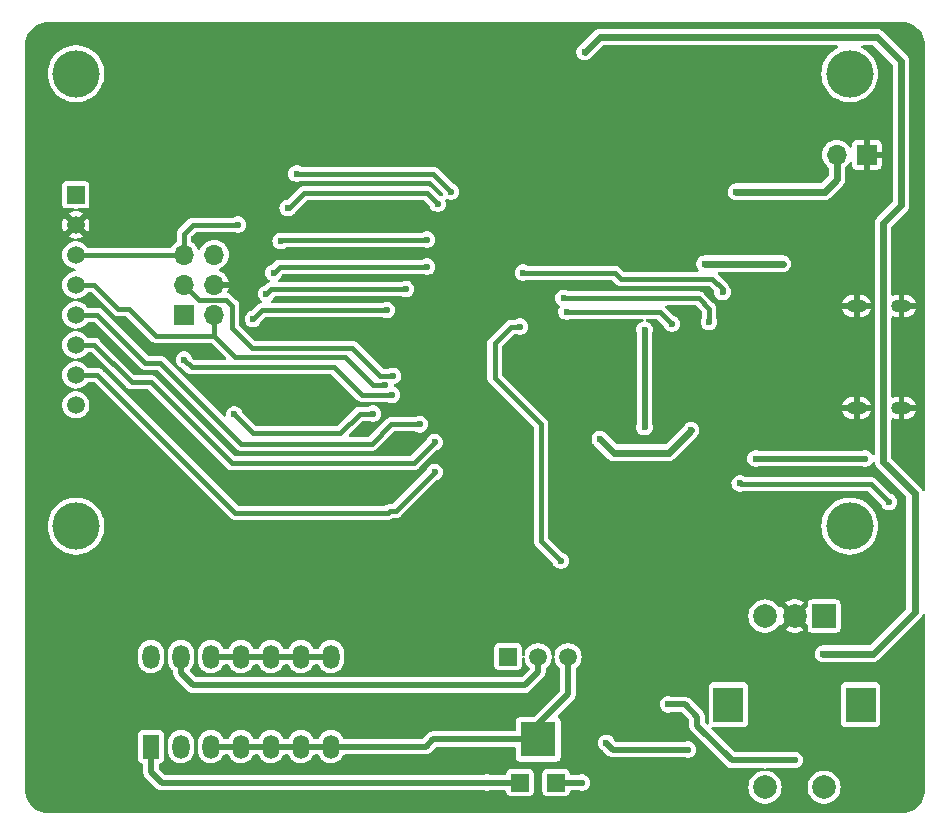
<source format=gtl>
%TF.GenerationSoftware,KiCad,Pcbnew,8.0.7*%
%TF.CreationDate,2024-12-15T20:11:50+01:00*%
%TF.ProjectId,transistor-tester,7472616e-7369-4737-946f-722d74657374,rev?*%
%TF.SameCoordinates,Original*%
%TF.FileFunction,Copper,L1,Top*%
%TF.FilePolarity,Positive*%
%FSLAX46Y46*%
G04 Gerber Fmt 4.6, Leading zero omitted, Abs format (unit mm)*
G04 Created by KiCad (PCBNEW 8.0.7) date 2024-12-15 20:11:50*
%MOMM*%
%LPD*%
G01*
G04 APERTURE LIST*
%TA.AperFunction,SMDPad,CuDef*%
%ADD10R,1.500000X1.500000*%
%TD*%
%TA.AperFunction,ComponentPad*%
%ADD11R,2.000000X2.000000*%
%TD*%
%TA.AperFunction,ComponentPad*%
%ADD12C,2.000000*%
%TD*%
%TA.AperFunction,ComponentPad*%
%ADD13R,2.500000X3.000000*%
%TD*%
%TA.AperFunction,SMDPad,CuDef*%
%ADD14R,3.000000X3.000000*%
%TD*%
%TA.AperFunction,ComponentPad*%
%ADD15C,4.000000*%
%TD*%
%TA.AperFunction,ComponentPad*%
%ADD16R,1.500000X1.500000*%
%TD*%
%TA.AperFunction,ComponentPad*%
%ADD17C,1.500000*%
%TD*%
%TA.AperFunction,ComponentPad*%
%ADD18R,1.440000X2.000000*%
%TD*%
%TA.AperFunction,ComponentPad*%
%ADD19O,1.440000X2.000000*%
%TD*%
%TA.AperFunction,ComponentPad*%
%ADD20R,1.700000X1.700000*%
%TD*%
%TA.AperFunction,ComponentPad*%
%ADD21O,1.700000X1.700000*%
%TD*%
%TA.AperFunction,ComponentPad*%
%ADD22O,1.700000X1.100000*%
%TD*%
%TA.AperFunction,ViaPad*%
%ADD23C,0.600000*%
%TD*%
%TA.AperFunction,Conductor*%
%ADD24C,0.600000*%
%TD*%
%TA.AperFunction,Conductor*%
%ADD25C,0.500000*%
%TD*%
%TA.AperFunction,Conductor*%
%ADD26C,0.400000*%
%TD*%
G04 APERTURE END LIST*
D10*
%TO.P,TP2,1,1*%
%TO.N,PA1*%
X154432000Y-119253000D03*
%TD*%
D11*
%TO.P,SW1,A,A*%
%TO.N,Net-(R15-Pad1)*%
X177125000Y-105145000D03*
D12*
%TO.P,SW1,B,B*%
%TO.N,Net-(R14-Pad1)*%
X172125000Y-105145000D03*
%TO.P,SW1,C,C*%
%TO.N,GND*%
X174625000Y-105145000D03*
D13*
%TO.P,SW1,MP*%
%TO.N,N/C*%
X180225000Y-112645000D03*
X169025000Y-112645000D03*
D12*
%TO.P,SW1,S1,S1*%
%TO.N,S1*%
X177125000Y-119645000D03*
%TO.P,SW1,S2,S2*%
%TO.N,Net-(Q4-B)*%
X172125000Y-119645000D03*
%TD*%
D10*
%TO.P,TP1,1,1*%
%TO.N,PA0*%
X151384000Y-119253000D03*
%TD*%
D14*
%TO.P,TP3,1,1*%
%TO.N,PA2*%
X152908000Y-115570000D03*
%TD*%
D15*
%TO.P,J7,*%
%TO.N,*%
X113792000Y-59236000D03*
X113792000Y-97536000D03*
X179292000Y-59236000D03*
X179292000Y-97536000D03*
D16*
%TO.P,J7,1,Pin_1*%
%TO.N,+5V*%
X113772000Y-69486000D03*
D17*
%TO.P,J7,2,Pin_2*%
%TO.N,GND*%
X113772000Y-72026000D03*
%TO.P,J7,3,Pin_3*%
%TO.N,MOSI*%
X113772000Y-74566000D03*
%TO.P,J7,4,Pin_4*%
%TO.N,SCK*%
X113772000Y-77106000D03*
%TO.P,J7,5,Pin_5*%
%TO.N,LCD_CS*%
X113772000Y-79646000D03*
%TO.P,J7,6,Pin_6*%
%TO.N,LCD_DC*%
X113772000Y-82186000D03*
%TO.P,J7,7,Pin_7*%
%TO.N,LCD_RES*%
X113772000Y-84726000D03*
%TO.P,J7,8,Pin_8*%
%TO.N,MISO*%
X113772000Y-87266000D03*
%TD*%
D16*
%TO.P,J5,1,Pin_1*%
%TO.N,PA0*%
X150368000Y-108585000D03*
D17*
%TO.P,J5,2,Pin_2*%
%TO.N,PA1*%
X152908000Y-108585000D03*
%TO.P,J5,3,Pin_3*%
%TO.N,PA2*%
X155448000Y-108585000D03*
%TD*%
D18*
%TO.P,J4,1,Pin_1*%
%TO.N,PA0*%
X120142000Y-116205000D03*
D19*
%TO.P,J4,2,Pin_2*%
%TO.N,PA1*%
X122682000Y-116205000D03*
%TO.P,J4,3,Pin_3*%
%TO.N,PA2*%
X125222000Y-116205000D03*
%TO.P,J4,4,Pin_4*%
X127762000Y-116205000D03*
%TO.P,J4,5,Pin_5*%
X130302000Y-116205000D03*
%TO.P,J4,6,Pin_6*%
X132842000Y-116205000D03*
%TO.P,J4,7,Pin_7*%
X135382000Y-116205000D03*
%TO.P,J4,8,Pin_8*%
X135382000Y-108585000D03*
%TO.P,J4,9,Pin_9*%
X132842000Y-108585000D03*
%TO.P,J4,10,Pin_10*%
X130302000Y-108585000D03*
%TO.P,J4,11,Pin_11*%
X127762000Y-108585000D03*
%TO.P,J4,12,Pin_12*%
X125222000Y-108585000D03*
%TO.P,J4,13,Pin_13*%
%TO.N,PA1*%
X122682000Y-108585000D03*
%TO.P,J4,14,Pin_14*%
%TO.N,PA0*%
X120142000Y-108585000D03*
%TD*%
D20*
%TO.P,J2,1,Pin_1*%
%TO.N,GND*%
X180746400Y-66090800D03*
D21*
%TO.P,J2,2,Pin_2*%
%TO.N,Net-(J2-Pin_2)*%
X178206400Y-66090800D03*
%TD*%
D22*
%TO.P,J1,S1,SHIELD*%
%TO.N,GND*%
X183676400Y-78890400D03*
X179876400Y-78890400D03*
X183676400Y-87530400D03*
X179876400Y-87530400D03*
%TD*%
D20*
%TO.P,J3,1,Pin_1*%
%TO.N,MISO*%
X122936000Y-79629000D03*
D21*
%TO.P,J3,2,Pin_2*%
%TO.N,SCK*%
X125476000Y-79629000D03*
%TO.P,J3,3,Pin_3*%
%TO.N,RESET*%
X122936000Y-77089000D03*
%TO.P,J3,4,Pin_4*%
%TO.N,GND*%
X125476000Y-77089000D03*
%TO.P,J3,5,Pin_5*%
%TO.N,MOSI*%
X122936000Y-74549000D03*
%TO.P,J3,6,Pin_6*%
%TO.N,+5V*%
X125476000Y-74549000D03*
%TD*%
D23*
%TO.N,Net-(J2-Pin_2)*%
X169672000Y-69215000D03*
%TO.N,GND*%
X157099000Y-94234000D03*
X148082000Y-66378600D03*
X159258000Y-86395800D03*
X151003000Y-84074000D03*
X161349100Y-106807000D03*
X150617000Y-73025000D03*
X174371000Y-78736400D03*
X162809000Y-83820000D03*
X134823200Y-70789800D03*
X146812000Y-87021800D03*
X163576000Y-59160400D03*
X144272000Y-82423000D03*
X134823200Y-94742000D03*
X168503200Y-60325000D03*
X174545000Y-83439000D03*
X163449000Y-119634000D03*
X171954400Y-73275400D03*
X146563000Y-93218000D03*
%TO.N,VCC*%
X173609000Y-75311000D03*
X165862000Y-89408000D03*
X158138500Y-90146500D03*
X167005000Y-75311000D03*
%TO.N,Net-(Q3-B)*%
X161925000Y-80899000D03*
X161925000Y-89154000D03*
%TO.N,S1*%
X163931600Y-112623600D03*
X174625000Y-117348000D03*
%TO.N,Net-(D4-K)*%
X171323000Y-91821000D03*
X180594000Y-91821000D03*
%TO.N,MISO*%
X140538600Y-86410400D03*
X122936000Y-83439000D03*
%TO.N,SCK*%
X139966400Y-85610400D03*
%TO.N,RESET*%
X140614600Y-84810400D03*
%TO.N,MOSI*%
X127190500Y-88074500D03*
X127508000Y-72009000D03*
X138938000Y-88011000D03*
%TO.N,PA1*%
X156591000Y-119253000D03*
%TO.N,PA0*%
X148590000Y-119253000D03*
%TO.N,LCD_RES*%
X144145000Y-92964000D03*
%TO.N,LCD_CS*%
X142885400Y-88910400D03*
%TO.N,LCD_DC*%
X144145000Y-90424000D03*
%TO.N,Net-(Q2-B)*%
X156845000Y-57404000D03*
X177038000Y-108331000D03*
%TO.N,BTN*%
X165608000Y-116459000D03*
X158686500Y-115887500D03*
X154813000Y-100457000D03*
X151385200Y-80645000D03*
%TO.N,Net-(U1-PC5)*%
X155321000Y-79375000D03*
X164211000Y-80391000D03*
%TO.N,PD2*%
X140081000Y-79248000D03*
X128778000Y-80010000D03*
%TO.N,PD3*%
X141732000Y-77470000D03*
X129911000Y-77851000D03*
%TO.N,PD4*%
X130511000Y-76073000D03*
X143510000Y-75565000D03*
%TO.N,PD5*%
X143510000Y-73279000D03*
X131111000Y-73406842D03*
%TO.N,PD6*%
X131711000Y-70612000D03*
X144399000Y-70231000D03*
%TO.N,PD7*%
X145542000Y-69215000D03*
X132461000Y-67691000D03*
%TO.N,PC4*%
X167386000Y-80264000D03*
X155067000Y-78232000D03*
%TO.N,PC3*%
X182626000Y-95504000D03*
X151638000Y-76073000D03*
X168529000Y-77724000D03*
X169989500Y-93916500D03*
%TD*%
D24*
%TO.N,Net-(J2-Pin_2)*%
X177165000Y-69215000D02*
X178206400Y-68173600D01*
X178206400Y-68173600D02*
X178206400Y-66090800D01*
X169672000Y-69215000D02*
X177165000Y-69215000D01*
%TO.N,VCC*%
X159305000Y-91313000D02*
X163957000Y-91313000D01*
X158138500Y-90146500D02*
X159305000Y-91313000D01*
X163957000Y-91313000D02*
X165862000Y-89408000D01*
X167005000Y-75311000D02*
X173609000Y-75311000D01*
D25*
%TO.N,Net-(Q3-B)*%
X161925000Y-89154000D02*
X161925000Y-80899000D01*
%TO.N,S1*%
X163931600Y-112623600D02*
X165328600Y-112623600D01*
X166370000Y-113665000D02*
X166370000Y-114427000D01*
X165328600Y-112623600D02*
X166370000Y-113665000D01*
X166370000Y-114427000D02*
X169291000Y-117348000D01*
X169291000Y-117348000D02*
X174625000Y-117348000D01*
%TO.N,Net-(D4-K)*%
X171323000Y-91821000D02*
X180594000Y-91821000D01*
D26*
%TO.N,MISO*%
X123571000Y-84074000D02*
X122936000Y-83439000D01*
X137972400Y-86410400D02*
X135636000Y-84074000D01*
X140538600Y-86410400D02*
X137972400Y-86410400D01*
X135636000Y-84074000D02*
X123571000Y-84074000D01*
%TO.N,SCK*%
X138950400Y-85610400D02*
X136525000Y-83185000D01*
X125476000Y-79629000D02*
X125476000Y-81407000D01*
X117348000Y-79121000D02*
X115333000Y-77106000D01*
X125476000Y-81407000D02*
X127254000Y-83185000D01*
X136525000Y-83185000D02*
X127254000Y-83185000D01*
X115333000Y-77106000D02*
X113772000Y-77106000D01*
X120523000Y-81407000D02*
X118237000Y-79121000D01*
X139966400Y-85610400D02*
X138950400Y-85610400D01*
X125476000Y-81407000D02*
X120523000Y-81407000D01*
X118237000Y-79121000D02*
X117348000Y-79121000D01*
%TO.N,RESET*%
X122936000Y-77089000D02*
X124226000Y-78379000D01*
X139547400Y-84810400D02*
X140614600Y-84810400D01*
X126990000Y-80762000D02*
X128651000Y-82423000D01*
X126990000Y-78867000D02*
X126980000Y-78867000D01*
X124226000Y-78379000D02*
X126492000Y-78379000D01*
X137160000Y-82423000D02*
X139547400Y-84810400D01*
X128651000Y-82423000D02*
X137160000Y-82423000D01*
X126990000Y-78867000D02*
X126990000Y-80762000D01*
X126980000Y-78867000D02*
X126492000Y-78379000D01*
%TO.N,MOSI*%
X123698000Y-72009000D02*
X122936000Y-72771000D01*
X128778000Y-89662000D02*
X127190500Y-88074500D01*
X122936000Y-74549000D02*
X113789000Y-74549000D01*
X127508000Y-72009000D02*
X123698000Y-72009000D01*
X138938000Y-88011000D02*
X137795000Y-88011000D01*
X122936000Y-72771000D02*
X122936000Y-74549000D01*
X136144000Y-89662000D02*
X128778000Y-89662000D01*
X137795000Y-88011000D02*
X136144000Y-89662000D01*
D25*
%TO.N,PA1*%
X152908000Y-108585000D02*
X152908000Y-109855000D01*
X151765000Y-110998000D02*
X123698000Y-110998000D01*
X152908000Y-109855000D02*
X151765000Y-110998000D01*
X154432000Y-119253000D02*
X156591000Y-119253000D01*
X122682000Y-109982000D02*
X122682000Y-108585000D01*
X123698000Y-110998000D02*
X122682000Y-109982000D01*
%TO.N,PA2*%
X135382000Y-108585000D02*
X132842000Y-108585000D01*
X152908000Y-114300000D02*
X155448000Y-111760000D01*
X130302000Y-116205000D02*
X127762000Y-116205000D01*
X132842000Y-116205000D02*
X130302000Y-116205000D01*
X127762000Y-108585000D02*
X125222000Y-108585000D01*
X135382000Y-116205000D02*
X132842000Y-116205000D01*
X152908000Y-115570000D02*
X152908000Y-114300000D01*
X127762000Y-116205000D02*
X125222000Y-116205000D01*
X130302000Y-108585000D02*
X127762000Y-108585000D01*
X143383000Y-116205000D02*
X135382000Y-116205000D01*
X144018000Y-115570000D02*
X143383000Y-116205000D01*
X132842000Y-108585000D02*
X130302000Y-108585000D01*
X155448000Y-111760000D02*
X155448000Y-108585000D01*
X152908000Y-115570000D02*
X144018000Y-115570000D01*
%TO.N,PA0*%
X121031000Y-119253000D02*
X120142000Y-118364000D01*
X148590000Y-119253000D02*
X121031000Y-119253000D01*
X148590000Y-119253000D02*
X151384000Y-119253000D01*
X120142000Y-118364000D02*
X120142000Y-116205000D01*
D26*
%TO.N,LCD_RES*%
X115587000Y-84726000D02*
X113772000Y-84726000D01*
X127254000Y-96393000D02*
X115587000Y-84726000D01*
X140208000Y-96393000D02*
X127254000Y-96393000D01*
X144145000Y-92964000D02*
X140843000Y-96266000D01*
X140335000Y-96266000D02*
X140208000Y-96393000D01*
X140843000Y-96266000D02*
X140335000Y-96266000D01*
%TO.N,LCD_CS*%
X142885400Y-88910400D02*
X140451600Y-88910400D01*
X140451600Y-88910400D02*
X138811000Y-90551000D01*
X119634000Y-83693000D02*
X115587000Y-79646000D01*
X127762000Y-90551000D02*
X120904000Y-83693000D01*
X138811000Y-90551000D02*
X127762000Y-90551000D01*
X120904000Y-83693000D02*
X119634000Y-83693000D01*
X115587000Y-79646000D02*
X113772000Y-79646000D01*
%TO.N,LCD_DC*%
X142367000Y-92202000D02*
X144145000Y-90424000D01*
X127000000Y-92202000D02*
X142367000Y-92202000D01*
X120142000Y-85344000D02*
X127000000Y-92202000D01*
X118491000Y-85344000D02*
X120142000Y-85344000D01*
X115333000Y-82186000D02*
X118491000Y-85344000D01*
X113772000Y-82186000D02*
X115333000Y-82186000D01*
D24*
%TO.N,Net-(Q2-B)*%
X181229000Y-108331000D02*
X177038000Y-108331000D01*
X184785000Y-104775000D02*
X181229000Y-108331000D01*
X182118000Y-92075000D02*
X184785000Y-94742000D01*
X156845000Y-57404000D02*
X158115000Y-56134000D01*
X183642000Y-58166000D02*
X183642000Y-70358000D01*
X182118000Y-71882000D02*
X182118000Y-92075000D01*
X158115000Y-56134000D02*
X181610000Y-56134000D01*
X183642000Y-70358000D02*
X182118000Y-71882000D01*
X181610000Y-56134000D02*
X183642000Y-58166000D01*
X184785000Y-94742000D02*
X184785000Y-104775000D01*
D26*
%TO.N,BTN*%
X154813000Y-100457000D02*
X153162000Y-98806000D01*
X153162000Y-98806000D02*
X153162000Y-88900000D01*
X150622000Y-80645000D02*
X151385200Y-80645000D01*
D25*
X165608000Y-116459000D02*
X159258000Y-116459000D01*
X159258000Y-116459000D02*
X158686500Y-115887500D01*
D26*
X153162000Y-88900000D02*
X149225000Y-84963000D01*
X149225000Y-82042000D02*
X150622000Y-80645000D01*
X149225000Y-84963000D02*
X149225000Y-82042000D01*
%TO.N,Net-(U1-PC5)*%
X163195000Y-79375000D02*
X164211000Y-80391000D01*
X155321000Y-79375000D02*
X163195000Y-79375000D01*
%TO.N,PD2*%
X129540000Y-79248000D02*
X140081000Y-79248000D01*
X128778000Y-80010000D02*
X129540000Y-79248000D01*
%TO.N,PD3*%
X130292000Y-77470000D02*
X129911000Y-77851000D01*
X141732000Y-77470000D02*
X130292000Y-77470000D01*
%TO.N,PD4*%
X143510000Y-75565000D02*
X131019000Y-75565000D01*
X131019000Y-75565000D02*
X130511000Y-76073000D01*
%TO.N,PD5*%
X131238842Y-73279000D02*
X143510000Y-73279000D01*
X131111000Y-73406842D02*
X131238842Y-73279000D01*
%TO.N,PD6*%
X143510000Y-69342000D02*
X133096000Y-69342000D01*
X144399000Y-70231000D02*
X143510000Y-69342000D01*
X131826000Y-70612000D02*
X131711000Y-70612000D01*
X133096000Y-69342000D02*
X131826000Y-70612000D01*
%TO.N,PD7*%
X132461000Y-67691000D02*
X144018000Y-67691000D01*
X144018000Y-67691000D02*
X145542000Y-69215000D01*
%TO.N,PC4*%
X167386000Y-79121000D02*
X167386000Y-80264000D01*
X155067000Y-78232000D02*
X166497000Y-78232000D01*
X166497000Y-78232000D02*
X167386000Y-79121000D01*
%TO.N,PC3*%
X168529000Y-77724000D02*
X168529000Y-77470000D01*
X168529000Y-77470000D02*
X167640000Y-76581000D01*
X181102000Y-93980000D02*
X182626000Y-95504000D01*
X167640000Y-76581000D02*
X159893000Y-76581000D01*
X169989500Y-93916500D02*
X170053000Y-93980000D01*
X170053000Y-93980000D02*
X181102000Y-93980000D01*
X159893000Y-76581000D02*
X159385000Y-76073000D01*
X151638000Y-76073000D02*
X159385000Y-76073000D01*
%TD*%
%TA.AperFunction,Conductor*%
%TO.N,GND*%
G36*
X183773028Y-54856764D02*
G01*
X184010540Y-54872331D01*
X184026596Y-54874446D01*
X184256026Y-54920082D01*
X184271681Y-54924277D01*
X184493190Y-54999469D01*
X184508162Y-55005670D01*
X184659667Y-55080384D01*
X184717960Y-55109131D01*
X184732007Y-55117241D01*
X184926502Y-55247199D01*
X184939366Y-55257070D01*
X185115231Y-55411299D01*
X185126700Y-55422768D01*
X185280929Y-55598633D01*
X185290803Y-55611501D01*
X185420758Y-55805992D01*
X185428868Y-55820039D01*
X185532326Y-56029830D01*
X185538533Y-56044816D01*
X185613720Y-56266312D01*
X185617918Y-56281979D01*
X185663552Y-56511398D01*
X185665669Y-56527479D01*
X185681234Y-56764941D01*
X185681500Y-56773051D01*
X185681500Y-94452459D01*
X185661815Y-94519498D01*
X185609011Y-94565253D01*
X185539853Y-94575197D01*
X185476297Y-94546172D01*
X185442939Y-94499911D01*
X185405776Y-94410192D01*
X185405775Y-94410189D01*
X185329114Y-94295457D01*
X185329112Y-94295454D01*
X182854819Y-91821161D01*
X182821334Y-91759838D01*
X182818500Y-91733480D01*
X182818500Y-88513162D01*
X182838185Y-88446123D01*
X182890989Y-88400368D01*
X182960147Y-88390424D01*
X182989953Y-88398601D01*
X183099294Y-88443891D01*
X183099302Y-88443893D01*
X183282828Y-88480399D01*
X183282831Y-88480400D01*
X183426400Y-88480400D01*
X183426400Y-87830400D01*
X183926400Y-87830400D01*
X183926400Y-88480400D01*
X184069969Y-88480400D01*
X184069971Y-88480399D01*
X184253497Y-88443893D01*
X184253505Y-88443891D01*
X184426391Y-88372280D01*
X184426400Y-88372275D01*
X184581989Y-88268313D01*
X184581993Y-88268310D01*
X184714310Y-88135993D01*
X184714313Y-88135989D01*
X184818275Y-87980400D01*
X184818280Y-87980391D01*
X184889892Y-87807503D01*
X184889893Y-87807500D01*
X184895284Y-87780400D01*
X184143388Y-87780400D01*
X184160605Y-87770460D01*
X184216460Y-87714605D01*
X184255956Y-87646196D01*
X184276400Y-87569896D01*
X184276400Y-87490904D01*
X184255956Y-87414604D01*
X184216460Y-87346195D01*
X184160605Y-87290340D01*
X184143388Y-87280400D01*
X184895284Y-87280400D01*
X184895284Y-87280399D01*
X184889893Y-87253299D01*
X184889892Y-87253296D01*
X184818280Y-87080408D01*
X184818275Y-87080399D01*
X184714313Y-86924810D01*
X184714310Y-86924806D01*
X184581993Y-86792489D01*
X184581989Y-86792486D01*
X184426400Y-86688524D01*
X184426391Y-86688519D01*
X184253505Y-86616908D01*
X184253497Y-86616906D01*
X184069970Y-86580400D01*
X183926400Y-86580400D01*
X183926400Y-87230400D01*
X183426400Y-87230400D01*
X183426400Y-86580400D01*
X183282830Y-86580400D01*
X183099302Y-86616906D01*
X183099290Y-86616909D01*
X182989952Y-86662198D01*
X182920482Y-86669667D01*
X182858003Y-86638391D01*
X182822352Y-86578302D01*
X182818500Y-86547637D01*
X182818500Y-79873162D01*
X182838185Y-79806123D01*
X182890989Y-79760368D01*
X182960147Y-79750424D01*
X182989953Y-79758601D01*
X183099294Y-79803891D01*
X183099302Y-79803893D01*
X183282828Y-79840399D01*
X183282831Y-79840400D01*
X183426400Y-79840400D01*
X183426400Y-79190400D01*
X183926400Y-79190400D01*
X183926400Y-79840400D01*
X184069969Y-79840400D01*
X184069971Y-79840399D01*
X184253497Y-79803893D01*
X184253505Y-79803891D01*
X184426391Y-79732280D01*
X184426400Y-79732275D01*
X184581989Y-79628313D01*
X184581993Y-79628310D01*
X184714310Y-79495993D01*
X184714313Y-79495989D01*
X184818275Y-79340400D01*
X184818280Y-79340391D01*
X184889892Y-79167503D01*
X184889893Y-79167500D01*
X184895284Y-79140400D01*
X184143388Y-79140400D01*
X184160605Y-79130460D01*
X184216460Y-79074605D01*
X184255956Y-79006196D01*
X184276400Y-78929896D01*
X184276400Y-78850904D01*
X184255956Y-78774604D01*
X184216460Y-78706195D01*
X184160605Y-78650340D01*
X184143388Y-78640400D01*
X184895284Y-78640400D01*
X184895284Y-78640399D01*
X184889893Y-78613299D01*
X184889892Y-78613296D01*
X184818280Y-78440408D01*
X184818275Y-78440399D01*
X184714313Y-78284810D01*
X184714310Y-78284806D01*
X184581993Y-78152489D01*
X184581989Y-78152486D01*
X184426400Y-78048524D01*
X184426391Y-78048519D01*
X184253505Y-77976908D01*
X184253497Y-77976906D01*
X184069970Y-77940400D01*
X183926400Y-77940400D01*
X183926400Y-78590400D01*
X183426400Y-78590400D01*
X183426400Y-77940400D01*
X183282830Y-77940400D01*
X183099302Y-77976906D01*
X183099290Y-77976909D01*
X182989952Y-78022198D01*
X182920482Y-78029667D01*
X182858003Y-77998391D01*
X182822352Y-77938302D01*
X182818500Y-77907637D01*
X182818500Y-72223518D01*
X182838185Y-72156479D01*
X182854819Y-72135837D01*
X183464656Y-71526000D01*
X184186113Y-70804543D01*
X184201929Y-70780874D01*
X184201932Y-70780870D01*
X184249962Y-70708987D01*
X184262775Y-70689811D01*
X184295005Y-70612000D01*
X184315580Y-70562329D01*
X184320896Y-70535598D01*
X184326262Y-70508628D01*
X184326262Y-70508625D01*
X184342500Y-70426993D01*
X184342500Y-58097007D01*
X184342500Y-58097004D01*
X184315581Y-57961677D01*
X184315580Y-57961676D01*
X184315580Y-57961672D01*
X184309963Y-57948112D01*
X184262776Y-57834191D01*
X184254785Y-57822232D01*
X184194448Y-57731930D01*
X184186114Y-57719457D01*
X184186112Y-57719454D01*
X182056545Y-55589887D01*
X181941807Y-55513222D01*
X181814332Y-55460421D01*
X181814322Y-55460418D01*
X181678996Y-55433500D01*
X181678994Y-55433500D01*
X181678993Y-55433500D01*
X158046007Y-55433500D01*
X158046003Y-55433500D01*
X157937590Y-55455065D01*
X157937589Y-55455065D01*
X157910681Y-55460418D01*
X157910671Y-55460420D01*
X157783190Y-55513224D01*
X157668454Y-55589887D01*
X156367290Y-56891051D01*
X156361838Y-56896183D01*
X156316820Y-56936067D01*
X156316815Y-56936072D01*
X156311054Y-56944418D01*
X156304386Y-56952452D01*
X156304748Y-56952749D01*
X156300890Y-56957450D01*
X156265982Y-57009692D01*
X156264931Y-57011239D01*
X156220183Y-57076068D01*
X156220181Y-57076071D01*
X156194436Y-57143953D01*
X156193058Y-57147428D01*
X156171419Y-57199673D01*
X156171418Y-57199678D01*
X156171353Y-57200006D01*
X156165680Y-57219781D01*
X156159859Y-57235129D01*
X156153361Y-57288643D01*
X156151883Y-57297882D01*
X156144500Y-57335004D01*
X156144500Y-57354125D01*
X156143596Y-57369071D01*
X156139355Y-57403999D01*
X156143596Y-57438926D01*
X156144500Y-57453873D01*
X156144500Y-57472998D01*
X156151883Y-57510120D01*
X156153361Y-57519358D01*
X156159859Y-57572870D01*
X156159860Y-57572871D01*
X156165678Y-57588212D01*
X156171354Y-57607995D01*
X156171420Y-57608327D01*
X156171420Y-57608329D01*
X156193046Y-57660538D01*
X156194427Y-57664019D01*
X156220182Y-57731930D01*
X156264972Y-57796820D01*
X156266024Y-57798369D01*
X156300885Y-57850542D01*
X156304751Y-57855253D01*
X156304371Y-57855564D01*
X156311061Y-57863591D01*
X156316812Y-57871923D01*
X156316815Y-57871927D01*
X156316816Y-57871928D01*
X156316821Y-57871933D01*
X156361827Y-57911804D01*
X156367283Y-57916940D01*
X156398452Y-57948110D01*
X156398456Y-57948113D01*
X156409160Y-57955266D01*
X156422491Y-57965549D01*
X156444143Y-57984730D01*
X156444151Y-57984736D01*
X156480835Y-58003990D01*
X156492096Y-58010682D01*
X156513180Y-58024769D01*
X156513189Y-58024775D01*
X156513195Y-58024777D01*
X156513196Y-58024778D01*
X156542389Y-58036870D01*
X156552559Y-58041633D01*
X156567093Y-58049261D01*
X156594772Y-58063789D01*
X156594774Y-58063789D01*
X156594775Y-58063790D01*
X156608457Y-58067162D01*
X156616791Y-58069216D01*
X156634571Y-58075052D01*
X156640672Y-58077580D01*
X156690037Y-58087399D01*
X156695463Y-58088607D01*
X156759944Y-58104500D01*
X156930058Y-58104500D01*
X156930058Y-58104499D01*
X156994522Y-58088610D01*
X156999960Y-58087399D01*
X157049328Y-58077580D01*
X157055429Y-58075052D01*
X157073212Y-58069215D01*
X157095217Y-58063792D01*
X157095217Y-58063791D01*
X157095225Y-58063790D01*
X157137449Y-58041628D01*
X157147610Y-58036870D01*
X157176811Y-58024775D01*
X157197913Y-58010674D01*
X157209166Y-58003988D01*
X157245852Y-57984734D01*
X157267510Y-57965545D01*
X157280833Y-57955269D01*
X157291543Y-57948114D01*
X157322738Y-57916917D01*
X157328141Y-57911831D01*
X157373183Y-57871929D01*
X157378943Y-57863582D01*
X157393302Y-57846353D01*
X158368838Y-56870819D01*
X158430161Y-56837334D01*
X158456519Y-56834500D01*
X178194527Y-56834500D01*
X178261566Y-56854185D01*
X178307321Y-56906989D01*
X178317265Y-56976147D01*
X178288240Y-57039703D01*
X178254265Y-57067161D01*
X178114583Y-57143953D01*
X178003205Y-57205184D01*
X178003193Y-57205191D01*
X177758846Y-57382719D01*
X177758836Y-57382727D01*
X177538652Y-57589494D01*
X177346111Y-57822236D01*
X177184268Y-58077261D01*
X177184265Y-58077267D01*
X177055661Y-58350563D01*
X177055659Y-58350568D01*
X176962320Y-58637835D01*
X176905719Y-58934546D01*
X176905718Y-58934553D01*
X176886754Y-59235994D01*
X176886754Y-59236005D01*
X176905718Y-59537446D01*
X176905719Y-59537453D01*
X176962320Y-59834164D01*
X177055659Y-60121431D01*
X177055661Y-60121436D01*
X177184265Y-60394732D01*
X177184268Y-60394738D01*
X177346111Y-60649763D01*
X177538652Y-60882505D01*
X177758836Y-61089272D01*
X177758846Y-61089280D01*
X178003193Y-61266808D01*
X178003198Y-61266810D01*
X178003205Y-61266816D01*
X178267896Y-61412332D01*
X178267901Y-61412334D01*
X178267903Y-61412335D01*
X178267904Y-61412336D01*
X178548734Y-61523524D01*
X178548737Y-61523525D01*
X178646259Y-61548564D01*
X178841302Y-61598642D01*
X178988039Y-61617179D01*
X179140963Y-61636499D01*
X179140969Y-61636499D01*
X179140973Y-61636500D01*
X179140975Y-61636500D01*
X179443025Y-61636500D01*
X179443027Y-61636500D01*
X179443032Y-61636499D01*
X179443036Y-61636499D01*
X179522591Y-61626448D01*
X179742698Y-61598642D01*
X180035262Y-61523525D01*
X180035265Y-61523524D01*
X180316095Y-61412336D01*
X180316096Y-61412335D01*
X180316094Y-61412335D01*
X180316104Y-61412332D01*
X180580795Y-61266816D01*
X180825162Y-61089274D01*
X181045349Y-60882504D01*
X181237885Y-60649768D01*
X181399733Y-60394736D01*
X181528341Y-60121430D01*
X181621681Y-59834160D01*
X181678280Y-59537457D01*
X181697246Y-59236000D01*
X181678280Y-58934543D01*
X181621681Y-58637840D01*
X181528341Y-58350570D01*
X181399733Y-58077264D01*
X181328837Y-57965549D01*
X181237888Y-57822236D01*
X181237885Y-57822232D01*
X181045349Y-57589496D01*
X180825162Y-57382726D01*
X180825159Y-57382724D01*
X180825153Y-57382719D01*
X180580806Y-57205191D01*
X180580799Y-57205186D01*
X180580795Y-57205184D01*
X180329734Y-57067161D01*
X180280471Y-57017616D01*
X180265815Y-56949300D01*
X180290419Y-56883906D01*
X180346472Y-56842195D01*
X180389473Y-56834500D01*
X181268481Y-56834500D01*
X181335520Y-56854185D01*
X181356162Y-56870819D01*
X182905181Y-58419838D01*
X182938666Y-58481161D01*
X182941500Y-58507519D01*
X182941500Y-70016480D01*
X182921815Y-70083519D01*
X182905181Y-70104161D01*
X181573888Y-71435453D01*
X181573887Y-71435454D01*
X181497222Y-71550192D01*
X181444421Y-71677667D01*
X181444418Y-71677679D01*
X181424620Y-71777213D01*
X181424620Y-71777216D01*
X181417500Y-71813006D01*
X181417500Y-91382980D01*
X181397815Y-91450019D01*
X181345011Y-91495774D01*
X181275853Y-91505718D01*
X181212297Y-91476693D01*
X181191451Y-91453421D01*
X181122184Y-91353072D01*
X180994849Y-91240263D01*
X180844226Y-91161210D01*
X180679056Y-91120500D01*
X180508944Y-91120500D01*
X180343776Y-91161209D01*
X180340527Y-91162442D01*
X180296555Y-91170500D01*
X171620445Y-91170500D01*
X171576473Y-91162442D01*
X171573223Y-91161209D01*
X171408056Y-91120500D01*
X171237944Y-91120500D01*
X171072773Y-91161210D01*
X170922150Y-91240263D01*
X170794816Y-91353072D01*
X170698182Y-91493068D01*
X170637860Y-91652125D01*
X170637859Y-91652130D01*
X170617355Y-91821000D01*
X170637859Y-91989869D01*
X170637860Y-91989874D01*
X170698182Y-92148931D01*
X170736900Y-92205023D01*
X170794817Y-92288929D01*
X170900505Y-92382560D01*
X170922150Y-92401736D01*
X171070428Y-92479558D01*
X171072775Y-92480790D01*
X171237944Y-92521500D01*
X171408056Y-92521500D01*
X171573225Y-92480790D01*
X171573230Y-92480787D01*
X171576473Y-92479558D01*
X171620445Y-92471500D01*
X180296555Y-92471500D01*
X180340527Y-92479558D01*
X180343772Y-92480788D01*
X180343775Y-92480790D01*
X180508944Y-92521500D01*
X180679056Y-92521500D01*
X180844225Y-92480790D01*
X180985179Y-92406811D01*
X180994849Y-92401736D01*
X180994850Y-92401734D01*
X180994852Y-92401734D01*
X181122183Y-92288929D01*
X181207327Y-92165577D01*
X181261608Y-92121589D01*
X181331056Y-92113929D01*
X181393621Y-92145032D01*
X181429439Y-92205023D01*
X181430992Y-92211826D01*
X181444418Y-92279323D01*
X181444421Y-92279332D01*
X181497222Y-92406807D01*
X181573887Y-92521545D01*
X181573888Y-92521546D01*
X184048181Y-94995838D01*
X184081666Y-95057161D01*
X184084500Y-95083519D01*
X184084500Y-104433481D01*
X184064815Y-104500520D01*
X184048181Y-104521162D01*
X180975162Y-107594181D01*
X180913839Y-107627666D01*
X180887481Y-107630500D01*
X176952940Y-107630500D01*
X176888486Y-107646386D01*
X176883006Y-107647606D01*
X176833673Y-107657419D01*
X176827566Y-107659949D01*
X176809797Y-107665781D01*
X176787776Y-107671209D01*
X176745561Y-107693365D01*
X176735393Y-107698127D01*
X176706187Y-107710225D01*
X176685091Y-107724320D01*
X176673837Y-107731008D01*
X176637147Y-107750266D01*
X176637144Y-107750268D01*
X176615486Y-107769454D01*
X176602166Y-107779729D01*
X176591464Y-107786880D01*
X176591458Y-107786886D01*
X176560287Y-107818055D01*
X176554838Y-107823183D01*
X176509820Y-107863067D01*
X176504053Y-107871421D01*
X176497391Y-107879447D01*
X176497753Y-107879744D01*
X176493887Y-107884455D01*
X176459023Y-107936631D01*
X176457973Y-107938177D01*
X176413185Y-108003063D01*
X176413181Y-108003071D01*
X176387436Y-108070953D01*
X176386058Y-108074428D01*
X176364419Y-108126673D01*
X176364418Y-108126678D01*
X176364353Y-108127006D01*
X176358680Y-108146781D01*
X176352859Y-108162129D01*
X176346362Y-108215640D01*
X176344884Y-108224881D01*
X176337500Y-108262006D01*
X176337500Y-108281125D01*
X176336596Y-108296071D01*
X176332355Y-108330999D01*
X176336596Y-108365926D01*
X176337500Y-108380873D01*
X176337500Y-108399993D01*
X176344759Y-108436489D01*
X176344882Y-108437105D01*
X176346360Y-108446347D01*
X176352859Y-108499870D01*
X176352860Y-108499872D01*
X176358678Y-108515212D01*
X176364354Y-108534995D01*
X176364420Y-108535327D01*
X176364420Y-108535329D01*
X176386046Y-108587538D01*
X176387427Y-108591019D01*
X176413182Y-108658930D01*
X176413183Y-108658931D01*
X176457983Y-108723836D01*
X176459035Y-108725385D01*
X176493885Y-108777541D01*
X176497751Y-108782252D01*
X176497371Y-108782563D01*
X176504061Y-108790590D01*
X176509817Y-108798929D01*
X176509817Y-108798930D01*
X176554845Y-108838821D01*
X176560299Y-108843955D01*
X176591458Y-108875114D01*
X176602154Y-108882261D01*
X176615485Y-108892543D01*
X176637148Y-108911734D01*
X176637150Y-108911735D01*
X176637151Y-108911736D01*
X176673836Y-108930990D01*
X176685097Y-108937681D01*
X176706189Y-108951775D01*
X176735398Y-108963874D01*
X176745559Y-108968633D01*
X176760093Y-108976261D01*
X176787772Y-108990789D01*
X176787774Y-108990789D01*
X176787775Y-108990790D01*
X176801457Y-108994162D01*
X176809791Y-108996216D01*
X176827571Y-109002052D01*
X176833672Y-109004580D01*
X176883023Y-109014396D01*
X176888473Y-109015609D01*
X176952944Y-109031500D01*
X176952945Y-109031500D01*
X181297996Y-109031500D01*
X181389040Y-109013389D01*
X181433328Y-109004580D01*
X181526418Y-108966021D01*
X181560807Y-108951777D01*
X181560808Y-108951776D01*
X181560811Y-108951775D01*
X181675543Y-108875114D01*
X185329113Y-105221543D01*
X185405774Y-105106812D01*
X185405775Y-105106811D01*
X185442939Y-105017087D01*
X185486780Y-104962685D01*
X185553074Y-104940620D01*
X185620773Y-104957899D01*
X185668384Y-105009036D01*
X185681500Y-105064541D01*
X185681500Y-119883948D01*
X185681234Y-119892058D01*
X185665669Y-120129520D01*
X185663552Y-120145601D01*
X185617918Y-120375020D01*
X185613720Y-120390687D01*
X185538533Y-120612183D01*
X185532326Y-120627169D01*
X185428868Y-120836960D01*
X185420758Y-120851007D01*
X185290803Y-121045498D01*
X185280929Y-121058366D01*
X185126700Y-121234231D01*
X185115231Y-121245700D01*
X184939366Y-121399929D01*
X184926498Y-121409803D01*
X184732007Y-121539758D01*
X184717960Y-121547868D01*
X184508169Y-121651326D01*
X184493183Y-121657533D01*
X184271687Y-121732720D01*
X184256020Y-121736918D01*
X184026601Y-121782552D01*
X184010520Y-121784669D01*
X183773058Y-121800234D01*
X183764948Y-121800500D01*
X111383052Y-121800500D01*
X111374942Y-121800234D01*
X111137479Y-121784669D01*
X111121398Y-121782552D01*
X110891979Y-121736918D01*
X110876312Y-121732720D01*
X110654816Y-121657533D01*
X110639830Y-121651326D01*
X110430039Y-121547868D01*
X110415992Y-121539758D01*
X110221501Y-121409803D01*
X110208633Y-121399929D01*
X110032768Y-121245700D01*
X110021299Y-121234231D01*
X109867070Y-121058366D01*
X109857196Y-121045498D01*
X109781317Y-120931938D01*
X109727241Y-120851007D01*
X109719131Y-120836960D01*
X109641193Y-120678918D01*
X109615670Y-120627162D01*
X109609469Y-120612190D01*
X109534277Y-120390681D01*
X109530081Y-120375020D01*
X109521334Y-120331048D01*
X109484446Y-120145596D01*
X109482331Y-120129540D01*
X109466764Y-119892028D01*
X109466500Y-119883948D01*
X109466500Y-115173475D01*
X119021500Y-115173475D01*
X119021500Y-117236517D01*
X119032292Y-117304657D01*
X119036354Y-117330304D01*
X119093950Y-117443342D01*
X119093952Y-117443344D01*
X119093954Y-117443347D01*
X119183652Y-117533045D01*
X119183654Y-117533046D01*
X119183658Y-117533050D01*
X119296694Y-117590645D01*
X119296698Y-117590647D01*
X119386898Y-117604933D01*
X119450032Y-117634862D01*
X119486964Y-117694173D01*
X119491500Y-117727406D01*
X119491500Y-118428069D01*
X119500136Y-118471481D01*
X119500136Y-118471484D01*
X119516497Y-118553736D01*
X119516499Y-118553744D01*
X119565534Y-118672125D01*
X119636726Y-118778673D01*
X120616328Y-119758275D01*
X120691123Y-119808251D01*
X120691122Y-119808251D01*
X120711862Y-119822108D01*
X120722873Y-119829465D01*
X120841256Y-119878501D01*
X120841260Y-119878501D01*
X120841261Y-119878502D01*
X120966928Y-119903500D01*
X120966931Y-119903500D01*
X148292555Y-119903500D01*
X148336527Y-119911558D01*
X148339772Y-119912788D01*
X148339775Y-119912790D01*
X148504944Y-119953500D01*
X148675056Y-119953500D01*
X148840225Y-119912790D01*
X148840230Y-119912787D01*
X148843473Y-119911558D01*
X148887445Y-119903500D01*
X150109501Y-119903500D01*
X150176540Y-119923185D01*
X150222295Y-119975989D01*
X150233501Y-120027500D01*
X150233501Y-120034518D01*
X150248354Y-120128304D01*
X150305950Y-120241342D01*
X150305952Y-120241344D01*
X150305954Y-120241347D01*
X150395652Y-120331045D01*
X150395654Y-120331046D01*
X150395658Y-120331050D01*
X150508694Y-120388645D01*
X150508698Y-120388647D01*
X150602475Y-120403499D01*
X150602481Y-120403500D01*
X152165518Y-120403499D01*
X152259304Y-120388646D01*
X152372342Y-120331050D01*
X152462050Y-120241342D01*
X152519646Y-120128304D01*
X152519646Y-120128302D01*
X152519647Y-120128301D01*
X152534499Y-120034524D01*
X152534500Y-120034519D01*
X152534499Y-118471482D01*
X152534498Y-118471475D01*
X153281500Y-118471475D01*
X153281500Y-120034517D01*
X153284209Y-120051619D01*
X153296354Y-120128304D01*
X153353950Y-120241342D01*
X153353952Y-120241344D01*
X153353954Y-120241347D01*
X153443652Y-120331045D01*
X153443654Y-120331046D01*
X153443658Y-120331050D01*
X153556694Y-120388645D01*
X153556698Y-120388647D01*
X153650475Y-120403499D01*
X153650481Y-120403500D01*
X155213518Y-120403499D01*
X155307304Y-120388646D01*
X155420342Y-120331050D01*
X155510050Y-120241342D01*
X155567646Y-120128304D01*
X155567646Y-120128302D01*
X155567647Y-120128301D01*
X155582500Y-120034524D01*
X155582500Y-120027500D01*
X155602185Y-119960461D01*
X155654989Y-119914706D01*
X155706500Y-119903500D01*
X156293555Y-119903500D01*
X156337527Y-119911558D01*
X156340772Y-119912788D01*
X156340775Y-119912790D01*
X156505944Y-119953500D01*
X156676056Y-119953500D01*
X156841225Y-119912790D01*
X156920692Y-119871081D01*
X156991849Y-119833736D01*
X156991850Y-119833734D01*
X156991852Y-119833734D01*
X157119183Y-119720929D01*
X157215818Y-119580930D01*
X157276140Y-119421872D01*
X157296645Y-119253000D01*
X157276140Y-119084128D01*
X157215818Y-118925070D01*
X157119183Y-118785071D01*
X156991852Y-118672266D01*
X156991849Y-118672263D01*
X156841226Y-118593210D01*
X156676056Y-118552500D01*
X156505944Y-118552500D01*
X156340776Y-118593209D01*
X156337527Y-118594442D01*
X156293555Y-118602500D01*
X155706499Y-118602500D01*
X155639460Y-118582815D01*
X155593705Y-118530011D01*
X155582499Y-118478500D01*
X155582499Y-118471481D01*
X155580712Y-118460201D01*
X155567646Y-118377696D01*
X155510050Y-118264658D01*
X155510046Y-118264654D01*
X155510045Y-118264652D01*
X155420347Y-118174954D01*
X155420344Y-118174952D01*
X155420342Y-118174950D01*
X155343517Y-118135805D01*
X155307301Y-118117352D01*
X155213524Y-118102500D01*
X153650482Y-118102500D01*
X153569519Y-118115323D01*
X153556696Y-118117354D01*
X153443658Y-118174950D01*
X153443657Y-118174951D01*
X153443652Y-118174954D01*
X153353954Y-118264652D01*
X153353951Y-118264657D01*
X153296352Y-118377698D01*
X153281500Y-118471475D01*
X152534498Y-118471475D01*
X152534031Y-118468530D01*
X152532712Y-118460201D01*
X152519646Y-118377696D01*
X152462050Y-118264658D01*
X152462046Y-118264654D01*
X152462045Y-118264652D01*
X152372347Y-118174954D01*
X152372344Y-118174952D01*
X152372342Y-118174950D01*
X152295517Y-118135805D01*
X152259301Y-118117352D01*
X152165524Y-118102500D01*
X150602482Y-118102500D01*
X150521519Y-118115323D01*
X150508696Y-118117354D01*
X150395658Y-118174950D01*
X150395657Y-118174951D01*
X150395652Y-118174954D01*
X150305954Y-118264652D01*
X150305951Y-118264657D01*
X150248352Y-118377698D01*
X150233500Y-118471475D01*
X150233500Y-118478500D01*
X150213815Y-118545539D01*
X150161011Y-118591294D01*
X150109500Y-118602500D01*
X148887445Y-118602500D01*
X148843473Y-118594442D01*
X148840223Y-118593209D01*
X148675056Y-118552500D01*
X148504944Y-118552500D01*
X148339776Y-118593209D01*
X148336527Y-118594442D01*
X148292555Y-118602500D01*
X121351808Y-118602500D01*
X121284769Y-118582815D01*
X121264127Y-118566181D01*
X120828819Y-118130873D01*
X120795334Y-118069550D01*
X120792500Y-118043192D01*
X120792500Y-117727405D01*
X120812185Y-117660366D01*
X120864989Y-117614611D01*
X120897101Y-117604931D01*
X120987304Y-117590646D01*
X121100342Y-117533050D01*
X121190050Y-117443342D01*
X121247646Y-117330304D01*
X121247646Y-117330302D01*
X121247647Y-117330301D01*
X121262499Y-117236524D01*
X121262500Y-117236519D01*
X121262499Y-115836809D01*
X121561500Y-115836809D01*
X121561500Y-116573190D01*
X121589089Y-116747384D01*
X121643593Y-116915127D01*
X121697064Y-117020068D01*
X121723662Y-117072270D01*
X121827330Y-117214957D01*
X121952043Y-117339670D01*
X122094730Y-117443338D01*
X122148037Y-117470499D01*
X122251872Y-117523406D01*
X122251874Y-117523406D01*
X122251877Y-117523408D01*
X122341788Y-117552622D01*
X122419615Y-117577910D01*
X122593810Y-117605500D01*
X122593815Y-117605500D01*
X122770190Y-117605500D01*
X122944384Y-117577910D01*
X123112123Y-117523408D01*
X123269270Y-117443338D01*
X123411957Y-117339670D01*
X123536670Y-117214957D01*
X123640338Y-117072270D01*
X123720408Y-116915123D01*
X123774910Y-116747384D01*
X123780787Y-116710277D01*
X123802500Y-116573190D01*
X123802500Y-115836809D01*
X124101500Y-115836809D01*
X124101500Y-116573190D01*
X124129089Y-116747384D01*
X124183593Y-116915127D01*
X124237064Y-117020068D01*
X124263662Y-117072270D01*
X124367330Y-117214957D01*
X124492043Y-117339670D01*
X124634730Y-117443338D01*
X124688037Y-117470499D01*
X124791872Y-117523406D01*
X124791874Y-117523406D01*
X124791877Y-117523408D01*
X124881788Y-117552622D01*
X124959615Y-117577910D01*
X125133810Y-117605500D01*
X125133815Y-117605500D01*
X125310190Y-117605500D01*
X125484384Y-117577910D01*
X125652123Y-117523408D01*
X125809270Y-117443338D01*
X125951957Y-117339670D01*
X126076670Y-117214957D01*
X126180338Y-117072270D01*
X126256290Y-116923204D01*
X126304264Y-116872409D01*
X126366775Y-116855500D01*
X126617225Y-116855500D01*
X126684264Y-116875185D01*
X126727709Y-116923204D01*
X126803662Y-117072270D01*
X126907330Y-117214957D01*
X127032043Y-117339670D01*
X127174730Y-117443338D01*
X127228037Y-117470499D01*
X127331872Y-117523406D01*
X127331874Y-117523406D01*
X127331877Y-117523408D01*
X127421788Y-117552622D01*
X127499615Y-117577910D01*
X127673810Y-117605500D01*
X127673815Y-117605500D01*
X127850190Y-117605500D01*
X128024384Y-117577910D01*
X128192123Y-117523408D01*
X128349270Y-117443338D01*
X128491957Y-117339670D01*
X128616670Y-117214957D01*
X128720338Y-117072270D01*
X128796290Y-116923204D01*
X128844264Y-116872409D01*
X128906775Y-116855500D01*
X129157225Y-116855500D01*
X129224264Y-116875185D01*
X129267709Y-116923204D01*
X129343662Y-117072270D01*
X129447330Y-117214957D01*
X129572043Y-117339670D01*
X129714730Y-117443338D01*
X129768037Y-117470499D01*
X129871872Y-117523406D01*
X129871874Y-117523406D01*
X129871877Y-117523408D01*
X129961788Y-117552622D01*
X130039615Y-117577910D01*
X130213810Y-117605500D01*
X130213815Y-117605500D01*
X130390190Y-117605500D01*
X130564384Y-117577910D01*
X130732123Y-117523408D01*
X130889270Y-117443338D01*
X131031957Y-117339670D01*
X131156670Y-117214957D01*
X131260338Y-117072270D01*
X131336290Y-116923204D01*
X131384264Y-116872409D01*
X131446775Y-116855500D01*
X131697225Y-116855500D01*
X131764264Y-116875185D01*
X131807709Y-116923204D01*
X131883662Y-117072270D01*
X131987330Y-117214957D01*
X132112043Y-117339670D01*
X132254730Y-117443338D01*
X132308037Y-117470499D01*
X132411872Y-117523406D01*
X132411874Y-117523406D01*
X132411877Y-117523408D01*
X132501788Y-117552622D01*
X132579615Y-117577910D01*
X132753810Y-117605500D01*
X132753815Y-117605500D01*
X132930190Y-117605500D01*
X133104384Y-117577910D01*
X133272123Y-117523408D01*
X133429270Y-117443338D01*
X133571957Y-117339670D01*
X133696670Y-117214957D01*
X133800338Y-117072270D01*
X133876290Y-116923204D01*
X133924264Y-116872409D01*
X133986775Y-116855500D01*
X134237225Y-116855500D01*
X134304264Y-116875185D01*
X134347709Y-116923204D01*
X134423662Y-117072270D01*
X134527330Y-117214957D01*
X134652043Y-117339670D01*
X134794730Y-117443338D01*
X134848037Y-117470499D01*
X134951872Y-117523406D01*
X134951874Y-117523406D01*
X134951877Y-117523408D01*
X135041788Y-117552622D01*
X135119615Y-117577910D01*
X135293810Y-117605500D01*
X135293815Y-117605500D01*
X135470190Y-117605500D01*
X135644384Y-117577910D01*
X135812123Y-117523408D01*
X135969270Y-117443338D01*
X136111957Y-117339670D01*
X136236670Y-117214957D01*
X136340338Y-117072270D01*
X136416290Y-116923204D01*
X136464264Y-116872409D01*
X136526775Y-116855500D01*
X143447071Y-116855500D01*
X143531615Y-116838682D01*
X143572744Y-116830501D01*
X143691127Y-116781465D01*
X143693836Y-116779654D01*
X143694772Y-116779030D01*
X143742134Y-116747384D01*
X143797669Y-116710277D01*
X144251127Y-116256819D01*
X144312450Y-116223334D01*
X144338808Y-116220500D01*
X150883501Y-116220500D01*
X150950540Y-116240185D01*
X150996295Y-116292989D01*
X151007501Y-116344500D01*
X151007501Y-117101518D01*
X151022354Y-117195304D01*
X151079950Y-117308342D01*
X151079952Y-117308344D01*
X151079954Y-117308347D01*
X151169652Y-117398045D01*
X151169654Y-117398046D01*
X151169658Y-117398050D01*
X151282694Y-117455645D01*
X151282698Y-117455647D01*
X151376475Y-117470499D01*
X151376481Y-117470500D01*
X154439518Y-117470499D01*
X154533304Y-117455646D01*
X154646342Y-117398050D01*
X154736050Y-117308342D01*
X154793646Y-117195304D01*
X154793646Y-117195302D01*
X154793647Y-117195301D01*
X154804282Y-117128147D01*
X154808500Y-117101519D01*
X154808500Y-115887500D01*
X157980855Y-115887500D01*
X158001359Y-116056369D01*
X158001360Y-116056374D01*
X158061682Y-116215431D01*
X158113243Y-116290128D01*
X158158317Y-116355429D01*
X158285648Y-116468234D01*
X158398665Y-116527550D01*
X158428718Y-116549664D01*
X158843325Y-116964272D01*
X158843326Y-116964273D01*
X158843329Y-116964275D01*
X158843331Y-116964277D01*
X158949873Y-117035465D01*
X159068256Y-117084501D01*
X159068260Y-117084501D01*
X159068261Y-117084502D01*
X159193928Y-117109500D01*
X159193931Y-117109500D01*
X165310555Y-117109500D01*
X165354527Y-117117558D01*
X165357772Y-117118788D01*
X165357775Y-117118790D01*
X165522944Y-117159500D01*
X165693056Y-117159500D01*
X165858225Y-117118790D01*
X165937692Y-117077081D01*
X166008849Y-117039736D01*
X166008850Y-117039734D01*
X166008852Y-117039734D01*
X166136183Y-116926929D01*
X166232818Y-116786930D01*
X166293140Y-116627872D01*
X166313645Y-116459000D01*
X166293140Y-116290128D01*
X166232818Y-116131070D01*
X166136183Y-115991071D01*
X166008852Y-115878266D01*
X166008849Y-115878263D01*
X165858226Y-115799210D01*
X165693056Y-115758500D01*
X165522944Y-115758500D01*
X165357776Y-115799209D01*
X165354527Y-115800442D01*
X165310555Y-115808500D01*
X159578808Y-115808500D01*
X159511769Y-115788815D01*
X159491127Y-115772181D01*
X159350180Y-115631234D01*
X159321919Y-115587523D01*
X159311318Y-115559571D01*
X159311317Y-115559568D01*
X159261085Y-115486795D01*
X159214683Y-115419571D01*
X159087352Y-115306766D01*
X159087349Y-115306763D01*
X158936726Y-115227710D01*
X158771556Y-115187000D01*
X158601444Y-115187000D01*
X158436273Y-115227710D01*
X158285650Y-115306763D01*
X158158316Y-115419572D01*
X158061682Y-115559568D01*
X158001360Y-115718625D01*
X158001359Y-115718630D01*
X157980855Y-115887500D01*
X154808500Y-115887500D01*
X154808499Y-114038482D01*
X154793646Y-113944696D01*
X154736050Y-113831658D01*
X154736046Y-113831654D01*
X154736045Y-113831652D01*
X154646347Y-113741954D01*
X154646343Y-113741951D01*
X154646342Y-113741950D01*
X154625939Y-113731554D01*
X154575144Y-113683578D01*
X154558350Y-113615757D01*
X154580889Y-113549622D01*
X154594549Y-113533395D01*
X155504345Y-112623600D01*
X163225955Y-112623600D01*
X163246459Y-112792469D01*
X163246460Y-112792474D01*
X163306782Y-112951531D01*
X163369075Y-113041777D01*
X163403417Y-113091529D01*
X163509105Y-113185160D01*
X163530750Y-113204336D01*
X163679028Y-113282158D01*
X163681375Y-113283390D01*
X163846544Y-113324100D01*
X164016656Y-113324100D01*
X164181825Y-113283390D01*
X164181830Y-113283387D01*
X164185073Y-113282158D01*
X164229045Y-113274100D01*
X165007792Y-113274100D01*
X165074831Y-113293785D01*
X165095473Y-113310419D01*
X165683181Y-113898127D01*
X165716666Y-113959450D01*
X165719500Y-113985808D01*
X165719500Y-114491071D01*
X165727373Y-114530647D01*
X165742785Y-114608127D01*
X165744499Y-114616744D01*
X165793535Y-114735127D01*
X165849813Y-114819354D01*
X165864726Y-114841673D01*
X168876328Y-117853275D01*
X168951123Y-117903251D01*
X168951122Y-117903251D01*
X168974961Y-117919178D01*
X168982873Y-117924465D01*
X169101256Y-117973501D01*
X169101260Y-117973501D01*
X169101261Y-117973502D01*
X169226928Y-117998500D01*
X169226931Y-117998500D01*
X171986690Y-117998500D01*
X172053729Y-118018185D01*
X172099484Y-118070989D01*
X172109428Y-118140147D01*
X172080403Y-118203703D01*
X172021625Y-118241477D01*
X172007101Y-118244808D01*
X171971842Y-118250692D01*
X171780015Y-118282702D01*
X171560504Y-118358061D01*
X171560495Y-118358064D01*
X171356371Y-118468531D01*
X171356365Y-118468535D01*
X171173222Y-118611081D01*
X171173219Y-118611084D01*
X171016016Y-118781852D01*
X170889075Y-118976151D01*
X170795842Y-119188699D01*
X170738866Y-119413691D01*
X170738864Y-119413702D01*
X170719700Y-119644993D01*
X170719700Y-119645006D01*
X170738864Y-119876297D01*
X170738866Y-119876308D01*
X170795842Y-120101300D01*
X170889075Y-120313848D01*
X171016016Y-120508147D01*
X171016019Y-120508151D01*
X171016021Y-120508153D01*
X171173216Y-120678913D01*
X171173219Y-120678915D01*
X171173222Y-120678918D01*
X171356365Y-120821464D01*
X171356371Y-120821468D01*
X171356374Y-120821470D01*
X171560497Y-120931936D01*
X171674487Y-120971068D01*
X171780015Y-121007297D01*
X171780017Y-121007297D01*
X171780019Y-121007298D01*
X172008951Y-121045500D01*
X172008952Y-121045500D01*
X172241048Y-121045500D01*
X172241049Y-121045500D01*
X172469981Y-121007298D01*
X172689503Y-120931936D01*
X172893626Y-120821470D01*
X173076784Y-120678913D01*
X173233979Y-120508153D01*
X173360924Y-120313849D01*
X173454157Y-120101300D01*
X173511134Y-119876305D01*
X173511135Y-119876297D01*
X173530300Y-119645006D01*
X173530300Y-119644993D01*
X175719700Y-119644993D01*
X175719700Y-119645006D01*
X175738864Y-119876297D01*
X175738866Y-119876308D01*
X175795842Y-120101300D01*
X175889075Y-120313848D01*
X176016016Y-120508147D01*
X176016019Y-120508151D01*
X176016021Y-120508153D01*
X176173216Y-120678913D01*
X176173219Y-120678915D01*
X176173222Y-120678918D01*
X176356365Y-120821464D01*
X176356371Y-120821468D01*
X176356374Y-120821470D01*
X176560497Y-120931936D01*
X176674487Y-120971068D01*
X176780015Y-121007297D01*
X176780017Y-121007297D01*
X176780019Y-121007298D01*
X177008951Y-121045500D01*
X177008952Y-121045500D01*
X177241048Y-121045500D01*
X177241049Y-121045500D01*
X177469981Y-121007298D01*
X177689503Y-120931936D01*
X177893626Y-120821470D01*
X178076784Y-120678913D01*
X178233979Y-120508153D01*
X178360924Y-120313849D01*
X178454157Y-120101300D01*
X178511134Y-119876305D01*
X178511135Y-119876297D01*
X178530300Y-119645006D01*
X178530300Y-119644993D01*
X178511135Y-119413702D01*
X178511133Y-119413691D01*
X178454157Y-119188699D01*
X178360924Y-118976151D01*
X178233983Y-118781852D01*
X178233980Y-118781849D01*
X178233979Y-118781847D01*
X178076784Y-118611087D01*
X178076779Y-118611083D01*
X178076777Y-118611081D01*
X177893634Y-118468535D01*
X177893628Y-118468531D01*
X177689504Y-118358064D01*
X177689495Y-118358061D01*
X177469984Y-118282702D01*
X177298282Y-118254050D01*
X177241049Y-118244500D01*
X177008951Y-118244500D01*
X176963164Y-118252140D01*
X176780015Y-118282702D01*
X176560504Y-118358061D01*
X176560495Y-118358064D01*
X176356371Y-118468531D01*
X176356365Y-118468535D01*
X176173222Y-118611081D01*
X176173219Y-118611084D01*
X176016016Y-118781852D01*
X175889075Y-118976151D01*
X175795842Y-119188699D01*
X175738866Y-119413691D01*
X175738864Y-119413702D01*
X175719700Y-119644993D01*
X173530300Y-119644993D01*
X173511135Y-119413702D01*
X173511133Y-119413691D01*
X173454157Y-119188699D01*
X173360924Y-118976151D01*
X173233983Y-118781852D01*
X173233980Y-118781849D01*
X173233979Y-118781847D01*
X173076784Y-118611087D01*
X173076779Y-118611083D01*
X173076777Y-118611081D01*
X172893634Y-118468535D01*
X172893628Y-118468531D01*
X172689504Y-118358064D01*
X172689495Y-118358061D01*
X172469984Y-118282702D01*
X172287596Y-118252267D01*
X172242899Y-118244808D01*
X172180015Y-118214358D01*
X172143576Y-118154744D01*
X172145151Y-118084892D01*
X172184241Y-118026980D01*
X172248435Y-117999395D01*
X172263310Y-117998500D01*
X174327555Y-117998500D01*
X174371527Y-118006558D01*
X174374772Y-118007788D01*
X174374775Y-118007790D01*
X174539944Y-118048500D01*
X174710056Y-118048500D01*
X174875225Y-118007790D01*
X174954692Y-117966081D01*
X175025849Y-117928736D01*
X175025850Y-117928734D01*
X175025852Y-117928734D01*
X175153183Y-117815929D01*
X175249818Y-117675930D01*
X175310140Y-117516872D01*
X175330645Y-117348000D01*
X175310140Y-117179128D01*
X175249818Y-117020070D01*
X175153183Y-116880071D01*
X175048048Y-116786930D01*
X175025849Y-116767263D01*
X174875226Y-116688210D01*
X174710056Y-116647500D01*
X174539944Y-116647500D01*
X174374776Y-116688209D01*
X174371527Y-116689442D01*
X174327555Y-116697500D01*
X169611808Y-116697500D01*
X169544769Y-116677815D01*
X169524127Y-116661181D01*
X167615250Y-114752304D01*
X167581765Y-114690981D01*
X167586749Y-114621289D01*
X167628621Y-114565356D01*
X167694085Y-114540939D01*
X167722328Y-114542149D01*
X167743481Y-114545500D01*
X170306518Y-114545499D01*
X170400304Y-114530646D01*
X170513342Y-114473050D01*
X170603050Y-114383342D01*
X170660646Y-114270304D01*
X170660646Y-114270302D01*
X170660647Y-114270301D01*
X170675499Y-114176524D01*
X170675500Y-114176519D01*
X170675499Y-111113482D01*
X170675498Y-111113475D01*
X178574500Y-111113475D01*
X178574500Y-114176517D01*
X178585292Y-114244657D01*
X178589354Y-114270304D01*
X178646950Y-114383342D01*
X178646952Y-114383344D01*
X178646954Y-114383347D01*
X178736652Y-114473045D01*
X178736654Y-114473046D01*
X178736658Y-114473050D01*
X178849694Y-114530645D01*
X178849698Y-114530647D01*
X178943475Y-114545499D01*
X178943481Y-114545500D01*
X181506518Y-114545499D01*
X181600304Y-114530646D01*
X181713342Y-114473050D01*
X181803050Y-114383342D01*
X181860646Y-114270304D01*
X181860646Y-114270302D01*
X181860647Y-114270301D01*
X181875499Y-114176524D01*
X181875500Y-114176519D01*
X181875499Y-111113482D01*
X181860646Y-111019696D01*
X181803050Y-110906658D01*
X181803046Y-110906654D01*
X181803045Y-110906652D01*
X181713347Y-110816954D01*
X181713344Y-110816952D01*
X181713342Y-110816950D01*
X181636517Y-110777805D01*
X181600301Y-110759352D01*
X181506524Y-110744500D01*
X178943482Y-110744500D01*
X178862519Y-110757323D01*
X178849696Y-110759354D01*
X178736658Y-110816950D01*
X178736657Y-110816951D01*
X178736652Y-110816954D01*
X178646954Y-110906652D01*
X178646951Y-110906657D01*
X178589352Y-111019698D01*
X178574500Y-111113475D01*
X170675498Y-111113475D01*
X170660646Y-111019696D01*
X170603050Y-110906658D01*
X170603046Y-110906654D01*
X170603045Y-110906652D01*
X170513347Y-110816954D01*
X170513344Y-110816952D01*
X170513342Y-110816950D01*
X170436517Y-110777805D01*
X170400301Y-110759352D01*
X170306524Y-110744500D01*
X167743482Y-110744500D01*
X167662519Y-110757323D01*
X167649696Y-110759354D01*
X167536658Y-110816950D01*
X167536657Y-110816951D01*
X167536652Y-110816954D01*
X167446954Y-110906652D01*
X167446951Y-110906657D01*
X167389352Y-111019698D01*
X167374500Y-111113475D01*
X167374500Y-114176519D01*
X167377851Y-114197674D01*
X167368894Y-114266967D01*
X167323897Y-114320418D01*
X167257145Y-114341056D01*
X167189832Y-114322330D01*
X167167696Y-114304750D01*
X167056819Y-114193873D01*
X167023334Y-114132550D01*
X167020500Y-114106192D01*
X167020500Y-113600928D01*
X166995502Y-113475261D01*
X166995501Y-113475260D01*
X166995501Y-113475256D01*
X166946465Y-113356873D01*
X166924567Y-113324100D01*
X166924567Y-113324099D01*
X166875275Y-113250328D01*
X165743273Y-112118326D01*
X165668144Y-112068127D01*
X165636727Y-112047135D01*
X165518344Y-111998099D01*
X165518338Y-111998097D01*
X165392671Y-111973100D01*
X165392669Y-111973100D01*
X164229045Y-111973100D01*
X164185073Y-111965042D01*
X164181823Y-111963809D01*
X164016656Y-111923100D01*
X163846544Y-111923100D01*
X163681373Y-111963810D01*
X163530750Y-112042863D01*
X163403416Y-112155672D01*
X163306782Y-112295668D01*
X163246460Y-112454725D01*
X163246459Y-112454730D01*
X163225955Y-112623600D01*
X155504345Y-112623600D01*
X155953276Y-112174670D01*
X156024465Y-112068127D01*
X156073501Y-111949744D01*
X156078801Y-111923100D01*
X156098500Y-111824069D01*
X156098500Y-109603384D01*
X156118185Y-109536345D01*
X156140910Y-109511841D01*
X156140065Y-109510914D01*
X156144300Y-109507053D01*
X156144302Y-109507052D01*
X156301872Y-109363407D01*
X156430366Y-109193255D01*
X156510910Y-109031500D01*
X156525403Y-109002394D01*
X156525403Y-109002393D01*
X156525405Y-109002389D01*
X156583756Y-108797310D01*
X156603429Y-108585000D01*
X156583756Y-108372690D01*
X156525405Y-108167611D01*
X156525403Y-108167606D01*
X156525403Y-108167605D01*
X156430367Y-107976746D01*
X156301872Y-107806593D01*
X156298452Y-107803475D01*
X156144302Y-107662948D01*
X155963019Y-107550702D01*
X155963017Y-107550701D01*
X155850081Y-107506950D01*
X155764198Y-107473679D01*
X155554610Y-107434500D01*
X155341390Y-107434500D01*
X155131802Y-107473679D01*
X155131799Y-107473679D01*
X155131799Y-107473680D01*
X154932982Y-107550701D01*
X154932980Y-107550702D01*
X154751699Y-107662947D01*
X154594127Y-107806593D01*
X154465632Y-107976746D01*
X154370596Y-108167605D01*
X154370596Y-108167607D01*
X154312244Y-108372689D01*
X154301471Y-108488951D01*
X154275685Y-108553888D01*
X154231130Y-108585804D01*
X154267503Y-108606668D01*
X154299693Y-108668681D01*
X154301470Y-108681047D01*
X154312244Y-108797310D01*
X154369477Y-108998461D01*
X154370596Y-109002392D01*
X154370596Y-109002394D01*
X154465632Y-109193253D01*
X154542562Y-109295123D01*
X154594128Y-109363407D01*
X154751698Y-109507052D01*
X154751699Y-109507053D01*
X154755935Y-109510914D01*
X154754331Y-109512673D01*
X154789845Y-109560492D01*
X154797500Y-109603384D01*
X154797500Y-111439191D01*
X154777815Y-111506230D01*
X154761181Y-111526872D01*
X152654871Y-113633181D01*
X152593548Y-113666666D01*
X152567190Y-113669500D01*
X151376482Y-113669500D01*
X151295519Y-113682323D01*
X151282696Y-113684354D01*
X151169658Y-113741950D01*
X151169657Y-113741951D01*
X151169652Y-113741954D01*
X151079954Y-113831652D01*
X151079951Y-113831657D01*
X151022352Y-113944698D01*
X151007500Y-114038475D01*
X151007500Y-114795500D01*
X150987815Y-114862539D01*
X150935011Y-114908294D01*
X150883500Y-114919500D01*
X143953929Y-114919500D01*
X143828261Y-114944497D01*
X143828254Y-114944499D01*
X143813769Y-114950498D01*
X143813770Y-114950499D01*
X143709878Y-114993532D01*
X143709863Y-114993540D01*
X143603332Y-115064721D01*
X143603325Y-115064727D01*
X143149873Y-115518181D01*
X143088550Y-115551666D01*
X143062192Y-115554500D01*
X136526775Y-115554500D01*
X136459736Y-115534815D01*
X136416290Y-115486795D01*
X136340337Y-115337729D01*
X136317839Y-115306763D01*
X136236670Y-115195043D01*
X136111957Y-115070330D01*
X135969270Y-114966662D01*
X135969250Y-114966652D01*
X135812127Y-114886593D01*
X135644384Y-114832089D01*
X135470190Y-114804500D01*
X135470185Y-114804500D01*
X135293815Y-114804500D01*
X135293810Y-114804500D01*
X135119615Y-114832089D01*
X134951872Y-114886593D01*
X134794729Y-114966662D01*
X134652040Y-115070332D01*
X134527332Y-115195040D01*
X134423662Y-115337729D01*
X134347710Y-115486795D01*
X134299736Y-115537591D01*
X134237225Y-115554500D01*
X133986775Y-115554500D01*
X133919736Y-115534815D01*
X133876290Y-115486795D01*
X133800337Y-115337729D01*
X133777839Y-115306763D01*
X133696670Y-115195043D01*
X133571957Y-115070330D01*
X133429270Y-114966662D01*
X133429250Y-114966652D01*
X133272127Y-114886593D01*
X133104384Y-114832089D01*
X132930190Y-114804500D01*
X132930185Y-114804500D01*
X132753815Y-114804500D01*
X132753810Y-114804500D01*
X132579615Y-114832089D01*
X132411872Y-114886593D01*
X132254729Y-114966662D01*
X132112040Y-115070332D01*
X131987332Y-115195040D01*
X131883662Y-115337729D01*
X131807710Y-115486795D01*
X131759736Y-115537591D01*
X131697225Y-115554500D01*
X131446775Y-115554500D01*
X131379736Y-115534815D01*
X131336290Y-115486795D01*
X131260337Y-115337729D01*
X131237839Y-115306763D01*
X131156670Y-115195043D01*
X131031957Y-115070330D01*
X130889270Y-114966662D01*
X130889250Y-114966652D01*
X130732127Y-114886593D01*
X130564384Y-114832089D01*
X130390190Y-114804500D01*
X130390185Y-114804500D01*
X130213815Y-114804500D01*
X130213810Y-114804500D01*
X130039615Y-114832089D01*
X129871872Y-114886593D01*
X129714729Y-114966662D01*
X129572040Y-115070332D01*
X129447332Y-115195040D01*
X129343662Y-115337729D01*
X129267710Y-115486795D01*
X129219736Y-115537591D01*
X129157225Y-115554500D01*
X128906775Y-115554500D01*
X128839736Y-115534815D01*
X128796290Y-115486795D01*
X128720337Y-115337729D01*
X128697839Y-115306763D01*
X128616670Y-115195043D01*
X128491957Y-115070330D01*
X128349270Y-114966662D01*
X128349250Y-114966652D01*
X128192127Y-114886593D01*
X128024384Y-114832089D01*
X127850190Y-114804500D01*
X127850185Y-114804500D01*
X127673815Y-114804500D01*
X127673810Y-114804500D01*
X127499615Y-114832089D01*
X127331872Y-114886593D01*
X127174729Y-114966662D01*
X127032040Y-115070332D01*
X126907332Y-115195040D01*
X126803662Y-115337729D01*
X126727710Y-115486795D01*
X126679736Y-115537591D01*
X126617225Y-115554500D01*
X126366775Y-115554500D01*
X126299736Y-115534815D01*
X126256290Y-115486795D01*
X126180337Y-115337729D01*
X126157839Y-115306763D01*
X126076670Y-115195043D01*
X125951957Y-115070330D01*
X125809270Y-114966662D01*
X125809250Y-114966652D01*
X125652127Y-114886593D01*
X125484384Y-114832089D01*
X125310190Y-114804500D01*
X125310185Y-114804500D01*
X125133815Y-114804500D01*
X125133810Y-114804500D01*
X124959615Y-114832089D01*
X124791872Y-114886593D01*
X124634729Y-114966662D01*
X124492040Y-115070332D01*
X124367332Y-115195040D01*
X124263662Y-115337729D01*
X124183593Y-115494872D01*
X124129089Y-115662615D01*
X124101500Y-115836809D01*
X123802500Y-115836809D01*
X123774910Y-115662615D01*
X123738860Y-115551666D01*
X123720408Y-115494877D01*
X123720406Y-115494874D01*
X123720406Y-115494872D01*
X123640337Y-115337729D01*
X123617839Y-115306763D01*
X123536670Y-115195043D01*
X123411957Y-115070330D01*
X123269270Y-114966662D01*
X123269250Y-114966652D01*
X123112127Y-114886593D01*
X122944384Y-114832089D01*
X122770190Y-114804500D01*
X122770185Y-114804500D01*
X122593815Y-114804500D01*
X122593810Y-114804500D01*
X122419615Y-114832089D01*
X122251872Y-114886593D01*
X122094729Y-114966662D01*
X121952040Y-115070332D01*
X121827332Y-115195040D01*
X121723662Y-115337729D01*
X121643593Y-115494872D01*
X121589089Y-115662615D01*
X121561500Y-115836809D01*
X121262499Y-115836809D01*
X121262499Y-115173482D01*
X121247646Y-115079696D01*
X121190050Y-114966658D01*
X121190046Y-114966654D01*
X121190045Y-114966652D01*
X121100347Y-114876954D01*
X121100344Y-114876952D01*
X121100342Y-114876950D01*
X121012298Y-114832089D01*
X120987301Y-114819352D01*
X120893524Y-114804500D01*
X119390482Y-114804500D01*
X119309519Y-114817323D01*
X119296696Y-114819354D01*
X119183658Y-114876950D01*
X119183657Y-114876951D01*
X119183652Y-114876954D01*
X119093954Y-114966652D01*
X119093951Y-114966657D01*
X119036352Y-115079698D01*
X119021500Y-115173475D01*
X109466500Y-115173475D01*
X109466500Y-108216809D01*
X119021500Y-108216809D01*
X119021500Y-108953190D01*
X119049089Y-109127384D01*
X119103593Y-109295127D01*
X119139972Y-109366524D01*
X119183662Y-109452270D01*
X119287330Y-109594957D01*
X119412043Y-109719670D01*
X119554730Y-109823338D01*
X119588568Y-109840579D01*
X119711872Y-109903406D01*
X119711874Y-109903406D01*
X119711877Y-109903408D01*
X119801788Y-109932622D01*
X119879615Y-109957910D01*
X120053810Y-109985500D01*
X120053815Y-109985500D01*
X120230190Y-109985500D01*
X120404384Y-109957910D01*
X120572123Y-109903408D01*
X120729270Y-109823338D01*
X120871957Y-109719670D01*
X120996670Y-109594957D01*
X121100338Y-109452270D01*
X121180408Y-109295123D01*
X121234910Y-109127384D01*
X121262500Y-108953190D01*
X121262500Y-108216809D01*
X121561500Y-108216809D01*
X121561500Y-108953190D01*
X121589089Y-109127384D01*
X121643593Y-109295127D01*
X121679972Y-109366524D01*
X121723662Y-109452270D01*
X121827330Y-109594957D01*
X121952043Y-109719670D01*
X121980384Y-109740261D01*
X122023050Y-109795589D01*
X122031500Y-109840579D01*
X122031500Y-110046069D01*
X122054785Y-110163127D01*
X122056499Y-110171744D01*
X122105535Y-110290127D01*
X122143870Y-110347500D01*
X122176726Y-110396673D01*
X123283326Y-111503273D01*
X123283329Y-111503275D01*
X123283331Y-111503277D01*
X123383575Y-111570257D01*
X123389873Y-111574465D01*
X123508256Y-111623501D01*
X123508260Y-111623501D01*
X123508261Y-111623502D01*
X123633928Y-111648500D01*
X123633931Y-111648500D01*
X151829071Y-111648500D01*
X151913615Y-111631682D01*
X151954744Y-111623501D01*
X152073127Y-111574465D01*
X152079425Y-111570257D01*
X152179669Y-111503277D01*
X153413277Y-110269669D01*
X153484465Y-110163127D01*
X153533501Y-110044744D01*
X153558500Y-109919069D01*
X153558500Y-109603384D01*
X153578185Y-109536345D01*
X153600910Y-109511841D01*
X153600065Y-109510914D01*
X153604300Y-109507053D01*
X153604302Y-109507052D01*
X153761872Y-109363407D01*
X153890366Y-109193255D01*
X153970910Y-109031500D01*
X153985403Y-109002394D01*
X153985403Y-109002393D01*
X153985405Y-109002389D01*
X154043756Y-108797310D01*
X154054529Y-108681047D01*
X154080315Y-108616111D01*
X154124869Y-108584194D01*
X154088497Y-108563331D01*
X154056307Y-108501318D01*
X154054529Y-108488951D01*
X154053849Y-108481613D01*
X154043756Y-108372690D01*
X153985405Y-108167611D01*
X153985403Y-108167606D01*
X153985403Y-108167605D01*
X153890367Y-107976746D01*
X153761872Y-107806593D01*
X153758452Y-107803475D01*
X153604302Y-107662948D01*
X153423019Y-107550702D01*
X153423017Y-107550701D01*
X153310081Y-107506950D01*
X153224198Y-107473679D01*
X153014610Y-107434500D01*
X152801390Y-107434500D01*
X152591802Y-107473679D01*
X152591799Y-107473679D01*
X152591799Y-107473680D01*
X152392982Y-107550701D01*
X152392980Y-107550702D01*
X152211699Y-107662947D01*
X152054127Y-107806593D01*
X151925632Y-107976746D01*
X151830596Y-108167605D01*
X151830596Y-108167607D01*
X151772244Y-108372689D01*
X151765970Y-108440395D01*
X151740184Y-108505332D01*
X151683383Y-108546019D01*
X151613602Y-108549539D01*
X151552996Y-108514773D01*
X151520806Y-108452761D01*
X151518499Y-108428953D01*
X151518499Y-107803482D01*
X151518498Y-107803475D01*
X151503646Y-107709696D01*
X151446050Y-107596658D01*
X151446046Y-107596654D01*
X151446045Y-107596652D01*
X151356347Y-107506954D01*
X151356344Y-107506952D01*
X151356342Y-107506950D01*
X151279517Y-107467805D01*
X151243301Y-107449352D01*
X151149524Y-107434500D01*
X149586482Y-107434500D01*
X149505519Y-107447323D01*
X149492696Y-107449354D01*
X149379658Y-107506950D01*
X149379657Y-107506951D01*
X149379652Y-107506954D01*
X149289954Y-107596652D01*
X149289951Y-107596657D01*
X149232352Y-107709698D01*
X149217500Y-107803475D01*
X149217500Y-109366517D01*
X149228292Y-109434657D01*
X149232354Y-109460304D01*
X149289950Y-109573342D01*
X149289952Y-109573344D01*
X149289954Y-109573347D01*
X149379652Y-109663045D01*
X149379654Y-109663046D01*
X149379658Y-109663050D01*
X149490775Y-109719667D01*
X149492698Y-109720647D01*
X149586475Y-109735499D01*
X149586481Y-109735500D01*
X151149518Y-109735499D01*
X151243304Y-109720646D01*
X151356342Y-109663050D01*
X151446050Y-109573342D01*
X151503646Y-109460304D01*
X151503646Y-109460302D01*
X151503647Y-109460301D01*
X151518499Y-109366524D01*
X151518500Y-109366519D01*
X151518499Y-108741046D01*
X151538183Y-108674010D01*
X151590987Y-108628255D01*
X151660146Y-108618311D01*
X151723702Y-108647336D01*
X151761476Y-108706114D01*
X151765970Y-108729607D01*
X151771621Y-108790590D01*
X151772244Y-108797310D01*
X151829477Y-108998461D01*
X151830596Y-109002392D01*
X151830596Y-109002394D01*
X151925632Y-109193253D01*
X152002562Y-109295123D01*
X152054128Y-109363407D01*
X152057541Y-109366518D01*
X152180752Y-109478841D01*
X152217033Y-109538553D01*
X152215272Y-109608400D01*
X152184894Y-109658159D01*
X151531873Y-110311181D01*
X151470550Y-110344666D01*
X151444192Y-110347500D01*
X124018808Y-110347500D01*
X123951769Y-110327815D01*
X123931127Y-110311181D01*
X123463467Y-109843521D01*
X123429982Y-109782198D01*
X123434966Y-109712506D01*
X123463463Y-109668163D01*
X123536670Y-109594957D01*
X123640338Y-109452270D01*
X123720408Y-109295123D01*
X123774910Y-109127384D01*
X123802500Y-108953190D01*
X123802500Y-108216809D01*
X124101500Y-108216809D01*
X124101500Y-108953190D01*
X124129089Y-109127384D01*
X124183593Y-109295127D01*
X124219972Y-109366524D01*
X124263662Y-109452270D01*
X124367330Y-109594957D01*
X124492043Y-109719670D01*
X124634730Y-109823338D01*
X124668568Y-109840579D01*
X124791872Y-109903406D01*
X124791874Y-109903406D01*
X124791877Y-109903408D01*
X124881788Y-109932622D01*
X124959615Y-109957910D01*
X125133810Y-109985500D01*
X125133815Y-109985500D01*
X125310190Y-109985500D01*
X125484384Y-109957910D01*
X125652123Y-109903408D01*
X125809270Y-109823338D01*
X125951957Y-109719670D01*
X126076670Y-109594957D01*
X126180338Y-109452270D01*
X126256290Y-109303204D01*
X126304264Y-109252409D01*
X126366775Y-109235500D01*
X126617225Y-109235500D01*
X126684264Y-109255185D01*
X126727709Y-109303204D01*
X126803662Y-109452270D01*
X126907330Y-109594957D01*
X127032043Y-109719670D01*
X127174730Y-109823338D01*
X127208568Y-109840579D01*
X127331872Y-109903406D01*
X127331874Y-109903406D01*
X127331877Y-109903408D01*
X127421788Y-109932622D01*
X127499615Y-109957910D01*
X127673810Y-109985500D01*
X127673815Y-109985500D01*
X127850190Y-109985500D01*
X128024384Y-109957910D01*
X128192123Y-109903408D01*
X128349270Y-109823338D01*
X128491957Y-109719670D01*
X128616670Y-109594957D01*
X128720338Y-109452270D01*
X128796290Y-109303204D01*
X128844264Y-109252409D01*
X128906775Y-109235500D01*
X129157225Y-109235500D01*
X129224264Y-109255185D01*
X129267709Y-109303204D01*
X129343662Y-109452270D01*
X129447330Y-109594957D01*
X129572043Y-109719670D01*
X129714730Y-109823338D01*
X129748568Y-109840579D01*
X129871872Y-109903406D01*
X129871874Y-109903406D01*
X129871877Y-109903408D01*
X129961788Y-109932622D01*
X130039615Y-109957910D01*
X130213810Y-109985500D01*
X130213815Y-109985500D01*
X130390190Y-109985500D01*
X130564384Y-109957910D01*
X130732123Y-109903408D01*
X130889270Y-109823338D01*
X131031957Y-109719670D01*
X131156670Y-109594957D01*
X131260338Y-109452270D01*
X131336290Y-109303204D01*
X131384264Y-109252409D01*
X131446775Y-109235500D01*
X131697225Y-109235500D01*
X131764264Y-109255185D01*
X131807709Y-109303204D01*
X131883662Y-109452270D01*
X131987330Y-109594957D01*
X132112043Y-109719670D01*
X132254730Y-109823338D01*
X132288568Y-109840579D01*
X132411872Y-109903406D01*
X132411874Y-109903406D01*
X132411877Y-109903408D01*
X132501788Y-109932622D01*
X132579615Y-109957910D01*
X132753810Y-109985500D01*
X132753815Y-109985500D01*
X132930190Y-109985500D01*
X133104384Y-109957910D01*
X133272123Y-109903408D01*
X133429270Y-109823338D01*
X133571957Y-109719670D01*
X133696670Y-109594957D01*
X133800338Y-109452270D01*
X133876290Y-109303204D01*
X133924264Y-109252409D01*
X133986775Y-109235500D01*
X134237225Y-109235500D01*
X134304264Y-109255185D01*
X134347709Y-109303204D01*
X134423662Y-109452270D01*
X134527330Y-109594957D01*
X134652043Y-109719670D01*
X134794730Y-109823338D01*
X134828568Y-109840579D01*
X134951872Y-109903406D01*
X134951874Y-109903406D01*
X134951877Y-109903408D01*
X135041788Y-109932622D01*
X135119615Y-109957910D01*
X135293810Y-109985500D01*
X135293815Y-109985500D01*
X135470190Y-109985500D01*
X135644384Y-109957910D01*
X135812123Y-109903408D01*
X135969270Y-109823338D01*
X136111957Y-109719670D01*
X136236670Y-109594957D01*
X136340338Y-109452270D01*
X136420408Y-109295123D01*
X136474910Y-109127384D01*
X136502500Y-108953190D01*
X136502500Y-108216809D01*
X136474910Y-108042615D01*
X136449622Y-107964788D01*
X136420408Y-107874877D01*
X136420406Y-107874874D01*
X136420406Y-107874872D01*
X136375575Y-107786886D01*
X136340338Y-107717730D01*
X136236670Y-107575043D01*
X136111957Y-107450330D01*
X135969270Y-107346662D01*
X135812127Y-107266593D01*
X135644384Y-107212089D01*
X135470190Y-107184500D01*
X135470185Y-107184500D01*
X135293815Y-107184500D01*
X135293810Y-107184500D01*
X135119615Y-107212089D01*
X134951872Y-107266593D01*
X134794729Y-107346662D01*
X134652040Y-107450332D01*
X134527332Y-107575040D01*
X134423662Y-107717729D01*
X134347710Y-107866795D01*
X134299736Y-107917591D01*
X134237225Y-107934500D01*
X133986775Y-107934500D01*
X133919736Y-107914815D01*
X133876290Y-107866795D01*
X133874393Y-107863071D01*
X133800338Y-107717730D01*
X133696670Y-107575043D01*
X133571957Y-107450330D01*
X133429270Y-107346662D01*
X133272127Y-107266593D01*
X133104384Y-107212089D01*
X132930190Y-107184500D01*
X132930185Y-107184500D01*
X132753815Y-107184500D01*
X132753810Y-107184500D01*
X132579615Y-107212089D01*
X132411872Y-107266593D01*
X132254729Y-107346662D01*
X132112040Y-107450332D01*
X131987332Y-107575040D01*
X131883662Y-107717729D01*
X131807710Y-107866795D01*
X131759736Y-107917591D01*
X131697225Y-107934500D01*
X131446775Y-107934500D01*
X131379736Y-107914815D01*
X131336290Y-107866795D01*
X131334393Y-107863071D01*
X131260338Y-107717730D01*
X131156670Y-107575043D01*
X131031957Y-107450330D01*
X130889270Y-107346662D01*
X130732127Y-107266593D01*
X130564384Y-107212089D01*
X130390190Y-107184500D01*
X130390185Y-107184500D01*
X130213815Y-107184500D01*
X130213810Y-107184500D01*
X130039615Y-107212089D01*
X129871872Y-107266593D01*
X129714729Y-107346662D01*
X129572040Y-107450332D01*
X129447332Y-107575040D01*
X129343662Y-107717729D01*
X129267710Y-107866795D01*
X129219736Y-107917591D01*
X129157225Y-107934500D01*
X128906775Y-107934500D01*
X128839736Y-107914815D01*
X128796290Y-107866795D01*
X128794393Y-107863071D01*
X128720338Y-107717730D01*
X128616670Y-107575043D01*
X128491957Y-107450330D01*
X128349270Y-107346662D01*
X128192127Y-107266593D01*
X128024384Y-107212089D01*
X127850190Y-107184500D01*
X127850185Y-107184500D01*
X127673815Y-107184500D01*
X127673810Y-107184500D01*
X127499615Y-107212089D01*
X127331872Y-107266593D01*
X127174729Y-107346662D01*
X127032040Y-107450332D01*
X126907332Y-107575040D01*
X126803662Y-107717729D01*
X126727710Y-107866795D01*
X126679736Y-107917591D01*
X126617225Y-107934500D01*
X126366775Y-107934500D01*
X126299736Y-107914815D01*
X126256290Y-107866795D01*
X126254393Y-107863071D01*
X126180338Y-107717730D01*
X126076670Y-107575043D01*
X125951957Y-107450330D01*
X125809270Y-107346662D01*
X125652127Y-107266593D01*
X125484384Y-107212089D01*
X125310190Y-107184500D01*
X125310185Y-107184500D01*
X125133815Y-107184500D01*
X125133810Y-107184500D01*
X124959615Y-107212089D01*
X124791872Y-107266593D01*
X124634729Y-107346662D01*
X124492040Y-107450332D01*
X124367332Y-107575040D01*
X124263662Y-107717729D01*
X124183593Y-107874872D01*
X124129089Y-108042615D01*
X124101500Y-108216809D01*
X123802500Y-108216809D01*
X123774910Y-108042615D01*
X123749622Y-107964788D01*
X123720408Y-107874877D01*
X123720406Y-107874874D01*
X123720406Y-107874872D01*
X123675575Y-107786886D01*
X123640338Y-107717730D01*
X123536670Y-107575043D01*
X123411957Y-107450330D01*
X123269270Y-107346662D01*
X123112127Y-107266593D01*
X122944384Y-107212089D01*
X122770190Y-107184500D01*
X122770185Y-107184500D01*
X122593815Y-107184500D01*
X122593810Y-107184500D01*
X122419615Y-107212089D01*
X122251872Y-107266593D01*
X122094729Y-107346662D01*
X121952040Y-107450332D01*
X121827332Y-107575040D01*
X121723662Y-107717729D01*
X121643593Y-107874872D01*
X121589089Y-108042615D01*
X121561500Y-108216809D01*
X121262500Y-108216809D01*
X121234910Y-108042615D01*
X121209622Y-107964788D01*
X121180408Y-107874877D01*
X121180406Y-107874874D01*
X121180406Y-107874872D01*
X121135575Y-107786886D01*
X121100338Y-107717730D01*
X120996670Y-107575043D01*
X120871957Y-107450330D01*
X120729270Y-107346662D01*
X120572127Y-107266593D01*
X120404384Y-107212089D01*
X120230190Y-107184500D01*
X120230185Y-107184500D01*
X120053815Y-107184500D01*
X120053810Y-107184500D01*
X119879615Y-107212089D01*
X119711872Y-107266593D01*
X119554729Y-107346662D01*
X119412040Y-107450332D01*
X119287332Y-107575040D01*
X119183662Y-107717729D01*
X119103593Y-107874872D01*
X119049089Y-108042615D01*
X119021500Y-108216809D01*
X109466500Y-108216809D01*
X109466500Y-105144993D01*
X170719700Y-105144993D01*
X170719700Y-105145006D01*
X170738864Y-105376297D01*
X170738866Y-105376308D01*
X170795842Y-105601300D01*
X170889075Y-105813848D01*
X171016016Y-106008147D01*
X171016019Y-106008151D01*
X171016021Y-106008153D01*
X171173216Y-106178913D01*
X171173219Y-106178915D01*
X171173222Y-106178918D01*
X171356365Y-106321464D01*
X171356371Y-106321468D01*
X171356374Y-106321470D01*
X171470713Y-106383347D01*
X171559652Y-106431479D01*
X171560497Y-106431936D01*
X171674487Y-106471068D01*
X171780015Y-106507297D01*
X171780017Y-106507297D01*
X171780019Y-106507298D01*
X172008951Y-106545500D01*
X172008952Y-106545500D01*
X172241048Y-106545500D01*
X172241049Y-106545500D01*
X172469981Y-106507298D01*
X172689503Y-106431936D01*
X172893626Y-106321470D01*
X172894170Y-106321047D01*
X172959368Y-106270301D01*
X173076784Y-106178913D01*
X173233979Y-106008153D01*
X173271489Y-105950738D01*
X173324635Y-105905382D01*
X173393866Y-105895958D01*
X173457202Y-105925459D01*
X173471914Y-105942437D01*
X173473811Y-105942634D01*
X174142037Y-105274408D01*
X174159075Y-105337993D01*
X174224901Y-105452007D01*
X174317993Y-105545099D01*
X174432007Y-105610925D01*
X174495590Y-105627962D01*
X173826201Y-106297351D01*
X173856649Y-106321050D01*
X174060697Y-106431476D01*
X174060706Y-106431479D01*
X174280139Y-106506811D01*
X174508993Y-106545000D01*
X174741007Y-106545000D01*
X174969860Y-106506811D01*
X175189293Y-106431479D01*
X175189301Y-106431476D01*
X175393355Y-106321047D01*
X175423797Y-106297351D01*
X175423798Y-106297350D01*
X174754410Y-105627962D01*
X174817993Y-105610925D01*
X174932007Y-105545099D01*
X175025099Y-105452007D01*
X175090925Y-105337993D01*
X175107962Y-105274409D01*
X175688181Y-105854628D01*
X175721666Y-105915951D01*
X175724500Y-105942308D01*
X175724500Y-106176517D01*
X175735292Y-106244657D01*
X175739354Y-106270304D01*
X175796950Y-106383342D01*
X175796952Y-106383344D01*
X175796954Y-106383347D01*
X175886652Y-106473045D01*
X175886654Y-106473046D01*
X175886658Y-106473050D01*
X175999694Y-106530645D01*
X175999698Y-106530647D01*
X176093475Y-106545499D01*
X176093481Y-106545500D01*
X178156518Y-106545499D01*
X178250304Y-106530646D01*
X178363342Y-106473050D01*
X178453050Y-106383342D01*
X178510646Y-106270304D01*
X178510646Y-106270302D01*
X178510647Y-106270301D01*
X178525120Y-106178918D01*
X178525500Y-106176519D01*
X178525499Y-104113482D01*
X178510646Y-104019696D01*
X178453050Y-103906658D01*
X178453046Y-103906654D01*
X178453045Y-103906652D01*
X178363347Y-103816954D01*
X178363344Y-103816952D01*
X178363342Y-103816950D01*
X178286517Y-103777805D01*
X178250301Y-103759352D01*
X178156524Y-103744500D01*
X176093482Y-103744500D01*
X176012519Y-103757323D01*
X175999696Y-103759354D01*
X175886658Y-103816950D01*
X175886657Y-103816951D01*
X175886652Y-103816954D01*
X175796954Y-103906652D01*
X175796951Y-103906657D01*
X175739352Y-104019698D01*
X175724500Y-104113475D01*
X175724500Y-104347691D01*
X175704815Y-104414730D01*
X175688181Y-104435372D01*
X175107962Y-105015590D01*
X175090925Y-104952007D01*
X175025099Y-104837993D01*
X174932007Y-104744901D01*
X174817993Y-104679075D01*
X174754409Y-104662037D01*
X175423797Y-103992647D01*
X175423797Y-103992645D01*
X175393360Y-103968955D01*
X175393354Y-103968951D01*
X175189302Y-103858523D01*
X175189293Y-103858520D01*
X174969860Y-103783188D01*
X174741007Y-103745000D01*
X174508993Y-103745000D01*
X174280139Y-103783188D01*
X174060706Y-103858520D01*
X174060697Y-103858523D01*
X173856650Y-103968949D01*
X173826200Y-103992647D01*
X174495591Y-104662037D01*
X174432007Y-104679075D01*
X174317993Y-104744901D01*
X174224901Y-104837993D01*
X174159075Y-104952007D01*
X174142037Y-105015590D01*
X173473811Y-104347364D01*
X173469030Y-104347860D01*
X173425960Y-104384617D01*
X173356729Y-104394041D01*
X173293393Y-104364539D01*
X173271489Y-104339260D01*
X173233983Y-104281852D01*
X173233980Y-104281849D01*
X173233979Y-104281847D01*
X173076784Y-104111087D01*
X173076779Y-104111083D01*
X173076777Y-104111081D01*
X172893634Y-103968535D01*
X172893628Y-103968531D01*
X172689504Y-103858064D01*
X172689495Y-103858061D01*
X172469984Y-103782702D01*
X172298282Y-103754050D01*
X172241049Y-103744500D01*
X172008951Y-103744500D01*
X171963164Y-103752140D01*
X171780015Y-103782702D01*
X171560504Y-103858061D01*
X171560495Y-103858064D01*
X171356371Y-103968531D01*
X171356365Y-103968535D01*
X171173222Y-104111081D01*
X171173219Y-104111084D01*
X171016016Y-104281852D01*
X170889075Y-104476151D01*
X170795842Y-104688699D01*
X170738866Y-104913691D01*
X170738864Y-104913702D01*
X170719700Y-105144993D01*
X109466500Y-105144993D01*
X109466500Y-97535994D01*
X111386754Y-97535994D01*
X111386754Y-97536005D01*
X111405718Y-97837446D01*
X111405719Y-97837453D01*
X111462320Y-98134164D01*
X111555659Y-98421431D01*
X111555661Y-98421436D01*
X111684265Y-98694732D01*
X111684268Y-98694738D01*
X111846111Y-98949763D01*
X112038652Y-99182505D01*
X112258836Y-99389272D01*
X112258846Y-99389280D01*
X112503193Y-99566808D01*
X112503198Y-99566810D01*
X112503205Y-99566816D01*
X112767896Y-99712332D01*
X112767901Y-99712334D01*
X112767903Y-99712335D01*
X112767904Y-99712336D01*
X113048734Y-99823524D01*
X113048737Y-99823525D01*
X113146259Y-99848564D01*
X113341302Y-99898642D01*
X113488039Y-99917179D01*
X113640963Y-99936499D01*
X113640969Y-99936499D01*
X113640973Y-99936500D01*
X113640975Y-99936500D01*
X113943025Y-99936500D01*
X113943027Y-99936500D01*
X113943032Y-99936499D01*
X113943036Y-99936499D01*
X114022591Y-99926448D01*
X114242698Y-99898642D01*
X114535262Y-99823525D01*
X114535265Y-99823524D01*
X114816095Y-99712336D01*
X114816096Y-99712335D01*
X114816094Y-99712335D01*
X114816104Y-99712332D01*
X115080795Y-99566816D01*
X115325162Y-99389274D01*
X115545349Y-99182504D01*
X115737885Y-98949768D01*
X115899733Y-98694736D01*
X116028341Y-98421430D01*
X116121681Y-98134160D01*
X116178280Y-97837457D01*
X116197246Y-97536000D01*
X116178280Y-97234543D01*
X116121681Y-96937840D01*
X116028341Y-96650570D01*
X116020879Y-96634713D01*
X115899734Y-96377267D01*
X115899733Y-96377264D01*
X115790094Y-96204500D01*
X115737888Y-96122236D01*
X115737885Y-96122232D01*
X115545349Y-95889496D01*
X115325162Y-95682726D01*
X115325159Y-95682724D01*
X115325153Y-95682719D01*
X115080806Y-95505191D01*
X115080799Y-95505186D01*
X115080795Y-95505184D01*
X114816104Y-95359668D01*
X114816101Y-95359666D01*
X114816096Y-95359664D01*
X114816095Y-95359663D01*
X114535265Y-95248475D01*
X114535262Y-95248474D01*
X114242695Y-95173357D01*
X113943036Y-95135500D01*
X113943027Y-95135500D01*
X113640973Y-95135500D01*
X113640963Y-95135500D01*
X113341304Y-95173357D01*
X113048737Y-95248474D01*
X113048734Y-95248475D01*
X112767904Y-95359663D01*
X112767903Y-95359664D01*
X112503205Y-95505184D01*
X112503193Y-95505191D01*
X112258846Y-95682719D01*
X112258836Y-95682727D01*
X112038652Y-95889494D01*
X111846111Y-96122236D01*
X111684268Y-96377261D01*
X111684265Y-96377267D01*
X111555661Y-96650563D01*
X111555659Y-96650568D01*
X111462320Y-96937835D01*
X111405719Y-97234546D01*
X111405718Y-97234553D01*
X111386754Y-97535994D01*
X109466500Y-97535994D01*
X109466500Y-74566000D01*
X112616571Y-74566000D01*
X112636244Y-74778310D01*
X112692340Y-74975465D01*
X112694596Y-74983392D01*
X112694596Y-74983394D01*
X112789632Y-75174253D01*
X112892899Y-75310999D01*
X112918128Y-75344407D01*
X113075698Y-75488052D01*
X113256981Y-75600298D01*
X113455802Y-75677321D01*
X113652613Y-75714111D01*
X113714893Y-75745779D01*
X113750166Y-75806092D01*
X113747232Y-75875900D01*
X113707023Y-75933040D01*
X113652613Y-75957888D01*
X113455802Y-75994679D01*
X113455799Y-75994679D01*
X113455799Y-75994680D01*
X113256982Y-76071701D01*
X113256980Y-76071702D01*
X113075699Y-76183947D01*
X112918127Y-76327593D01*
X112789632Y-76497746D01*
X112694596Y-76688605D01*
X112694596Y-76688607D01*
X112636244Y-76893689D01*
X112618147Y-77088997D01*
X112616571Y-77106000D01*
X112636244Y-77318310D01*
X112694504Y-77523070D01*
X112694595Y-77523388D01*
X112694596Y-77523394D01*
X112789632Y-77714253D01*
X112902178Y-77863286D01*
X112918128Y-77884407D01*
X113075698Y-78028052D01*
X113256981Y-78140298D01*
X113455802Y-78217321D01*
X113652613Y-78254111D01*
X113714893Y-78285779D01*
X113750166Y-78346092D01*
X113747232Y-78415900D01*
X113707023Y-78473040D01*
X113652613Y-78497888D01*
X113455802Y-78534679D01*
X113455799Y-78534679D01*
X113455799Y-78534680D01*
X113256982Y-78611701D01*
X113256980Y-78611702D01*
X113075699Y-78723947D01*
X112918127Y-78867593D01*
X112789632Y-79037746D01*
X112694596Y-79228605D01*
X112694596Y-79228607D01*
X112636244Y-79433689D01*
X112620693Y-79601520D01*
X112616571Y-79646000D01*
X112636244Y-79858310D01*
X112692340Y-80055465D01*
X112694596Y-80063392D01*
X112694596Y-80063394D01*
X112789632Y-80254253D01*
X112870141Y-80360863D01*
X112918128Y-80424407D01*
X113075698Y-80568052D01*
X113256981Y-80680298D01*
X113455802Y-80757321D01*
X113652613Y-80794111D01*
X113714893Y-80825779D01*
X113750166Y-80886092D01*
X113747232Y-80955900D01*
X113707023Y-81013040D01*
X113652613Y-81037888D01*
X113455802Y-81074679D01*
X113455799Y-81074679D01*
X113455799Y-81074680D01*
X113256982Y-81151701D01*
X113256980Y-81151702D01*
X113075699Y-81263947D01*
X112918127Y-81407593D01*
X112789632Y-81577746D01*
X112694596Y-81768605D01*
X112694596Y-81768607D01*
X112636244Y-81973689D01*
X112616571Y-82185999D01*
X112616571Y-82186000D01*
X112636244Y-82398310D01*
X112694596Y-82603392D01*
X112694596Y-82603394D01*
X112789632Y-82794253D01*
X112820987Y-82835773D01*
X112918128Y-82964407D01*
X113075698Y-83108052D01*
X113256981Y-83220298D01*
X113455802Y-83297321D01*
X113652613Y-83334111D01*
X113714893Y-83365779D01*
X113750166Y-83426092D01*
X113747232Y-83495900D01*
X113707023Y-83553040D01*
X113652613Y-83577888D01*
X113455802Y-83614679D01*
X113455799Y-83614679D01*
X113455799Y-83614680D01*
X113256982Y-83691701D01*
X113256980Y-83691702D01*
X113075699Y-83803947D01*
X112918127Y-83947593D01*
X112789632Y-84117746D01*
X112694596Y-84308605D01*
X112694596Y-84308607D01*
X112636244Y-84513689D01*
X112616571Y-84725999D01*
X112616571Y-84726000D01*
X112636244Y-84938310D01*
X112694596Y-85143392D01*
X112694596Y-85143394D01*
X112789632Y-85334253D01*
X112877483Y-85450585D01*
X112918128Y-85504407D01*
X113075698Y-85648052D01*
X113256981Y-85760298D01*
X113455802Y-85837321D01*
X113652613Y-85874111D01*
X113714893Y-85905779D01*
X113750166Y-85966092D01*
X113747232Y-86035900D01*
X113707023Y-86093040D01*
X113652613Y-86117888D01*
X113455802Y-86154679D01*
X113455799Y-86154679D01*
X113455799Y-86154680D01*
X113256982Y-86231701D01*
X113256980Y-86231702D01*
X113075699Y-86343947D01*
X112918127Y-86487593D01*
X112789632Y-86657746D01*
X112694596Y-86848605D01*
X112694596Y-86848607D01*
X112644378Y-87025104D01*
X112636244Y-87053690D01*
X112616571Y-87266000D01*
X112636244Y-87478310D01*
X112684012Y-87646196D01*
X112694596Y-87683392D01*
X112694596Y-87683394D01*
X112789632Y-87874253D01*
X112892900Y-88011000D01*
X112918128Y-88044407D01*
X113075698Y-88188052D01*
X113256981Y-88300298D01*
X113455802Y-88377321D01*
X113665390Y-88416500D01*
X113665392Y-88416500D01*
X113878608Y-88416500D01*
X113878610Y-88416500D01*
X114088198Y-88377321D01*
X114287019Y-88300298D01*
X114468302Y-88188052D01*
X114625872Y-88044407D01*
X114754366Y-87874255D01*
X114801100Y-87780400D01*
X114849403Y-87683394D01*
X114849403Y-87683393D01*
X114849405Y-87683389D01*
X114907756Y-87478310D01*
X114927429Y-87266000D01*
X114907756Y-87053690D01*
X114849405Y-86848611D01*
X114849403Y-86848606D01*
X114849403Y-86848605D01*
X114754367Y-86657746D01*
X114625872Y-86487593D01*
X114468302Y-86343948D01*
X114287019Y-86231702D01*
X114287017Y-86231701D01*
X114187608Y-86193190D01*
X114088198Y-86154679D01*
X113891385Y-86117888D01*
X113829106Y-86086221D01*
X113793833Y-86025908D01*
X113796767Y-85956100D01*
X113836976Y-85898960D01*
X113891384Y-85874111D01*
X114088198Y-85837321D01*
X114287019Y-85760298D01*
X114468302Y-85648052D01*
X114625872Y-85504407D01*
X114723013Y-85375773D01*
X114779122Y-85334137D01*
X114821967Y-85326500D01*
X115286903Y-85326500D01*
X115353942Y-85346185D01*
X115374583Y-85362818D01*
X126885284Y-96873520D01*
X126885286Y-96873521D01*
X126885290Y-96873524D01*
X127022209Y-96952573D01*
X127022216Y-96952577D01*
X127174943Y-96993501D01*
X127174945Y-96993501D01*
X127340654Y-96993501D01*
X127340670Y-96993500D01*
X140121331Y-96993500D01*
X140121347Y-96993501D01*
X140128943Y-96993501D01*
X140287054Y-96993501D01*
X140287057Y-96993501D01*
X140439785Y-96952577D01*
X140489904Y-96923639D01*
X140560102Y-96883111D01*
X140622099Y-96866500D01*
X140756331Y-96866500D01*
X140756347Y-96866501D01*
X140763943Y-96866501D01*
X140922054Y-96866501D01*
X140922057Y-96866501D01*
X141074785Y-96825577D01*
X141124904Y-96796639D01*
X141211716Y-96746520D01*
X141323520Y-96634716D01*
X141323520Y-96634714D01*
X141333728Y-96624507D01*
X141333730Y-96624504D01*
X144290122Y-93668111D01*
X144348124Y-93635398D01*
X144395225Y-93623790D01*
X144545852Y-93544734D01*
X144673183Y-93431929D01*
X144769818Y-93291930D01*
X144830140Y-93132872D01*
X144850645Y-92964000D01*
X144830140Y-92795128D01*
X144769818Y-92636070D01*
X144673183Y-92496071D01*
X144572424Y-92406807D01*
X144545849Y-92383263D01*
X144395226Y-92304210D01*
X144230056Y-92263500D01*
X144059944Y-92263500D01*
X143894773Y-92304210D01*
X143744150Y-92383263D01*
X143616816Y-92496072D01*
X143520182Y-92636068D01*
X143520182Y-92636069D01*
X143466380Y-92777934D01*
X143438119Y-92821644D01*
X140630584Y-95629181D01*
X140569261Y-95662666D01*
X140542903Y-95665500D01*
X140414057Y-95665500D01*
X140255943Y-95665500D01*
X140103215Y-95706423D01*
X140103214Y-95706423D01*
X140103212Y-95706424D01*
X140103209Y-95706425D01*
X140058053Y-95732497D01*
X140058052Y-95732498D01*
X140017032Y-95756181D01*
X139982898Y-95775888D01*
X139920899Y-95792500D01*
X127554098Y-95792500D01*
X127487059Y-95772815D01*
X127466417Y-95756181D01*
X116074590Y-84364355D01*
X116074588Y-84364352D01*
X115955717Y-84245481D01*
X115955716Y-84245480D01*
X115868904Y-84195360D01*
X115868904Y-84195359D01*
X115868900Y-84195358D01*
X115818785Y-84166423D01*
X115666057Y-84125499D01*
X115507943Y-84125499D01*
X115500347Y-84125499D01*
X115500331Y-84125500D01*
X114821967Y-84125500D01*
X114754928Y-84105815D01*
X114723013Y-84076227D01*
X114625872Y-83947593D01*
X114581264Y-83906927D01*
X114468302Y-83803948D01*
X114287019Y-83691702D01*
X114287017Y-83691701D01*
X114187608Y-83653190D01*
X114088198Y-83614679D01*
X113891385Y-83577888D01*
X113829106Y-83546221D01*
X113793833Y-83485908D01*
X113796767Y-83416100D01*
X113836976Y-83358960D01*
X113891384Y-83334111D01*
X114088198Y-83297321D01*
X114287019Y-83220298D01*
X114468302Y-83108052D01*
X114625872Y-82964407D01*
X114723013Y-82835773D01*
X114779122Y-82794137D01*
X114821967Y-82786500D01*
X115032903Y-82786500D01*
X115099942Y-82806185D01*
X115120584Y-82822819D01*
X118006139Y-85708374D01*
X118006149Y-85708385D01*
X118010479Y-85712715D01*
X118010480Y-85712716D01*
X118122284Y-85824520D01*
X118122286Y-85824521D01*
X118122290Y-85824524D01*
X118251219Y-85898960D01*
X118259216Y-85903577D01*
X118371019Y-85933534D01*
X118411942Y-85944500D01*
X118411943Y-85944500D01*
X119841903Y-85944500D01*
X119908942Y-85964185D01*
X119929583Y-85980818D01*
X126631284Y-92682520D01*
X126631286Y-92682521D01*
X126631290Y-92682524D01*
X126768209Y-92761573D01*
X126768212Y-92761575D01*
X126768216Y-92761577D01*
X126920943Y-92802501D01*
X126920945Y-92802501D01*
X127086654Y-92802501D01*
X127086670Y-92802500D01*
X142280331Y-92802500D01*
X142280347Y-92802501D01*
X142287943Y-92802501D01*
X142446054Y-92802501D01*
X142446057Y-92802501D01*
X142598785Y-92761577D01*
X142598787Y-92761575D01*
X142598789Y-92761575D01*
X142598790Y-92761574D01*
X142649640Y-92732216D01*
X142649641Y-92732215D01*
X142735716Y-92682520D01*
X142847520Y-92570716D01*
X142847520Y-92570714D01*
X142857724Y-92560511D01*
X142857727Y-92560506D01*
X144290123Y-91128111D01*
X144348125Y-91095398D01*
X144395225Y-91083790D01*
X144545852Y-91004734D01*
X144673183Y-90891929D01*
X144769818Y-90751930D01*
X144830140Y-90592872D01*
X144850645Y-90424000D01*
X144830140Y-90255128D01*
X144823618Y-90237932D01*
X144788943Y-90146499D01*
X144769818Y-90096070D01*
X144673183Y-89956071D01*
X144545852Y-89843266D01*
X144545849Y-89843263D01*
X144395226Y-89764210D01*
X144230056Y-89723500D01*
X144059944Y-89723500D01*
X143894773Y-89764210D01*
X143744150Y-89843263D01*
X143616816Y-89956072D01*
X143520182Y-90096068D01*
X143520182Y-90096069D01*
X143466381Y-90237932D01*
X143438120Y-90281642D01*
X142154584Y-91565181D01*
X142093261Y-91598666D01*
X142066903Y-91601500D01*
X127300098Y-91601500D01*
X127233059Y-91581815D01*
X127212417Y-91565181D01*
X120629590Y-84982355D01*
X120629588Y-84982352D01*
X120510717Y-84863481D01*
X120510716Y-84863480D01*
X120418778Y-84810400D01*
X120418776Y-84810398D01*
X120373788Y-84784424D01*
X120373787Y-84784423D01*
X120312693Y-84768053D01*
X120221057Y-84743499D01*
X120062943Y-84743499D01*
X120055347Y-84743499D01*
X120055331Y-84743500D01*
X118791097Y-84743500D01*
X118724058Y-84723815D01*
X118703416Y-84707181D01*
X115820590Y-81824355D01*
X115820588Y-81824352D01*
X115701717Y-81705481D01*
X115701709Y-81705475D01*
X115586197Y-81638785D01*
X115586197Y-81638784D01*
X115586192Y-81638783D01*
X115578722Y-81634469D01*
X115564786Y-81626423D01*
X115526603Y-81616192D01*
X115412057Y-81585499D01*
X115253943Y-81585499D01*
X115246347Y-81585499D01*
X115246331Y-81585500D01*
X114821967Y-81585500D01*
X114754928Y-81565815D01*
X114723013Y-81536227D01*
X114625872Y-81407593D01*
X114468302Y-81263948D01*
X114287019Y-81151702D01*
X114287017Y-81151701D01*
X114131618Y-81091500D01*
X114088198Y-81074679D01*
X113891385Y-81037888D01*
X113829106Y-81006221D01*
X113793833Y-80945908D01*
X113796767Y-80876100D01*
X113836976Y-80818960D01*
X113891384Y-80794111D01*
X114088198Y-80757321D01*
X114287019Y-80680298D01*
X114468302Y-80568052D01*
X114625872Y-80424407D01*
X114723013Y-80295773D01*
X114779122Y-80254137D01*
X114821967Y-80246500D01*
X115286903Y-80246500D01*
X115353942Y-80266185D01*
X115374584Y-80282819D01*
X119149139Y-84057374D01*
X119149149Y-84057385D01*
X119153479Y-84061715D01*
X119153480Y-84061716D01*
X119265284Y-84173520D01*
X119328297Y-84209900D01*
X119362527Y-84229663D01*
X119402212Y-84252576D01*
X119402214Y-84252576D01*
X119402215Y-84252577D01*
X119554942Y-84293500D01*
X119554943Y-84293500D01*
X120603903Y-84293500D01*
X120670942Y-84313185D01*
X120691583Y-84329818D01*
X127393284Y-91031520D01*
X127393286Y-91031521D01*
X127393290Y-91031524D01*
X127530209Y-91110573D01*
X127530216Y-91110577D01*
X127682943Y-91151501D01*
X127682945Y-91151501D01*
X127848654Y-91151501D01*
X127848670Y-91151500D01*
X138724331Y-91151500D01*
X138724347Y-91151501D01*
X138731943Y-91151501D01*
X138890054Y-91151501D01*
X138890057Y-91151501D01*
X139042785Y-91110577D01*
X139092904Y-91081639D01*
X139179716Y-91031520D01*
X139291520Y-90919716D01*
X139291520Y-90919714D01*
X139301728Y-90909507D01*
X139301729Y-90909504D01*
X140664017Y-89547219D01*
X140725340Y-89513734D01*
X140751698Y-89510900D01*
X142491646Y-89510900D01*
X142549271Y-89525103D01*
X142635175Y-89570190D01*
X142800344Y-89610900D01*
X142970456Y-89610900D01*
X143135625Y-89570190D01*
X143233717Y-89518707D01*
X143286249Y-89491136D01*
X143286250Y-89491134D01*
X143286252Y-89491134D01*
X143413583Y-89378329D01*
X143510218Y-89238330D01*
X143570540Y-89079272D01*
X143591045Y-88910400D01*
X143570540Y-88741528D01*
X143568803Y-88736949D01*
X143510217Y-88582468D01*
X143462378Y-88513162D01*
X143413583Y-88442471D01*
X143310137Y-88350826D01*
X143286249Y-88329663D01*
X143135626Y-88250610D01*
X142970456Y-88209900D01*
X142800344Y-88209900D01*
X142635175Y-88250609D01*
X142577571Y-88280843D01*
X142549271Y-88295696D01*
X142491646Y-88309900D01*
X140538270Y-88309900D01*
X140538254Y-88309899D01*
X140530658Y-88309899D01*
X140372543Y-88309899D01*
X140298784Y-88329663D01*
X140219814Y-88350823D01*
X140219809Y-88350826D01*
X140082890Y-88429875D01*
X140082882Y-88429881D01*
X138598584Y-89914181D01*
X138537261Y-89947666D01*
X138510903Y-89950500D01*
X137004097Y-89950500D01*
X136937058Y-89930815D01*
X136891303Y-89878011D01*
X136881359Y-89808853D01*
X136910384Y-89745297D01*
X136916416Y-89738819D01*
X137416107Y-89239129D01*
X138007417Y-88647819D01*
X138068740Y-88614334D01*
X138095098Y-88611500D01*
X138544246Y-88611500D01*
X138601871Y-88625703D01*
X138687775Y-88670790D01*
X138852944Y-88711500D01*
X139023056Y-88711500D01*
X139188225Y-88670790D01*
X139295792Y-88614334D01*
X139338849Y-88591736D01*
X139338850Y-88591734D01*
X139338852Y-88591734D01*
X139466183Y-88478929D01*
X139562818Y-88338930D01*
X139623140Y-88179872D01*
X139643645Y-88011000D01*
X139623140Y-87842128D01*
X139610007Y-87807500D01*
X139586899Y-87746568D01*
X139562818Y-87683070D01*
X139466183Y-87543071D01*
X139362737Y-87451426D01*
X139338849Y-87430263D01*
X139188226Y-87351210D01*
X139023056Y-87310500D01*
X138852944Y-87310500D01*
X138687775Y-87351209D01*
X138630171Y-87381443D01*
X138601871Y-87396296D01*
X138544246Y-87410500D01*
X137881670Y-87410500D01*
X137881654Y-87410499D01*
X137874058Y-87410499D01*
X137715943Y-87410499D01*
X137642184Y-87430263D01*
X137563214Y-87451423D01*
X137563209Y-87451426D01*
X137426290Y-87530475D01*
X137426282Y-87530481D01*
X135931584Y-89025181D01*
X135870261Y-89058666D01*
X135843903Y-89061500D01*
X129078097Y-89061500D01*
X129011058Y-89041815D01*
X128990416Y-89025181D01*
X127897380Y-87932145D01*
X127869119Y-87888434D01*
X127863741Y-87874253D01*
X127815318Y-87746570D01*
X127718683Y-87606571D01*
X127591352Y-87493766D01*
X127591349Y-87493763D01*
X127440726Y-87414710D01*
X127275556Y-87374000D01*
X127105444Y-87374000D01*
X126940273Y-87414710D01*
X126789650Y-87493763D01*
X126662316Y-87606572D01*
X126565682Y-87746568D01*
X126505360Y-87905625D01*
X126505359Y-87905630D01*
X126484855Y-88074500D01*
X126489929Y-88116289D01*
X126478468Y-88185212D01*
X126431565Y-88236998D01*
X126364109Y-88255205D01*
X126297518Y-88234052D01*
X126279152Y-88218916D01*
X121391590Y-83331355D01*
X121391588Y-83331352D01*
X121272717Y-83212481D01*
X121272709Y-83212475D01*
X121184200Y-83161375D01*
X121184199Y-83161375D01*
X121135785Y-83133423D01*
X120983057Y-83092499D01*
X120824943Y-83092499D01*
X120817347Y-83092499D01*
X120817331Y-83092500D01*
X119934097Y-83092500D01*
X119867058Y-83072815D01*
X119846416Y-83056181D01*
X116074590Y-79284355D01*
X116074588Y-79284352D01*
X115955717Y-79165481D01*
X115955709Y-79165475D01*
X115849734Y-79104291D01*
X115849731Y-79104290D01*
X115818787Y-79086424D01*
X115818786Y-79086423D01*
X115818785Y-79086423D01*
X115666057Y-79045499D01*
X115507943Y-79045499D01*
X115500347Y-79045499D01*
X115500331Y-79045500D01*
X114821967Y-79045500D01*
X114754928Y-79025815D01*
X114723013Y-78996227D01*
X114625872Y-78867593D01*
X114600387Y-78844360D01*
X114468302Y-78723948D01*
X114287019Y-78611702D01*
X114287017Y-78611701D01*
X114121293Y-78547500D01*
X114088198Y-78534679D01*
X113891385Y-78497888D01*
X113829106Y-78466221D01*
X113793833Y-78405908D01*
X113796767Y-78336100D01*
X113836976Y-78278960D01*
X113891384Y-78254111D01*
X114088198Y-78217321D01*
X114287019Y-78140298D01*
X114468302Y-78028052D01*
X114625872Y-77884407D01*
X114716746Y-77764072D01*
X114723013Y-77755773D01*
X114779122Y-77714137D01*
X114821967Y-77706500D01*
X115032903Y-77706500D01*
X115099942Y-77726185D01*
X115120584Y-77742819D01*
X116863139Y-79485374D01*
X116863149Y-79485385D01*
X116867479Y-79489715D01*
X116867480Y-79489716D01*
X116979284Y-79601520D01*
X116979286Y-79601521D01*
X116979290Y-79601524D01*
X117056326Y-79646000D01*
X117116216Y-79680577D01*
X117199639Y-79702930D01*
X117268942Y-79721500D01*
X117268943Y-79721500D01*
X117936903Y-79721500D01*
X118003942Y-79741185D01*
X118024584Y-79757819D01*
X120038139Y-81771374D01*
X120038149Y-81771385D01*
X120042479Y-81775715D01*
X120042480Y-81775716D01*
X120154284Y-81887520D01*
X120241095Y-81937639D01*
X120241097Y-81937641D01*
X120284921Y-81962943D01*
X120291215Y-81966577D01*
X120443942Y-82007500D01*
X120443943Y-82007500D01*
X125175903Y-82007500D01*
X125242942Y-82027185D01*
X125263584Y-82043819D01*
X126481583Y-83261819D01*
X126515068Y-83323142D01*
X126510084Y-83392834D01*
X126468212Y-83448767D01*
X126402748Y-83473184D01*
X126393902Y-83473500D01*
X123871098Y-83473500D01*
X123804059Y-83453815D01*
X123783417Y-83437181D01*
X123642880Y-83296644D01*
X123614619Y-83252934D01*
X123599277Y-83212481D01*
X123560818Y-83111070D01*
X123547999Y-83092499D01*
X123522931Y-83056181D01*
X123464183Y-82971071D01*
X123336852Y-82858266D01*
X123336849Y-82858263D01*
X123186226Y-82779210D01*
X123021056Y-82738500D01*
X122850944Y-82738500D01*
X122685773Y-82779210D01*
X122535150Y-82858263D01*
X122407816Y-82971072D01*
X122311182Y-83111068D01*
X122250860Y-83270125D01*
X122250859Y-83270130D01*
X122230355Y-83439000D01*
X122250859Y-83607869D01*
X122250860Y-83607874D01*
X122311182Y-83766931D01*
X122373475Y-83857177D01*
X122407817Y-83906929D01*
X122535148Y-84019734D01*
X122685775Y-84098790D01*
X122732871Y-84110397D01*
X122790877Y-84143112D01*
X123202284Y-84554520D01*
X123202286Y-84554521D01*
X123202290Y-84554524D01*
X123339209Y-84633573D01*
X123339216Y-84633577D01*
X123491943Y-84674501D01*
X123491945Y-84674501D01*
X123657654Y-84674501D01*
X123657670Y-84674500D01*
X135335903Y-84674500D01*
X135402942Y-84694185D01*
X135423583Y-84710818D01*
X137603684Y-86890920D01*
X137603686Y-86890921D01*
X137603690Y-86890924D01*
X137740609Y-86969973D01*
X137740616Y-86969977D01*
X137893343Y-87010901D01*
X137893345Y-87010901D01*
X138059054Y-87010901D01*
X138059070Y-87010900D01*
X140144846Y-87010900D01*
X140202471Y-87025103D01*
X140288375Y-87070190D01*
X140453544Y-87110900D01*
X140623656Y-87110900D01*
X140788825Y-87070190D01*
X140901790Y-87010901D01*
X140939449Y-86991136D01*
X140939450Y-86991134D01*
X140939452Y-86991134D01*
X141066783Y-86878329D01*
X141163418Y-86738330D01*
X141223740Y-86579272D01*
X141244245Y-86410400D01*
X141223740Y-86241528D01*
X141163418Y-86082470D01*
X141066783Y-85942471D01*
X140948093Y-85837321D01*
X140939449Y-85829663D01*
X140788826Y-85750610D01*
X140765570Y-85744878D01*
X140705189Y-85709721D01*
X140673401Y-85647502D01*
X140672427Y-85617901D01*
X140672045Y-85617901D01*
X140672045Y-85614853D01*
X140672298Y-85613990D01*
X140672151Y-85609515D01*
X140672951Y-85602935D01*
X140675455Y-85603239D01*
X140691730Y-85547814D01*
X140744534Y-85502059D01*
X140766366Y-85494457D01*
X140864825Y-85470190D01*
X140915640Y-85443520D01*
X141015449Y-85391136D01*
X141015450Y-85391134D01*
X141015452Y-85391134D01*
X141142783Y-85278329D01*
X141239418Y-85138330D01*
X141275930Y-85042054D01*
X148624498Y-85042054D01*
X148665423Y-85194786D01*
X148678697Y-85217775D01*
X148678698Y-85217780D01*
X148678700Y-85217780D01*
X148741469Y-85326500D01*
X148744479Y-85331714D01*
X148744481Y-85331717D01*
X148863349Y-85450585D01*
X148863355Y-85450590D01*
X152525181Y-89112416D01*
X152558666Y-89173739D01*
X152561500Y-89200097D01*
X152561500Y-98719330D01*
X152561499Y-98719348D01*
X152561499Y-98885054D01*
X152561498Y-98885054D01*
X152602423Y-99037785D01*
X152631358Y-99087900D01*
X152631359Y-99087904D01*
X152631360Y-99087904D01*
X152681479Y-99174714D01*
X152681481Y-99174717D01*
X152800349Y-99293585D01*
X152800355Y-99293590D01*
X154106119Y-100599355D01*
X154134380Y-100643065D01*
X154188182Y-100784930D01*
X154188182Y-100784931D01*
X154250475Y-100875177D01*
X154284817Y-100924929D01*
X154390505Y-101018560D01*
X154412150Y-101037736D01*
X154562773Y-101116789D01*
X154562775Y-101116790D01*
X154727944Y-101157500D01*
X154898056Y-101157500D01*
X155063225Y-101116790D01*
X155142692Y-101075081D01*
X155213849Y-101037736D01*
X155213850Y-101037734D01*
X155213852Y-101037734D01*
X155341183Y-100924929D01*
X155437818Y-100784930D01*
X155498140Y-100625872D01*
X155518645Y-100457000D01*
X155498140Y-100288128D01*
X155437818Y-100129070D01*
X155341183Y-99989071D01*
X155213852Y-99876266D01*
X155213849Y-99876263D01*
X155063227Y-99797210D01*
X155016126Y-99785601D01*
X154958121Y-99752885D01*
X153798819Y-98593583D01*
X153765334Y-98532260D01*
X153762500Y-98505902D01*
X153762500Y-97535994D01*
X176886754Y-97535994D01*
X176886754Y-97536005D01*
X176905718Y-97837446D01*
X176905719Y-97837453D01*
X176962320Y-98134164D01*
X177055659Y-98421431D01*
X177055661Y-98421436D01*
X177184265Y-98694732D01*
X177184268Y-98694738D01*
X177346111Y-98949763D01*
X177538652Y-99182505D01*
X177758836Y-99389272D01*
X177758846Y-99389280D01*
X178003193Y-99566808D01*
X178003198Y-99566810D01*
X178003205Y-99566816D01*
X178267896Y-99712332D01*
X178267901Y-99712334D01*
X178267903Y-99712335D01*
X178267904Y-99712336D01*
X178548734Y-99823524D01*
X178548737Y-99823525D01*
X178646259Y-99848564D01*
X178841302Y-99898642D01*
X178988039Y-99917179D01*
X179140963Y-99936499D01*
X179140969Y-99936499D01*
X179140973Y-99936500D01*
X179140975Y-99936500D01*
X179443025Y-99936500D01*
X179443027Y-99936500D01*
X179443032Y-99936499D01*
X179443036Y-99936499D01*
X179522591Y-99926448D01*
X179742698Y-99898642D01*
X180035262Y-99823525D01*
X180035265Y-99823524D01*
X180316095Y-99712336D01*
X180316096Y-99712335D01*
X180316094Y-99712335D01*
X180316104Y-99712332D01*
X180580795Y-99566816D01*
X180825162Y-99389274D01*
X181045349Y-99182504D01*
X181237885Y-98949768D01*
X181399733Y-98694736D01*
X181528341Y-98421430D01*
X181621681Y-98134160D01*
X181678280Y-97837457D01*
X181697246Y-97536000D01*
X181678280Y-97234543D01*
X181621681Y-96937840D01*
X181528341Y-96650570D01*
X181520879Y-96634713D01*
X181399734Y-96377267D01*
X181399733Y-96377264D01*
X181290094Y-96204500D01*
X181237888Y-96122236D01*
X181237885Y-96122232D01*
X181045349Y-95889496D01*
X180825162Y-95682726D01*
X180825159Y-95682724D01*
X180825153Y-95682719D01*
X180580806Y-95505191D01*
X180580799Y-95505186D01*
X180580795Y-95505184D01*
X180316104Y-95359668D01*
X180316101Y-95359666D01*
X180316096Y-95359664D01*
X180316095Y-95359663D01*
X180035265Y-95248475D01*
X180035262Y-95248474D01*
X179742695Y-95173357D01*
X179443036Y-95135500D01*
X179443027Y-95135500D01*
X179140973Y-95135500D01*
X179140963Y-95135500D01*
X178841304Y-95173357D01*
X178548737Y-95248474D01*
X178548734Y-95248475D01*
X178267904Y-95359663D01*
X178267903Y-95359664D01*
X178003205Y-95505184D01*
X178003193Y-95505191D01*
X177758846Y-95682719D01*
X177758836Y-95682727D01*
X177538652Y-95889494D01*
X177346111Y-96122236D01*
X177184268Y-96377261D01*
X177184265Y-96377267D01*
X177055661Y-96650563D01*
X177055659Y-96650568D01*
X176962320Y-96937835D01*
X176905719Y-97234546D01*
X176905718Y-97234553D01*
X176886754Y-97535994D01*
X153762500Y-97535994D01*
X153762500Y-93916500D01*
X169283855Y-93916500D01*
X169304359Y-94085369D01*
X169304360Y-94085374D01*
X169364682Y-94244431D01*
X169426975Y-94334677D01*
X169461317Y-94384429D01*
X169567005Y-94478060D01*
X169588650Y-94497236D01*
X169718246Y-94565253D01*
X169739275Y-94576290D01*
X169904444Y-94617000D01*
X170074556Y-94617000D01*
X170208026Y-94584103D01*
X170237701Y-94580500D01*
X180801903Y-94580500D01*
X180868942Y-94600185D01*
X180889584Y-94616819D01*
X181919119Y-95646354D01*
X181947380Y-95690064D01*
X182001182Y-95831931D01*
X182040916Y-95889494D01*
X182097817Y-95971929D01*
X182203505Y-96065560D01*
X182225150Y-96084736D01*
X182375773Y-96163789D01*
X182375775Y-96163790D01*
X182540944Y-96204500D01*
X182711056Y-96204500D01*
X182876225Y-96163790D01*
X182955692Y-96122081D01*
X183026849Y-96084736D01*
X183026850Y-96084734D01*
X183026852Y-96084734D01*
X183154183Y-95971929D01*
X183250818Y-95831930D01*
X183311140Y-95672872D01*
X183331645Y-95504000D01*
X183311140Y-95335128D01*
X183250818Y-95176070D01*
X183248945Y-95173357D01*
X183168740Y-95057161D01*
X183154183Y-95036071D01*
X183026852Y-94923266D01*
X183026849Y-94923263D01*
X182876226Y-94844210D01*
X182829126Y-94832601D01*
X182771120Y-94799885D01*
X181589590Y-93618355D01*
X181589588Y-93618352D01*
X181470717Y-93499481D01*
X181470716Y-93499480D01*
X181376112Y-93444861D01*
X181376111Y-93444860D01*
X181333783Y-93420422D01*
X181277881Y-93405443D01*
X181181057Y-93379499D01*
X181022943Y-93379499D01*
X181015347Y-93379499D01*
X181015331Y-93379500D01*
X170486745Y-93379500D01*
X170419706Y-93359815D01*
X170404519Y-93348317D01*
X170390349Y-93335763D01*
X170239726Y-93256710D01*
X170074556Y-93216000D01*
X169904444Y-93216000D01*
X169739273Y-93256710D01*
X169588650Y-93335763D01*
X169461316Y-93448572D01*
X169364682Y-93588568D01*
X169304360Y-93747625D01*
X169304359Y-93747630D01*
X169283855Y-93916500D01*
X153762500Y-93916500D01*
X153762500Y-90146499D01*
X157432855Y-90146499D01*
X157437096Y-90181426D01*
X157438000Y-90196373D01*
X157438000Y-90215498D01*
X157445383Y-90252620D01*
X157446861Y-90261858D01*
X157453359Y-90315370D01*
X157453360Y-90315371D01*
X157459178Y-90330712D01*
X157464854Y-90350495D01*
X157464920Y-90350827D01*
X157464920Y-90350829D01*
X157486546Y-90403038D01*
X157487927Y-90406519D01*
X157513682Y-90474430D01*
X157513683Y-90474431D01*
X157558472Y-90539320D01*
X157559524Y-90540869D01*
X157594385Y-90593042D01*
X157598251Y-90597753D01*
X157597871Y-90598064D01*
X157604561Y-90606091D01*
X157610312Y-90614423D01*
X157610321Y-90614433D01*
X157655328Y-90654305D01*
X157660783Y-90659440D01*
X158858453Y-91857111D01*
X158858454Y-91857112D01*
X158973192Y-91933777D01*
X159100667Y-91986578D01*
X159100672Y-91986580D01*
X159100676Y-91986580D01*
X159100677Y-91986581D01*
X159236004Y-92013500D01*
X159236007Y-92013500D01*
X164025996Y-92013500D01*
X164144793Y-91989869D01*
X164161328Y-91986580D01*
X164225069Y-91960177D01*
X164288807Y-91933777D01*
X164288808Y-91933776D01*
X164288811Y-91933775D01*
X164403543Y-91857114D01*
X166339731Y-89920924D01*
X166345151Y-89915822D01*
X166390183Y-89875929D01*
X166395932Y-89867598D01*
X166402639Y-89859586D01*
X166402242Y-89859261D01*
X166406105Y-89854551D01*
X166406114Y-89854543D01*
X166441081Y-89802208D01*
X166441929Y-89800960D01*
X166486818Y-89735930D01*
X166512587Y-89667978D01*
X166513926Y-89664601D01*
X166535580Y-89612328D01*
X166535646Y-89611996D01*
X166541321Y-89592211D01*
X166547140Y-89576872D01*
X166553637Y-89523358D01*
X166555116Y-89514110D01*
X166555212Y-89513632D01*
X166562500Y-89476994D01*
X166562500Y-89457873D01*
X166563404Y-89442926D01*
X166567645Y-89408000D01*
X166563404Y-89373071D01*
X166562500Y-89358125D01*
X166562500Y-89339007D01*
X166562500Y-89339006D01*
X166555111Y-89301864D01*
X166553637Y-89292641D01*
X166547140Y-89239129D01*
X166546837Y-89238331D01*
X166541321Y-89223784D01*
X166535647Y-89204008D01*
X166535581Y-89203677D01*
X166535580Y-89203671D01*
X166513942Y-89151435D01*
X166512572Y-89147981D01*
X166486818Y-89080070D01*
X166460412Y-89041815D01*
X166442015Y-89015162D01*
X166440963Y-89013612D01*
X166406115Y-88961458D01*
X166402245Y-88956742D01*
X166402624Y-88956430D01*
X166395936Y-88948405D01*
X166390185Y-88940073D01*
X166390183Y-88940071D01*
X166345152Y-88900177D01*
X166339715Y-88895058D01*
X166308549Y-88863891D01*
X166308545Y-88863888D01*
X166308544Y-88863887D01*
X166308543Y-88863886D01*
X166297835Y-88856731D01*
X166284505Y-88846448D01*
X166262856Y-88827269D01*
X166262851Y-88827265D01*
X166226165Y-88808010D01*
X166214906Y-88801319D01*
X166193817Y-88787228D01*
X166193804Y-88787221D01*
X166164606Y-88775127D01*
X166154438Y-88770365D01*
X166112225Y-88748210D01*
X166090208Y-88742783D01*
X166072432Y-88736948D01*
X166066329Y-88734420D01*
X166066326Y-88734419D01*
X166016998Y-88724607D01*
X166011516Y-88723387D01*
X165947057Y-88707500D01*
X165947056Y-88707500D01*
X165776944Y-88707500D01*
X165776941Y-88707500D01*
X165712501Y-88723382D01*
X165707023Y-88724602D01*
X165657671Y-88734420D01*
X165651565Y-88736949D01*
X165633797Y-88742781D01*
X165611775Y-88748209D01*
X165569561Y-88770365D01*
X165559393Y-88775127D01*
X165530192Y-88787223D01*
X165530186Y-88787226D01*
X165509090Y-88801321D01*
X165497834Y-88808010D01*
X165461149Y-88827264D01*
X165439493Y-88846450D01*
X165426165Y-88856730D01*
X165415462Y-88863882D01*
X165415456Y-88863887D01*
X165384279Y-88895062D01*
X165378830Y-88900190D01*
X165333820Y-88940067D01*
X165333818Y-88940069D01*
X165328056Y-88948416D01*
X165313693Y-88965648D01*
X163703162Y-90576181D01*
X163641839Y-90609666D01*
X163615481Y-90612500D01*
X159646519Y-90612500D01*
X159579480Y-90592815D01*
X159558838Y-90576181D01*
X158686807Y-89704150D01*
X158672440Y-89686912D01*
X158666683Y-89678571D01*
X158621652Y-89638677D01*
X158616215Y-89633558D01*
X158585049Y-89602391D01*
X158585045Y-89602388D01*
X158585044Y-89602387D01*
X158585043Y-89602386D01*
X158574335Y-89595231D01*
X158561005Y-89584948D01*
X158539356Y-89565769D01*
X158539347Y-89565763D01*
X158502663Y-89546508D01*
X158491408Y-89539820D01*
X158470309Y-89525723D01*
X158470306Y-89525722D01*
X158441117Y-89513632D01*
X158430945Y-89508868D01*
X158388726Y-89486710D01*
X158373657Y-89482996D01*
X158366704Y-89481282D01*
X158348931Y-89475448D01*
X158342828Y-89472920D01*
X158342826Y-89472919D01*
X158342825Y-89472919D01*
X158342824Y-89472918D01*
X158293486Y-89463104D01*
X158288006Y-89461884D01*
X158223558Y-89446000D01*
X158223556Y-89446000D01*
X158053444Y-89446000D01*
X158053441Y-89446000D01*
X157989001Y-89461882D01*
X157983523Y-89463102D01*
X157934171Y-89472920D01*
X157928065Y-89475449D01*
X157910297Y-89481281D01*
X157888275Y-89486709D01*
X157846061Y-89508865D01*
X157835893Y-89513627D01*
X157806692Y-89525723D01*
X157806686Y-89525726D01*
X157785590Y-89539821D01*
X157774334Y-89546510D01*
X157737649Y-89565764D01*
X157715993Y-89584950D01*
X157702665Y-89595230D01*
X157691962Y-89602382D01*
X157691956Y-89602387D01*
X157660779Y-89633562D01*
X157655330Y-89638690D01*
X157610320Y-89678567D01*
X157610315Y-89678572D01*
X157604554Y-89686918D01*
X157597886Y-89694952D01*
X157598248Y-89695249D01*
X157594390Y-89699950D01*
X157559482Y-89752192D01*
X157558431Y-89753739D01*
X157513683Y-89818568D01*
X157513681Y-89818571D01*
X157487936Y-89886453D01*
X157486558Y-89889928D01*
X157464919Y-89942173D01*
X157464918Y-89942178D01*
X157464853Y-89942506D01*
X157459180Y-89962281D01*
X157453359Y-89977629D01*
X157446861Y-90031143D01*
X157445383Y-90040382D01*
X157438000Y-90077504D01*
X157438000Y-90096625D01*
X157437096Y-90111571D01*
X157432855Y-90146499D01*
X153762500Y-90146499D01*
X153762500Y-88989060D01*
X153762501Y-88989047D01*
X153762501Y-88820945D01*
X153762501Y-88820943D01*
X153721577Y-88668215D01*
X153642520Y-88531284D01*
X149861819Y-84750583D01*
X149828334Y-84689260D01*
X149825500Y-84662902D01*
X149825500Y-82342097D01*
X149845185Y-82275058D01*
X149861819Y-82254416D01*
X150834416Y-81281819D01*
X150895739Y-81248334D01*
X150922097Y-81245500D01*
X150991446Y-81245500D01*
X151049071Y-81259703D01*
X151134975Y-81304790D01*
X151300144Y-81345500D01*
X151470256Y-81345500D01*
X151635425Y-81304790D01*
X151742992Y-81248334D01*
X151786049Y-81225736D01*
X151786050Y-81225734D01*
X151786052Y-81225734D01*
X151913383Y-81112929D01*
X152010018Y-80972930D01*
X152070340Y-80813872D01*
X152090845Y-80645000D01*
X152070340Y-80476128D01*
X152010018Y-80317070D01*
X151913383Y-80177071D01*
X151809937Y-80085426D01*
X151786049Y-80064263D01*
X151635426Y-79985210D01*
X151470256Y-79944500D01*
X151300144Y-79944500D01*
X151134975Y-79985209D01*
X151077371Y-80015443D01*
X151049071Y-80030296D01*
X150991446Y-80044500D01*
X150542940Y-80044500D01*
X150502019Y-80055464D01*
X150502019Y-80055465D01*
X150473645Y-80063068D01*
X150390214Y-80085423D01*
X150390209Y-80085426D01*
X150253290Y-80164475D01*
X150253282Y-80164481D01*
X148744481Y-81673282D01*
X148744477Y-81673287D01*
X148694731Y-81759452D01*
X148694730Y-81759451D01*
X148665424Y-81810211D01*
X148665423Y-81810215D01*
X148624499Y-81962943D01*
X148624499Y-81962945D01*
X148624499Y-82131046D01*
X148624500Y-82131059D01*
X148624500Y-84876330D01*
X148624499Y-84876348D01*
X148624499Y-85042054D01*
X148624498Y-85042054D01*
X141275930Y-85042054D01*
X141299740Y-84979272D01*
X141320245Y-84810400D01*
X141299740Y-84641528D01*
X141239418Y-84482470D01*
X141142783Y-84342471D01*
X141033304Y-84245481D01*
X141015449Y-84229663D01*
X140864826Y-84150610D01*
X140699656Y-84109900D01*
X140529544Y-84109900D01*
X140364375Y-84150609D01*
X140320724Y-84173520D01*
X140278471Y-84195696D01*
X140220846Y-84209900D01*
X139847497Y-84209900D01*
X139780458Y-84190215D01*
X139759816Y-84173581D01*
X137647590Y-82061355D01*
X137647588Y-82061352D01*
X137528717Y-81942481D01*
X137528716Y-81942480D01*
X137433520Y-81887519D01*
X137391785Y-81863423D01*
X137239057Y-81822499D01*
X137080943Y-81822499D01*
X137073347Y-81822499D01*
X137073331Y-81822500D01*
X128951098Y-81822500D01*
X128884059Y-81802815D01*
X128863417Y-81786181D01*
X127626819Y-80549583D01*
X127593334Y-80488260D01*
X127590500Y-80461902D01*
X127590500Y-80010000D01*
X128072355Y-80010000D01*
X128092859Y-80178869D01*
X128092860Y-80178874D01*
X128153182Y-80337931D01*
X128189814Y-80391000D01*
X128249817Y-80477929D01*
X128342312Y-80559872D01*
X128377150Y-80590736D01*
X128518368Y-80664853D01*
X128527775Y-80669790D01*
X128692944Y-80710500D01*
X128863056Y-80710500D01*
X129028225Y-80669790D01*
X129153003Y-80604301D01*
X129178849Y-80590736D01*
X129178850Y-80590734D01*
X129178852Y-80590734D01*
X129306183Y-80477929D01*
X129402818Y-80337930D01*
X129456620Y-80196062D01*
X129484876Y-80152358D01*
X129752418Y-79884816D01*
X129813740Y-79851334D01*
X129840098Y-79848500D01*
X139687246Y-79848500D01*
X139744871Y-79862703D01*
X139830775Y-79907790D01*
X139995944Y-79948500D01*
X140166056Y-79948500D01*
X140331225Y-79907790D01*
X140417128Y-79862704D01*
X140481849Y-79828736D01*
X140481850Y-79828734D01*
X140481852Y-79828734D01*
X140609183Y-79715929D01*
X140705818Y-79575930D01*
X140766140Y-79416872D01*
X140786645Y-79248000D01*
X140766140Y-79079128D01*
X140705818Y-78920070D01*
X140701052Y-78913166D01*
X140637832Y-78821576D01*
X140609183Y-78780071D01*
X140505737Y-78688426D01*
X140481849Y-78667263D01*
X140331226Y-78588210D01*
X140166056Y-78547500D01*
X139995944Y-78547500D01*
X139830775Y-78588209D01*
X139773171Y-78618443D01*
X139744871Y-78633296D01*
X139687246Y-78647500D01*
X130395264Y-78647500D01*
X130328225Y-78627815D01*
X130282470Y-78575011D01*
X130272526Y-78505853D01*
X130301551Y-78442297D01*
X130313037Y-78430685D01*
X130408522Y-78346092D01*
X130439183Y-78318929D01*
X130499186Y-78232000D01*
X154361355Y-78232000D01*
X154381859Y-78400869D01*
X154381860Y-78400874D01*
X154442182Y-78559931D01*
X154497726Y-78640399D01*
X154538817Y-78699929D01*
X154666148Y-78812734D01*
X154682997Y-78821577D01*
X154733208Y-78870161D01*
X154749183Y-78938180D01*
X154727421Y-79001812D01*
X154696182Y-79047069D01*
X154635860Y-79206125D01*
X154635859Y-79206130D01*
X154615355Y-79375000D01*
X154635859Y-79543869D01*
X154635860Y-79543874D01*
X154657723Y-79601521D01*
X154696182Y-79702930D01*
X154792817Y-79842929D01*
X154883279Y-79923071D01*
X154920150Y-79955736D01*
X155062212Y-80030296D01*
X155070775Y-80034790D01*
X155235944Y-80075500D01*
X155406056Y-80075500D01*
X155571225Y-80034790D01*
X155657128Y-79989703D01*
X155714754Y-79975500D01*
X161723457Y-79975500D01*
X161790496Y-79995185D01*
X161836251Y-80047989D01*
X161846195Y-80117147D01*
X161817170Y-80180703D01*
X161758392Y-80218477D01*
X161753132Y-80219897D01*
X161674773Y-80239210D01*
X161524150Y-80318263D01*
X161396816Y-80431072D01*
X161300182Y-80571068D01*
X161239860Y-80730125D01*
X161239859Y-80730130D01*
X161219355Y-80899000D01*
X161239859Y-81067870D01*
X161239860Y-81067875D01*
X161266442Y-81137963D01*
X161274500Y-81181934D01*
X161274500Y-88871065D01*
X161266442Y-88915035D01*
X161239861Y-88985122D01*
X161239859Y-88985130D01*
X161219355Y-89154000D01*
X161239859Y-89322869D01*
X161239860Y-89322874D01*
X161300182Y-89481931D01*
X161345248Y-89547219D01*
X161396817Y-89621929D01*
X161480632Y-89696182D01*
X161524150Y-89734736D01*
X161650057Y-89800817D01*
X161674775Y-89813790D01*
X161839944Y-89854500D01*
X162010056Y-89854500D01*
X162175225Y-89813790D01*
X162269691Y-89764210D01*
X162325849Y-89734736D01*
X162325850Y-89734734D01*
X162325852Y-89734734D01*
X162453183Y-89621929D01*
X162549818Y-89481930D01*
X162610140Y-89322872D01*
X162630645Y-89154000D01*
X162610140Y-88985128D01*
X162602752Y-88965648D01*
X162583558Y-88915035D01*
X162575500Y-88871065D01*
X162575500Y-87280399D01*
X178657515Y-87280399D01*
X178657516Y-87280400D01*
X179409412Y-87280400D01*
X179392195Y-87290340D01*
X179336340Y-87346195D01*
X179296844Y-87414604D01*
X179276400Y-87490904D01*
X179276400Y-87569896D01*
X179296844Y-87646196D01*
X179336340Y-87714605D01*
X179392195Y-87770460D01*
X179409412Y-87780400D01*
X178657516Y-87780400D01*
X178662906Y-87807500D01*
X178662907Y-87807503D01*
X178734519Y-87980391D01*
X178734524Y-87980400D01*
X178838486Y-88135989D01*
X178838489Y-88135993D01*
X178970806Y-88268310D01*
X178970810Y-88268313D01*
X179126399Y-88372275D01*
X179126408Y-88372280D01*
X179299294Y-88443891D01*
X179299302Y-88443893D01*
X179482828Y-88480399D01*
X179482831Y-88480400D01*
X179626400Y-88480400D01*
X179626400Y-87830400D01*
X180126400Y-87830400D01*
X180126400Y-88480400D01*
X180269969Y-88480400D01*
X180269971Y-88480399D01*
X180453497Y-88443893D01*
X180453505Y-88443891D01*
X180626391Y-88372280D01*
X180626400Y-88372275D01*
X180781989Y-88268313D01*
X180781993Y-88268310D01*
X180914310Y-88135993D01*
X180914313Y-88135989D01*
X181018275Y-87980400D01*
X181018280Y-87980391D01*
X181089892Y-87807503D01*
X181089893Y-87807500D01*
X181095284Y-87780400D01*
X180343388Y-87780400D01*
X180360605Y-87770460D01*
X180416460Y-87714605D01*
X180455956Y-87646196D01*
X180476400Y-87569896D01*
X180476400Y-87490904D01*
X180455956Y-87414604D01*
X180416460Y-87346195D01*
X180360605Y-87290340D01*
X180343388Y-87280400D01*
X181095284Y-87280400D01*
X181095284Y-87280399D01*
X181089893Y-87253299D01*
X181089892Y-87253296D01*
X181018280Y-87080408D01*
X181018275Y-87080399D01*
X180914313Y-86924810D01*
X180914310Y-86924806D01*
X180781993Y-86792489D01*
X180781989Y-86792486D01*
X180626400Y-86688524D01*
X180626391Y-86688519D01*
X180453505Y-86616908D01*
X180453497Y-86616906D01*
X180269970Y-86580400D01*
X180126400Y-86580400D01*
X180126400Y-87230400D01*
X179626400Y-87230400D01*
X179626400Y-86580400D01*
X179482830Y-86580400D01*
X179299302Y-86616906D01*
X179299294Y-86616908D01*
X179126408Y-86688519D01*
X179126399Y-86688524D01*
X178970810Y-86792486D01*
X178970806Y-86792489D01*
X178838489Y-86924806D01*
X178838486Y-86924810D01*
X178734524Y-87080399D01*
X178734519Y-87080408D01*
X178662907Y-87253296D01*
X178662906Y-87253299D01*
X178657515Y-87280399D01*
X162575500Y-87280399D01*
X162575500Y-81181934D01*
X162583558Y-81137963D01*
X162586307Y-81130716D01*
X162607558Y-81074680D01*
X162610139Y-81067875D01*
X162610140Y-81067870D01*
X162612214Y-81050789D01*
X162630645Y-80899000D01*
X162610140Y-80730128D01*
X162549818Y-80571070D01*
X162542086Y-80559869D01*
X162485527Y-80477929D01*
X162453183Y-80431071D01*
X162325852Y-80318266D01*
X162325849Y-80318263D01*
X162175226Y-80239210D01*
X162096868Y-80219897D01*
X162036488Y-80184741D01*
X162004699Y-80122522D01*
X162011595Y-80052993D01*
X162054986Y-79998230D01*
X162121096Y-79975620D01*
X162126543Y-79975500D01*
X162894903Y-79975500D01*
X162961942Y-79995185D01*
X162982584Y-80011819D01*
X163504119Y-80533354D01*
X163532380Y-80577064D01*
X163586182Y-80718931D01*
X163614265Y-80759615D01*
X163682817Y-80858929D01*
X163780996Y-80945908D01*
X163810150Y-80971736D01*
X163936194Y-81037889D01*
X163960775Y-81050790D01*
X164125944Y-81091500D01*
X164296056Y-81091500D01*
X164461225Y-81050790D01*
X164569838Y-80993785D01*
X164611849Y-80971736D01*
X164611850Y-80971734D01*
X164611852Y-80971734D01*
X164739183Y-80858929D01*
X164835818Y-80718930D01*
X164896140Y-80559872D01*
X164916645Y-80391000D01*
X164896140Y-80222128D01*
X164894755Y-80218477D01*
X164856326Y-80117147D01*
X164835818Y-80063070D01*
X164832546Y-80058330D01*
X164761730Y-79955736D01*
X164739183Y-79923071D01*
X164644316Y-79839026D01*
X164611849Y-79810263D01*
X164461226Y-79731210D01*
X164414126Y-79719601D01*
X164356120Y-79686885D01*
X163713416Y-79044181D01*
X163679931Y-78982858D01*
X163684915Y-78913166D01*
X163726787Y-78857233D01*
X163792251Y-78832816D01*
X163801097Y-78832500D01*
X166196903Y-78832500D01*
X166263942Y-78852185D01*
X166284584Y-78868819D01*
X166749181Y-79333416D01*
X166782666Y-79394739D01*
X166785500Y-79421097D01*
X166785500Y-79862199D01*
X166765815Y-79929238D01*
X166763551Y-79932638D01*
X166761182Y-79936069D01*
X166700860Y-80095125D01*
X166700859Y-80095130D01*
X166680355Y-80264000D01*
X166700859Y-80432869D01*
X166700860Y-80432874D01*
X166761182Y-80591931D01*
X166814925Y-80669790D01*
X166857817Y-80731929D01*
X166950312Y-80813872D01*
X166985150Y-80844736D01*
X167135773Y-80923789D01*
X167135775Y-80923790D01*
X167300944Y-80964500D01*
X167471056Y-80964500D01*
X167636225Y-80923790D01*
X167759810Y-80858927D01*
X167786849Y-80844736D01*
X167786850Y-80844734D01*
X167786852Y-80844734D01*
X167914183Y-80731929D01*
X168010818Y-80591930D01*
X168071140Y-80432872D01*
X168091645Y-80264000D01*
X168071140Y-80095128D01*
X168067459Y-80085423D01*
X168058981Y-80063068D01*
X168010818Y-79936070D01*
X168008448Y-79932637D01*
X168007489Y-79929727D01*
X168007331Y-79929426D01*
X168007381Y-79929399D01*
X167986567Y-79866283D01*
X167986500Y-79862199D01*
X167986500Y-79210059D01*
X167986501Y-79210046D01*
X167986501Y-79041945D01*
X167986501Y-79041943D01*
X167945577Y-78889215D01*
X167902973Y-78815423D01*
X167866520Y-78752284D01*
X167754716Y-78640480D01*
X167754715Y-78640479D01*
X167754635Y-78640399D01*
X178657515Y-78640399D01*
X178657516Y-78640400D01*
X179409412Y-78640400D01*
X179392195Y-78650340D01*
X179336340Y-78706195D01*
X179296844Y-78774604D01*
X179276400Y-78850904D01*
X179276400Y-78929896D01*
X179296844Y-79006196D01*
X179336340Y-79074605D01*
X179392195Y-79130460D01*
X179409412Y-79140400D01*
X178657516Y-79140400D01*
X178662906Y-79167500D01*
X178662907Y-79167503D01*
X178734519Y-79340391D01*
X178734524Y-79340400D01*
X178838486Y-79495989D01*
X178838489Y-79495993D01*
X178970806Y-79628310D01*
X178970810Y-79628313D01*
X179126399Y-79732275D01*
X179126408Y-79732280D01*
X179299294Y-79803891D01*
X179299302Y-79803893D01*
X179482828Y-79840399D01*
X179482831Y-79840400D01*
X179626400Y-79840400D01*
X179626400Y-79190400D01*
X180126400Y-79190400D01*
X180126400Y-79840400D01*
X180269969Y-79840400D01*
X180269971Y-79840399D01*
X180453497Y-79803893D01*
X180453505Y-79803891D01*
X180626391Y-79732280D01*
X180626400Y-79732275D01*
X180781989Y-79628313D01*
X180781993Y-79628310D01*
X180914310Y-79495993D01*
X180914313Y-79495989D01*
X181018275Y-79340400D01*
X181018280Y-79340391D01*
X181089892Y-79167503D01*
X181089893Y-79167500D01*
X181095284Y-79140400D01*
X180343388Y-79140400D01*
X180360605Y-79130460D01*
X180416460Y-79074605D01*
X180455956Y-79006196D01*
X180476400Y-78929896D01*
X180476400Y-78850904D01*
X180455956Y-78774604D01*
X180416460Y-78706195D01*
X180360605Y-78650340D01*
X180343388Y-78640400D01*
X181095284Y-78640400D01*
X181095284Y-78640399D01*
X181089893Y-78613299D01*
X181089892Y-78613296D01*
X181018280Y-78440408D01*
X181018275Y-78440399D01*
X180914313Y-78284810D01*
X180914310Y-78284806D01*
X180781993Y-78152489D01*
X180781989Y-78152486D01*
X180626400Y-78048524D01*
X180626391Y-78048519D01*
X180453505Y-77976908D01*
X180453497Y-77976906D01*
X180269970Y-77940400D01*
X180126400Y-77940400D01*
X180126400Y-78590400D01*
X179626400Y-78590400D01*
X179626400Y-77940400D01*
X179482830Y-77940400D01*
X179299302Y-77976906D01*
X179299294Y-77976908D01*
X179126408Y-78048519D01*
X179126399Y-78048524D01*
X178970810Y-78152486D01*
X178970806Y-78152489D01*
X178838489Y-78284806D01*
X178838486Y-78284810D01*
X178734524Y-78440399D01*
X178734519Y-78440408D01*
X178662907Y-78613296D01*
X178662906Y-78613299D01*
X178657515Y-78640399D01*
X167754635Y-78640399D01*
X167750385Y-78636149D01*
X167750374Y-78636139D01*
X166984590Y-77870355D01*
X166984588Y-77870352D01*
X166865717Y-77751481D01*
X166865716Y-77751480D01*
X166778904Y-77701360D01*
X166778904Y-77701359D01*
X166778900Y-77701358D01*
X166728785Y-77672423D01*
X166576057Y-77631499D01*
X166417943Y-77631499D01*
X166410347Y-77631499D01*
X166410331Y-77631500D01*
X155460754Y-77631500D01*
X155403128Y-77617296D01*
X155349215Y-77589000D01*
X155317224Y-77572209D01*
X155152056Y-77531500D01*
X154981944Y-77531500D01*
X154816773Y-77572210D01*
X154666150Y-77651263D01*
X154538816Y-77764072D01*
X154442182Y-77904068D01*
X154381860Y-78063125D01*
X154381859Y-78063130D01*
X154361355Y-78232000D01*
X130499186Y-78232000D01*
X130535818Y-78178930D01*
X130546589Y-78150526D01*
X130588767Y-78094826D01*
X130654365Y-78070769D01*
X130662531Y-78070500D01*
X141338246Y-78070500D01*
X141395871Y-78084703D01*
X141481775Y-78129790D01*
X141646944Y-78170500D01*
X141817056Y-78170500D01*
X141982225Y-78129790D01*
X142094679Y-78070769D01*
X142132849Y-78050736D01*
X142132850Y-78050734D01*
X142132852Y-78050734D01*
X142260183Y-77937929D01*
X142356818Y-77797930D01*
X142417140Y-77638872D01*
X142437645Y-77470000D01*
X142417140Y-77301128D01*
X142356818Y-77142070D01*
X142355787Y-77140577D01*
X142320184Y-77088997D01*
X142260183Y-77002071D01*
X142156737Y-76910426D01*
X142132849Y-76889263D01*
X141982226Y-76810210D01*
X141817056Y-76769500D01*
X141646944Y-76769500D01*
X141481775Y-76810209D01*
X141426923Y-76838999D01*
X141395871Y-76855296D01*
X141338246Y-76869500D01*
X130995264Y-76869500D01*
X130928225Y-76849815D01*
X130882470Y-76797011D01*
X130872526Y-76727853D01*
X130901551Y-76664297D01*
X130913037Y-76652685D01*
X131000319Y-76575359D01*
X131039183Y-76540929D01*
X131135818Y-76400930D01*
X131189619Y-76259065D01*
X131217880Y-76215355D01*
X131231416Y-76201819D01*
X131292739Y-76168334D01*
X131319097Y-76165500D01*
X143116246Y-76165500D01*
X143173871Y-76179703D01*
X143259775Y-76224790D01*
X143424944Y-76265500D01*
X143595056Y-76265500D01*
X143760225Y-76224790D01*
X143867792Y-76168334D01*
X143910849Y-76145736D01*
X143910850Y-76145734D01*
X143910852Y-76145734D01*
X143992952Y-76073000D01*
X150932355Y-76073000D01*
X150952859Y-76241869D01*
X150952860Y-76241874D01*
X151013182Y-76400931D01*
X151051351Y-76456227D01*
X151109817Y-76540929D01*
X151191366Y-76613175D01*
X151237150Y-76653736D01*
X151355672Y-76715941D01*
X151387775Y-76732790D01*
X151552944Y-76773500D01*
X151723056Y-76773500D01*
X151888225Y-76732790D01*
X151974128Y-76687703D01*
X152031754Y-76673500D01*
X159084903Y-76673500D01*
X159151942Y-76693185D01*
X159172584Y-76709819D01*
X159408139Y-76945374D01*
X159408149Y-76945385D01*
X159412479Y-76949715D01*
X159412480Y-76949716D01*
X159524284Y-77061520D01*
X159524286Y-77061521D01*
X159524290Y-77061524D01*
X159601326Y-77106000D01*
X159661216Y-77140577D01*
X159763773Y-77168057D01*
X159813942Y-77181500D01*
X159813943Y-77181500D01*
X167339903Y-77181500D01*
X167406942Y-77201185D01*
X167427584Y-77217819D01*
X167792617Y-77582852D01*
X167826102Y-77644175D01*
X167828032Y-77685478D01*
X167823355Y-77723999D01*
X167843859Y-77892869D01*
X167843860Y-77892874D01*
X167904182Y-78051931D01*
X167957925Y-78129790D01*
X168000817Y-78191929D01*
X168073703Y-78256500D01*
X168128150Y-78304736D01*
X168261587Y-78374769D01*
X168278775Y-78383790D01*
X168443944Y-78424500D01*
X168614056Y-78424500D01*
X168779225Y-78383790D01*
X168870090Y-78336100D01*
X168929849Y-78304736D01*
X168929850Y-78304734D01*
X168929852Y-78304734D01*
X169057183Y-78191929D01*
X169153818Y-78051930D01*
X169214140Y-77892872D01*
X169234645Y-77724000D01*
X169214140Y-77555128D01*
X169200181Y-77518322D01*
X169153817Y-77396068D01*
X169153816Y-77396066D01*
X169128494Y-77359382D01*
X169110769Y-77321039D01*
X169088577Y-77238215D01*
X169048071Y-77168057D01*
X169012243Y-77106000D01*
X169009521Y-77101285D01*
X168893385Y-76985149D01*
X168893374Y-76985139D01*
X168131416Y-76223181D01*
X168097931Y-76161858D01*
X168102915Y-76092166D01*
X168144787Y-76036233D01*
X168210251Y-76011816D01*
X168219097Y-76011500D01*
X173694058Y-76011500D01*
X173694058Y-76011499D01*
X173758506Y-75995614D01*
X173763975Y-75994396D01*
X173813328Y-75984580D01*
X173819417Y-75982057D01*
X173837204Y-75976216D01*
X173859225Y-75970790D01*
X173901449Y-75948628D01*
X173911606Y-75943871D01*
X173940811Y-75931775D01*
X173961914Y-75917673D01*
X173973171Y-75910985D01*
X174009852Y-75891734D01*
X174031512Y-75872544D01*
X174044835Y-75862267D01*
X174055542Y-75855114D01*
X174086730Y-75823924D01*
X174092133Y-75818838D01*
X174137183Y-75778929D01*
X174142939Y-75770590D01*
X174149643Y-75762581D01*
X174149246Y-75762255D01*
X174153113Y-75757543D01*
X174153114Y-75757542D01*
X174188034Y-75705279D01*
X174188939Y-75703946D01*
X174233818Y-75638930D01*
X174259587Y-75570978D01*
X174260926Y-75567601D01*
X174282580Y-75515328D01*
X174282646Y-75514995D01*
X174288321Y-75495211D01*
X174294140Y-75479872D01*
X174300637Y-75426350D01*
X174302116Y-75417109D01*
X174309500Y-75379996D01*
X174309500Y-75360873D01*
X174310404Y-75345926D01*
X174314645Y-75311000D01*
X174310404Y-75276071D01*
X174309500Y-75261125D01*
X174309500Y-75242006D01*
X174302116Y-75204889D01*
X174300637Y-75195640D01*
X174294140Y-75142129D01*
X174288323Y-75126792D01*
X174282644Y-75106997D01*
X174282580Y-75106672D01*
X174260942Y-75054436D01*
X174259576Y-75050991D01*
X174233818Y-74983070D01*
X174221000Y-74964500D01*
X174189015Y-74918162D01*
X174187963Y-74916612D01*
X174153117Y-74864462D01*
X174149249Y-74859748D01*
X174149628Y-74859436D01*
X174142940Y-74851412D01*
X174137183Y-74843071D01*
X174092145Y-74803171D01*
X174086707Y-74798051D01*
X174055545Y-74766889D01*
X174055542Y-74766886D01*
X174055377Y-74766775D01*
X174044840Y-74759734D01*
X174031513Y-74749454D01*
X174009855Y-74730268D01*
X174009850Y-74730265D01*
X173973162Y-74711009D01*
X173961903Y-74704318D01*
X173940811Y-74690225D01*
X173911599Y-74678124D01*
X173901445Y-74673368D01*
X173859225Y-74651210D01*
X173859226Y-74651210D01*
X173837206Y-74645783D01*
X173819434Y-74639949D01*
X173813328Y-74637420D01*
X173813324Y-74637419D01*
X173813322Y-74637418D01*
X173763993Y-74627606D01*
X173758511Y-74626386D01*
X173694057Y-74610500D01*
X173694056Y-74610500D01*
X173677993Y-74610500D01*
X167090056Y-74610500D01*
X166919944Y-74610500D01*
X166919940Y-74610500D01*
X166855486Y-74626386D01*
X166850006Y-74627606D01*
X166800673Y-74637419D01*
X166794566Y-74639949D01*
X166776797Y-74645781D01*
X166754776Y-74651209D01*
X166712561Y-74673365D01*
X166702393Y-74678127D01*
X166673187Y-74690225D01*
X166652091Y-74704320D01*
X166640837Y-74711008D01*
X166604147Y-74730266D01*
X166604144Y-74730268D01*
X166582486Y-74749454D01*
X166569166Y-74759729D01*
X166558464Y-74766880D01*
X166558458Y-74766886D01*
X166527287Y-74798055D01*
X166521838Y-74803183D01*
X166476820Y-74843067D01*
X166471053Y-74851421D01*
X166464391Y-74859447D01*
X166464753Y-74859744D01*
X166460887Y-74864455D01*
X166426023Y-74916631D01*
X166424973Y-74918177D01*
X166380185Y-74983063D01*
X166380181Y-74983071D01*
X166354436Y-75050953D01*
X166353058Y-75054428D01*
X166331419Y-75106673D01*
X166331418Y-75106678D01*
X166331353Y-75107006D01*
X166325680Y-75126781D01*
X166319859Y-75142129D01*
X166313362Y-75195640D01*
X166311884Y-75204881D01*
X166304500Y-75242006D01*
X166304500Y-75261125D01*
X166303596Y-75276071D01*
X166299355Y-75311000D01*
X166303411Y-75344407D01*
X166303596Y-75345926D01*
X166304500Y-75360873D01*
X166304500Y-75379993D01*
X166307710Y-75396130D01*
X166311882Y-75417105D01*
X166313360Y-75426347D01*
X166319859Y-75479870D01*
X166319860Y-75479872D01*
X166325672Y-75495197D01*
X166325678Y-75495212D01*
X166331353Y-75514992D01*
X166331420Y-75515327D01*
X166331420Y-75515329D01*
X166353046Y-75567538D01*
X166354427Y-75571019D01*
X166380182Y-75638930D01*
X166380183Y-75638931D01*
X166424983Y-75703836D01*
X166426035Y-75705385D01*
X166460885Y-75757541D01*
X166464751Y-75762252D01*
X166464371Y-75762563D01*
X166471061Y-75770590D01*
X166481079Y-75785104D01*
X166478588Y-75786823D01*
X166502411Y-75837493D01*
X166493234Y-75906758D01*
X166448068Y-75960066D01*
X166381251Y-75980492D01*
X166379876Y-75980500D01*
X160193097Y-75980500D01*
X160126058Y-75960815D01*
X160105416Y-75944181D01*
X159872590Y-75711355D01*
X159872588Y-75711352D01*
X159753717Y-75592481D01*
X159753716Y-75592480D01*
X159666904Y-75542360D01*
X159666904Y-75542359D01*
X159666900Y-75542358D01*
X159616785Y-75513423D01*
X159464057Y-75472499D01*
X159305943Y-75472499D01*
X159298347Y-75472499D01*
X159298331Y-75472500D01*
X152031754Y-75472500D01*
X151974128Y-75458296D01*
X151904411Y-75421705D01*
X151888224Y-75413209D01*
X151723056Y-75372500D01*
X151552944Y-75372500D01*
X151387773Y-75413210D01*
X151237150Y-75492263D01*
X151109816Y-75605072D01*
X151013182Y-75745068D01*
X150952860Y-75904125D01*
X150952859Y-75904130D01*
X150932355Y-76073000D01*
X143992952Y-76073000D01*
X144038183Y-76032929D01*
X144134818Y-75892930D01*
X144195140Y-75733872D01*
X144215645Y-75565000D01*
X144195140Y-75396128D01*
X144194078Y-75393329D01*
X144134817Y-75237068D01*
X144093105Y-75176639D01*
X144038183Y-75097071D01*
X143934737Y-75005426D01*
X143910849Y-74984263D01*
X143760226Y-74905210D01*
X143595056Y-74864500D01*
X143424944Y-74864500D01*
X143259775Y-74905209D01*
X143202171Y-74935443D01*
X143173871Y-74950296D01*
X143116246Y-74964500D01*
X130939940Y-74964500D01*
X130899019Y-74975464D01*
X130899019Y-74975465D01*
X130869447Y-74983389D01*
X130787214Y-75005423D01*
X130787209Y-75005426D01*
X130650290Y-75084475D01*
X130650282Y-75084481D01*
X130538478Y-75196286D01*
X130365878Y-75368885D01*
X130307873Y-75401601D01*
X130260772Y-75413210D01*
X130110150Y-75492263D01*
X129982816Y-75605072D01*
X129886182Y-75745068D01*
X129825860Y-75904125D01*
X129825859Y-75904130D01*
X129805355Y-76073000D01*
X129825859Y-76241869D01*
X129825860Y-76241874D01*
X129886182Y-76400931D01*
X129924351Y-76456227D01*
X129982817Y-76540929D01*
X130110148Y-76653734D01*
X130136105Y-76667357D01*
X130186318Y-76715941D01*
X130202293Y-76783960D01*
X130178958Y-76849818D01*
X130123723Y-76892606D01*
X130110576Y-76896928D01*
X130060218Y-76910422D01*
X130060209Y-76910426D01*
X129923290Y-76989475D01*
X129923282Y-76989481D01*
X129811478Y-77101286D01*
X129811477Y-77101287D01*
X129765877Y-77146886D01*
X129707873Y-77179601D01*
X129660772Y-77191210D01*
X129510150Y-77270263D01*
X129382816Y-77383072D01*
X129286182Y-77523068D01*
X129225860Y-77682125D01*
X129225859Y-77682130D01*
X129205355Y-77851000D01*
X129225859Y-78019869D01*
X129225860Y-78019874D01*
X129286182Y-78178931D01*
X129322814Y-78232000D01*
X129382817Y-78318929D01*
X129510148Y-78431734D01*
X129510149Y-78431734D01*
X129513115Y-78434362D01*
X129550242Y-78493552D01*
X129549474Y-78563417D01*
X129511057Y-78621777D01*
X129462982Y-78646953D01*
X129460944Y-78647499D01*
X129460943Y-78647499D01*
X129437809Y-78653698D01*
X129308214Y-78688423D01*
X129308209Y-78688426D01*
X129171290Y-78767475D01*
X129171282Y-78767481D01*
X128632878Y-79305885D01*
X128574873Y-79338601D01*
X128527772Y-79350210D01*
X128377150Y-79429263D01*
X128249816Y-79542072D01*
X128153182Y-79682068D01*
X128092860Y-79841125D01*
X128092859Y-79841130D01*
X128072355Y-80010000D01*
X127590500Y-80010000D01*
X127590500Y-78787945D01*
X127590500Y-78787943D01*
X127549577Y-78635216D01*
X127549573Y-78635209D01*
X127470524Y-78498290D01*
X127470518Y-78498282D01*
X127358718Y-78386482D01*
X127358716Y-78386480D01*
X127354057Y-78383790D01*
X127349186Y-78380977D01*
X127323508Y-78361273D01*
X126979590Y-78017355D01*
X126979588Y-78017352D01*
X126860717Y-77898481D01*
X126860709Y-77898475D01*
X126757202Y-77838716D01*
X126757201Y-77838715D01*
X126757201Y-77838716D01*
X126723785Y-77819423D01*
X126680591Y-77807849D01*
X126620933Y-77771485D01*
X126590404Y-77708638D01*
X126598699Y-77639262D01*
X126600305Y-77635670D01*
X126655102Y-77518159D01*
X126655105Y-77518150D01*
X126703108Y-77339000D01*
X125909012Y-77339000D01*
X125941925Y-77281993D01*
X125976000Y-77154826D01*
X125976000Y-77023174D01*
X125941925Y-76896007D01*
X125909012Y-76839000D01*
X126703108Y-76839000D01*
X126703108Y-76838999D01*
X126655105Y-76659849D01*
X126655101Y-76659840D01*
X126562666Y-76461612D01*
X126562664Y-76461608D01*
X126437216Y-76282450D01*
X126437211Y-76282444D01*
X126282554Y-76127787D01*
X126103387Y-76002333D01*
X125951824Y-75931658D01*
X125899385Y-75885486D01*
X125880233Y-75818292D01*
X125900449Y-75751411D01*
X125951822Y-75706895D01*
X126103639Y-75636102D01*
X126282877Y-75510598D01*
X126437598Y-75355877D01*
X126563102Y-75176639D01*
X126655575Y-74978330D01*
X126712207Y-74766977D01*
X126731277Y-74549000D01*
X126712207Y-74331023D01*
X126655575Y-74119670D01*
X126563102Y-73921362D01*
X126563100Y-73921359D01*
X126563099Y-73921357D01*
X126437599Y-73742124D01*
X126430247Y-73734772D01*
X126282877Y-73587402D01*
X126103639Y-73461898D01*
X126103640Y-73461898D01*
X126103638Y-73461897D01*
X125985571Y-73406842D01*
X130405355Y-73406842D01*
X130425859Y-73575711D01*
X130425860Y-73575716D01*
X130486182Y-73734773D01*
X130494573Y-73746929D01*
X130582817Y-73874771D01*
X130655079Y-73938789D01*
X130710150Y-73987578D01*
X130860773Y-74066631D01*
X130860775Y-74066632D01*
X131025944Y-74107342D01*
X131196056Y-74107342D01*
X131361225Y-74066632D01*
X131511852Y-73987576D01*
X131598644Y-73910684D01*
X131661877Y-73880963D01*
X131680871Y-73879500D01*
X143116246Y-73879500D01*
X143173871Y-73893703D01*
X143259775Y-73938790D01*
X143424944Y-73979500D01*
X143595056Y-73979500D01*
X143760225Y-73938790D01*
X143870404Y-73880963D01*
X143910849Y-73859736D01*
X143910850Y-73859734D01*
X143910852Y-73859734D01*
X144038183Y-73746929D01*
X144134818Y-73606930D01*
X144195140Y-73447872D01*
X144215645Y-73279000D01*
X144195140Y-73110128D01*
X144183301Y-73078912D01*
X144134817Y-72951068D01*
X144048560Y-72826105D01*
X144038183Y-72811071D01*
X143910852Y-72698266D01*
X143910849Y-72698263D01*
X143760226Y-72619210D01*
X143595056Y-72578500D01*
X143424944Y-72578500D01*
X143259775Y-72619209D01*
X143202171Y-72649443D01*
X143173871Y-72664296D01*
X143116246Y-72678500D01*
X131325511Y-72678500D01*
X131325495Y-72678499D01*
X131317899Y-72678499D01*
X131159785Y-72678499D01*
X131071642Y-72702117D01*
X131039549Y-72706342D01*
X131025944Y-72706342D01*
X130860773Y-72747052D01*
X130710150Y-72826105D01*
X130582816Y-72938914D01*
X130486182Y-73078910D01*
X130425860Y-73237967D01*
X130425859Y-73237972D01*
X130405355Y-73406842D01*
X125985571Y-73406842D01*
X125905330Y-73369425D01*
X125905326Y-73369424D01*
X125905322Y-73369422D01*
X125693977Y-73312793D01*
X125476002Y-73293723D01*
X125475998Y-73293723D01*
X125330682Y-73306436D01*
X125258023Y-73312793D01*
X125258020Y-73312793D01*
X125046677Y-73369422D01*
X125046668Y-73369426D01*
X124848361Y-73461898D01*
X124848357Y-73461900D01*
X124669121Y-73587402D01*
X124514402Y-73742121D01*
X124388900Y-73921357D01*
X124388898Y-73921361D01*
X124318382Y-74072583D01*
X124272209Y-74125022D01*
X124205016Y-74144174D01*
X124138135Y-74123958D01*
X124093618Y-74072583D01*
X124053979Y-73987578D01*
X124023102Y-73921362D01*
X124023100Y-73921359D01*
X124023099Y-73921357D01*
X123897599Y-73742124D01*
X123890247Y-73734772D01*
X123742877Y-73587402D01*
X123726181Y-73575711D01*
X123589376Y-73479918D01*
X123545751Y-73425341D01*
X123536500Y-73378344D01*
X123536500Y-73071097D01*
X123556185Y-73004058D01*
X123572819Y-72983416D01*
X123910417Y-72645819D01*
X123971740Y-72612334D01*
X123998098Y-72609500D01*
X127114246Y-72609500D01*
X127171871Y-72623703D01*
X127257775Y-72668790D01*
X127422944Y-72709500D01*
X127593056Y-72709500D01*
X127758225Y-72668790D01*
X127865792Y-72612334D01*
X127908849Y-72589736D01*
X127908850Y-72589734D01*
X127908852Y-72589734D01*
X128036183Y-72476929D01*
X128132818Y-72336930D01*
X128193140Y-72177872D01*
X128213645Y-72009000D01*
X128193140Y-71840128D01*
X128190439Y-71833007D01*
X128132817Y-71681068D01*
X128082935Y-71608803D01*
X128036183Y-71541071D01*
X127932737Y-71449426D01*
X127908849Y-71428263D01*
X127758226Y-71349210D01*
X127593056Y-71308500D01*
X127422944Y-71308500D01*
X127257775Y-71349209D01*
X127200171Y-71379443D01*
X127171871Y-71394296D01*
X127114246Y-71408500D01*
X123784670Y-71408500D01*
X123784654Y-71408499D01*
X123777058Y-71408499D01*
X123618943Y-71408499D01*
X123545184Y-71428263D01*
X123466214Y-71449423D01*
X123466209Y-71449426D01*
X123329290Y-71528475D01*
X123329282Y-71528481D01*
X122455481Y-72402282D01*
X122455479Y-72402285D01*
X122433932Y-72439606D01*
X122412384Y-72476929D01*
X122376423Y-72539215D01*
X122335499Y-72691943D01*
X122335499Y-72691945D01*
X122335499Y-72860046D01*
X122335500Y-72860059D01*
X122335500Y-73378345D01*
X122315815Y-73445384D01*
X122282623Y-73479920D01*
X122129121Y-73587402D01*
X121974402Y-73742121D01*
X121866920Y-73895623D01*
X121812343Y-73939248D01*
X121765345Y-73948500D01*
X114809129Y-73948500D01*
X114742090Y-73928815D01*
X114710175Y-73899227D01*
X114625872Y-73787593D01*
X114575992Y-73742121D01*
X114468302Y-73643948D01*
X114287019Y-73531702D01*
X114287017Y-73531701D01*
X114088201Y-73454680D01*
X114088200Y-73454679D01*
X114088198Y-73454679D01*
X113890026Y-73417634D01*
X113827746Y-73385965D01*
X113792473Y-73325653D01*
X113795407Y-73255845D01*
X113835616Y-73198705D01*
X113890027Y-73173856D01*
X114088058Y-73136837D01*
X114088063Y-73136836D01*
X114286791Y-73059849D01*
X114286798Y-73059846D01*
X114389006Y-72996560D01*
X114389006Y-72996559D01*
X113901410Y-72508962D01*
X113964993Y-72491925D01*
X114079007Y-72426099D01*
X114172099Y-72333007D01*
X114237925Y-72218993D01*
X114254962Y-72155409D01*
X114745163Y-72645610D01*
X114753935Y-72633996D01*
X114753938Y-72633991D01*
X114848935Y-72443211D01*
X114848941Y-72443196D01*
X114907261Y-72238219D01*
X114907262Y-72238216D01*
X114926927Y-72026000D01*
X114926927Y-72025999D01*
X114907262Y-71813783D01*
X114907261Y-71813780D01*
X114848941Y-71608803D01*
X114848933Y-71608783D01*
X114753940Y-71418010D01*
X114745163Y-71406388D01*
X114254962Y-71896589D01*
X114237925Y-71833007D01*
X114172099Y-71718993D01*
X114079007Y-71625901D01*
X113964993Y-71560075D01*
X113901409Y-71543037D01*
X114389007Y-71055439D01*
X114286793Y-70992151D01*
X114286789Y-70992149D01*
X114088063Y-70915163D01*
X114088058Y-70915162D01*
X113912735Y-70882388D01*
X113850454Y-70850720D01*
X113815181Y-70790407D01*
X113818115Y-70720599D01*
X113858324Y-70663459D01*
X113923042Y-70637128D01*
X113935512Y-70636499D01*
X114553518Y-70636499D01*
X114647304Y-70621646D01*
X114666235Y-70612000D01*
X131005355Y-70612000D01*
X131025859Y-70780869D01*
X131025860Y-70780874D01*
X131086182Y-70939931D01*
X131111780Y-70977015D01*
X131182817Y-71079929D01*
X131288505Y-71173560D01*
X131310150Y-71192736D01*
X131460773Y-71271789D01*
X131460775Y-71271790D01*
X131625944Y-71312500D01*
X131796056Y-71312500D01*
X131961225Y-71271790D01*
X132040692Y-71230081D01*
X132111849Y-71192736D01*
X132111850Y-71192734D01*
X132111852Y-71192734D01*
X132239183Y-71079929D01*
X132303819Y-70986286D01*
X132318182Y-70969051D01*
X133308416Y-69978819D01*
X133369739Y-69945334D01*
X133396097Y-69942500D01*
X143209903Y-69942500D01*
X143276942Y-69962185D01*
X143297584Y-69978819D01*
X143692119Y-70373354D01*
X143720380Y-70417064D01*
X143774182Y-70558931D01*
X143836475Y-70649177D01*
X143870817Y-70698929D01*
X143963310Y-70780870D01*
X143998150Y-70811736D01*
X144127218Y-70879476D01*
X144148775Y-70890790D01*
X144313944Y-70931500D01*
X144484056Y-70931500D01*
X144649225Y-70890790D01*
X144728692Y-70849081D01*
X144799849Y-70811736D01*
X144799850Y-70811734D01*
X144799852Y-70811734D01*
X144927183Y-70698929D01*
X145023818Y-70558930D01*
X145084140Y-70399872D01*
X145104645Y-70231000D01*
X145084140Y-70062128D01*
X145059777Y-69997889D01*
X145054411Y-69928228D01*
X145087558Y-69866722D01*
X145148697Y-69832900D01*
X145218415Y-69837502D01*
X145233343Y-69844122D01*
X145291775Y-69874790D01*
X145456944Y-69915500D01*
X145627056Y-69915500D01*
X145792225Y-69874790D01*
X145900360Y-69818036D01*
X145942849Y-69795736D01*
X145942850Y-69795734D01*
X145942852Y-69795734D01*
X146070183Y-69682929D01*
X146166818Y-69542930D01*
X146227140Y-69383872D01*
X146247645Y-69215000D01*
X146247645Y-69214999D01*
X168966355Y-69214999D01*
X168970596Y-69249926D01*
X168971500Y-69264873D01*
X168971500Y-69283991D01*
X168978882Y-69321105D01*
X168980360Y-69330347D01*
X168986859Y-69383870D01*
X168986860Y-69383871D01*
X168992678Y-69399212D01*
X168998354Y-69418995D01*
X168998420Y-69419327D01*
X168998420Y-69419329D01*
X169020046Y-69471538D01*
X169021424Y-69475012D01*
X169047182Y-69542930D01*
X169058689Y-69559601D01*
X169091983Y-69607836D01*
X169093035Y-69609385D01*
X169127885Y-69661541D01*
X169131751Y-69666252D01*
X169131371Y-69666563D01*
X169138061Y-69674590D01*
X169143817Y-69682929D01*
X169143817Y-69682930D01*
X169188845Y-69722821D01*
X169194299Y-69727955D01*
X169225458Y-69759114D01*
X169231380Y-69763071D01*
X169236154Y-69766261D01*
X169249485Y-69776543D01*
X169271148Y-69795734D01*
X169271150Y-69795735D01*
X169271151Y-69795736D01*
X169307836Y-69814990D01*
X169319097Y-69821681D01*
X169340189Y-69835775D01*
X169369398Y-69847874D01*
X169379559Y-69852633D01*
X169394093Y-69860261D01*
X169421772Y-69874789D01*
X169421774Y-69874789D01*
X169421775Y-69874790D01*
X169423362Y-69875181D01*
X169443791Y-69880216D01*
X169461571Y-69886052D01*
X169467672Y-69888580D01*
X169517023Y-69898396D01*
X169522473Y-69899609D01*
X169586944Y-69915500D01*
X169586945Y-69915500D01*
X177233996Y-69915500D01*
X177325040Y-69897389D01*
X177369328Y-69888580D01*
X177462418Y-69850021D01*
X177496807Y-69835777D01*
X177496808Y-69835776D01*
X177496811Y-69835775D01*
X177611543Y-69759114D01*
X178750514Y-68620143D01*
X178827175Y-68505411D01*
X178830387Y-68497658D01*
X178867544Y-68407951D01*
X178879980Y-68377928D01*
X178893256Y-68311185D01*
X178906900Y-68242596D01*
X178906900Y-67191434D01*
X178926585Y-67124395D01*
X178959777Y-67089859D01*
X178979147Y-67076296D01*
X179013277Y-67052398D01*
X179167998Y-66897677D01*
X179270828Y-66750820D01*
X179325402Y-66707198D01*
X179394900Y-66700004D01*
X179457255Y-66731527D01*
X179492669Y-66791756D01*
X179496400Y-66821945D01*
X179496400Y-66972279D01*
X179511235Y-67065949D01*
X179511237Y-67065955D01*
X179568756Y-67178841D01*
X179568763Y-67178850D01*
X179658349Y-67268436D01*
X179658353Y-67268439D01*
X179771255Y-67325966D01*
X179864914Y-67340799D01*
X180496399Y-67340799D01*
X180496400Y-67340798D01*
X180496400Y-66523812D01*
X180553407Y-66556725D01*
X180680574Y-66590800D01*
X180812226Y-66590800D01*
X180939393Y-66556725D01*
X180996400Y-66523812D01*
X180996400Y-67340799D01*
X181627879Y-67340799D01*
X181721549Y-67325964D01*
X181721555Y-67325962D01*
X181834441Y-67268443D01*
X181834450Y-67268436D01*
X181924036Y-67178850D01*
X181924039Y-67178846D01*
X181981566Y-67065944D01*
X181996400Y-66972286D01*
X181996400Y-66340800D01*
X181179412Y-66340800D01*
X181212325Y-66283793D01*
X181246400Y-66156626D01*
X181246400Y-66024974D01*
X181212325Y-65897807D01*
X181179412Y-65840800D01*
X181996399Y-65840800D01*
X181996399Y-65209320D01*
X181981564Y-65115650D01*
X181981562Y-65115644D01*
X181924043Y-65002758D01*
X181924036Y-65002749D01*
X181834450Y-64913163D01*
X181834446Y-64913160D01*
X181721544Y-64855633D01*
X181627886Y-64840800D01*
X180996400Y-64840800D01*
X180996400Y-65657788D01*
X180939393Y-65624875D01*
X180812226Y-65590800D01*
X180680574Y-65590800D01*
X180553407Y-65624875D01*
X180496400Y-65657788D01*
X180496400Y-64840800D01*
X179864920Y-64840800D01*
X179771250Y-64855635D01*
X179771244Y-64855637D01*
X179658358Y-64913156D01*
X179658349Y-64913163D01*
X179568763Y-65002749D01*
X179568760Y-65002753D01*
X179511233Y-65115655D01*
X179496400Y-65209314D01*
X179496400Y-65359652D01*
X179476715Y-65426691D01*
X179423911Y-65472446D01*
X179354753Y-65482390D01*
X179291197Y-65453365D01*
X179270825Y-65430775D01*
X179167999Y-65283924D01*
X179093389Y-65209314D01*
X179013277Y-65129202D01*
X178834039Y-65003698D01*
X178834040Y-65003698D01*
X178834038Y-65003697D01*
X178734884Y-64957461D01*
X178635730Y-64911225D01*
X178635726Y-64911224D01*
X178635722Y-64911222D01*
X178424377Y-64854593D01*
X178206402Y-64835523D01*
X178206398Y-64835523D01*
X178061082Y-64848236D01*
X177988423Y-64854593D01*
X177988420Y-64854593D01*
X177777077Y-64911222D01*
X177777070Y-64911224D01*
X177777070Y-64911225D01*
X177772914Y-64913163D01*
X177578761Y-65003698D01*
X177578757Y-65003700D01*
X177399521Y-65129202D01*
X177244802Y-65283921D01*
X177119300Y-65463157D01*
X177119298Y-65463161D01*
X177026826Y-65661468D01*
X177026822Y-65661477D01*
X176970193Y-65872820D01*
X176970193Y-65872824D01*
X176951123Y-66090797D01*
X176951123Y-66090802D01*
X176970193Y-66308775D01*
X176970193Y-66308779D01*
X177026822Y-66520122D01*
X177026824Y-66520126D01*
X177026825Y-66520130D01*
X177043890Y-66556725D01*
X177119297Y-66718438D01*
X177119298Y-66718439D01*
X177244802Y-66897677D01*
X177244806Y-66897681D01*
X177399521Y-67052396D01*
X177399527Y-67052401D01*
X177453023Y-67089859D01*
X177496648Y-67144435D01*
X177505900Y-67191434D01*
X177505900Y-67832081D01*
X177486215Y-67899120D01*
X177469581Y-67919762D01*
X176911162Y-68478181D01*
X176849839Y-68511666D01*
X176823481Y-68514500D01*
X169586940Y-68514500D01*
X169522486Y-68530386D01*
X169517006Y-68531606D01*
X169467673Y-68541419D01*
X169461566Y-68543949D01*
X169443797Y-68549781D01*
X169421776Y-68555209D01*
X169379561Y-68577365D01*
X169369393Y-68582127D01*
X169340187Y-68594225D01*
X169319091Y-68608320D01*
X169307837Y-68615008D01*
X169271147Y-68634266D01*
X169271144Y-68634268D01*
X169249486Y-68653454D01*
X169236166Y-68663729D01*
X169225464Y-68670880D01*
X169225458Y-68670886D01*
X169194287Y-68702055D01*
X169188838Y-68707183D01*
X169143820Y-68747067D01*
X169143817Y-68747070D01*
X169143817Y-68747071D01*
X169138053Y-68755421D01*
X169131391Y-68763447D01*
X169131753Y-68763744D01*
X169127887Y-68768455D01*
X169093023Y-68820631D01*
X169091973Y-68822177D01*
X169047185Y-68887063D01*
X169047181Y-68887071D01*
X169021436Y-68954953D01*
X169020058Y-68958428D01*
X168998419Y-69010673D01*
X168998418Y-69010678D01*
X168998353Y-69011006D01*
X168992680Y-69030781D01*
X168986859Y-69046129D01*
X168980362Y-69099640D01*
X168978884Y-69108881D01*
X168971500Y-69146006D01*
X168971500Y-69165125D01*
X168970596Y-69180071D01*
X168966355Y-69214999D01*
X146247645Y-69214999D01*
X146227140Y-69046128D01*
X146213693Y-69010672D01*
X146166817Y-68887068D01*
X146120958Y-68820631D01*
X146070183Y-68747071D01*
X145964511Y-68653454D01*
X145942849Y-68634263D01*
X145792226Y-68555210D01*
X145745126Y-68543601D01*
X145687120Y-68510885D01*
X144505590Y-67329355D01*
X144505588Y-67329352D01*
X144386717Y-67210481D01*
X144386716Y-67210480D01*
X144299904Y-67160360D01*
X144299904Y-67160359D01*
X144299900Y-67160358D01*
X144249785Y-67131423D01*
X144097057Y-67090499D01*
X143938943Y-67090499D01*
X143931347Y-67090499D01*
X143931331Y-67090500D01*
X132854754Y-67090500D01*
X132797128Y-67076296D01*
X132753459Y-67053376D01*
X132711224Y-67031209D01*
X132546056Y-66990500D01*
X132375944Y-66990500D01*
X132210773Y-67031210D01*
X132060150Y-67110263D01*
X131932816Y-67223072D01*
X131836182Y-67363068D01*
X131775860Y-67522125D01*
X131775859Y-67522130D01*
X131755355Y-67691000D01*
X131775859Y-67859869D01*
X131775860Y-67859874D01*
X131836182Y-68018931D01*
X131895320Y-68104606D01*
X131932817Y-68158929D01*
X132027256Y-68242594D01*
X132060150Y-68271736D01*
X132209940Y-68350352D01*
X132210775Y-68350790D01*
X132375944Y-68391500D01*
X132546056Y-68391500D01*
X132711225Y-68350790D01*
X132797128Y-68305703D01*
X132854754Y-68291500D01*
X143717903Y-68291500D01*
X143784942Y-68311185D01*
X143805584Y-68327819D01*
X144835119Y-69357354D01*
X144863380Y-69401065D01*
X144881221Y-69448109D01*
X144886588Y-69517772D01*
X144853440Y-69579278D01*
X144792301Y-69613099D01*
X144722583Y-69608497D01*
X144707653Y-69601875D01*
X144649226Y-69571210D01*
X144602126Y-69559601D01*
X144544120Y-69526885D01*
X143997590Y-68980355D01*
X143997588Y-68980352D01*
X143878717Y-68861481D01*
X143878709Y-68861475D01*
X143762487Y-68794375D01*
X143762486Y-68794374D01*
X143747935Y-68785974D01*
X143741785Y-68782423D01*
X143589057Y-68741499D01*
X143430943Y-68741499D01*
X143423347Y-68741499D01*
X143423331Y-68741500D01*
X133016942Y-68741500D01*
X132864214Y-68782423D01*
X132864213Y-68782424D01*
X132843512Y-68794374D01*
X132843513Y-68794375D01*
X132727287Y-68861477D01*
X132727282Y-68861481D01*
X132615478Y-68973286D01*
X131713584Y-69875181D01*
X131652261Y-69908666D01*
X131626256Y-69911461D01*
X131625945Y-69911499D01*
X131460773Y-69952210D01*
X131310150Y-70031263D01*
X131182816Y-70144072D01*
X131086182Y-70284068D01*
X131025860Y-70443125D01*
X131025859Y-70443130D01*
X131005355Y-70612000D01*
X114666235Y-70612000D01*
X114760342Y-70564050D01*
X114850050Y-70474342D01*
X114907646Y-70361304D01*
X114907646Y-70361302D01*
X114907647Y-70361301D01*
X114922499Y-70267524D01*
X114922500Y-70267519D01*
X114922499Y-68704482D01*
X114907646Y-68610696D01*
X114850050Y-68497658D01*
X114850046Y-68497654D01*
X114850045Y-68497652D01*
X114760347Y-68407954D01*
X114760344Y-68407952D01*
X114760342Y-68407950D01*
X114683517Y-68368805D01*
X114647301Y-68350352D01*
X114553524Y-68335500D01*
X112990482Y-68335500D01*
X112909519Y-68348323D01*
X112896696Y-68350354D01*
X112783658Y-68407950D01*
X112783657Y-68407951D01*
X112783652Y-68407954D01*
X112693954Y-68497652D01*
X112693951Y-68497657D01*
X112693950Y-68497658D01*
X112686813Y-68511666D01*
X112636352Y-68610698D01*
X112621500Y-68704475D01*
X112621500Y-70267517D01*
X112624122Y-70284070D01*
X112636354Y-70361304D01*
X112693950Y-70474342D01*
X112693952Y-70474344D01*
X112693954Y-70474347D01*
X112783652Y-70564045D01*
X112783654Y-70564046D01*
X112783658Y-70564050D01*
X112877759Y-70611997D01*
X112896698Y-70621647D01*
X112990475Y-70636499D01*
X112990481Y-70636500D01*
X113608480Y-70636499D01*
X113675517Y-70656183D01*
X113721272Y-70708987D01*
X113731216Y-70778146D01*
X113702191Y-70841702D01*
X113643413Y-70879476D01*
X113631264Y-70882388D01*
X113455939Y-70915162D01*
X113455936Y-70915163D01*
X113257210Y-70992149D01*
X113257201Y-70992154D01*
X113154992Y-71055438D01*
X113154991Y-71055439D01*
X113642590Y-71543037D01*
X113579007Y-71560075D01*
X113464993Y-71625901D01*
X113371901Y-71718993D01*
X113306075Y-71833007D01*
X113289037Y-71896591D01*
X112798835Y-71406389D01*
X112790056Y-71418015D01*
X112695066Y-71608783D01*
X112695058Y-71608803D01*
X112636738Y-71813780D01*
X112636737Y-71813783D01*
X112617073Y-72025999D01*
X112617073Y-72026000D01*
X112636737Y-72238216D01*
X112636738Y-72238219D01*
X112695058Y-72443196D01*
X112695066Y-72443216D01*
X112790060Y-72633990D01*
X112798834Y-72645609D01*
X112798835Y-72645609D01*
X113289037Y-72155408D01*
X113306075Y-72218993D01*
X113371901Y-72333007D01*
X113464993Y-72426099D01*
X113579007Y-72491925D01*
X113642590Y-72508962D01*
X113154991Y-72996559D01*
X113257204Y-73059847D01*
X113257208Y-73059849D01*
X113455936Y-73136836D01*
X113455941Y-73136837D01*
X113653972Y-73173856D01*
X113716253Y-73205524D01*
X113751526Y-73265836D01*
X113748592Y-73335645D01*
X113708383Y-73392785D01*
X113653973Y-73417634D01*
X113561932Y-73434839D01*
X113455802Y-73454679D01*
X113455800Y-73454679D01*
X113455798Y-73454680D01*
X113256982Y-73531701D01*
X113256980Y-73531702D01*
X113075699Y-73643947D01*
X112918127Y-73787593D01*
X112789632Y-73957746D01*
X112694596Y-74148605D01*
X112694596Y-74148607D01*
X112636244Y-74353689D01*
X112618147Y-74548997D01*
X112616571Y-74566000D01*
X109466500Y-74566000D01*
X109466500Y-59235994D01*
X111386754Y-59235994D01*
X111386754Y-59236005D01*
X111405718Y-59537446D01*
X111405719Y-59537453D01*
X111462320Y-59834164D01*
X111555659Y-60121431D01*
X111555661Y-60121436D01*
X111684265Y-60394732D01*
X111684268Y-60394738D01*
X111846111Y-60649763D01*
X112038652Y-60882505D01*
X112258836Y-61089272D01*
X112258846Y-61089280D01*
X112503193Y-61266808D01*
X112503198Y-61266810D01*
X112503205Y-61266816D01*
X112767896Y-61412332D01*
X112767901Y-61412334D01*
X112767903Y-61412335D01*
X112767904Y-61412336D01*
X113048734Y-61523524D01*
X113048737Y-61523525D01*
X113146259Y-61548564D01*
X113341302Y-61598642D01*
X113488039Y-61617179D01*
X113640963Y-61636499D01*
X113640969Y-61636499D01*
X113640973Y-61636500D01*
X113640975Y-61636500D01*
X113943025Y-61636500D01*
X113943027Y-61636500D01*
X113943032Y-61636499D01*
X113943036Y-61636499D01*
X114022591Y-61626448D01*
X114242698Y-61598642D01*
X114535262Y-61523525D01*
X114535265Y-61523524D01*
X114816095Y-61412336D01*
X114816096Y-61412335D01*
X114816094Y-61412335D01*
X114816104Y-61412332D01*
X115080795Y-61266816D01*
X115325162Y-61089274D01*
X115545349Y-60882504D01*
X115737885Y-60649768D01*
X115899733Y-60394736D01*
X116028341Y-60121430D01*
X116121681Y-59834160D01*
X116178280Y-59537457D01*
X116197246Y-59236000D01*
X116178280Y-58934543D01*
X116121681Y-58637840D01*
X116028341Y-58350570D01*
X115899733Y-58077264D01*
X115828837Y-57965549D01*
X115737888Y-57822236D01*
X115737885Y-57822232D01*
X115545349Y-57589496D01*
X115325162Y-57382726D01*
X115325159Y-57382724D01*
X115325153Y-57382719D01*
X115080806Y-57205191D01*
X115080799Y-57205186D01*
X115080795Y-57205184D01*
X114816104Y-57059668D01*
X114816101Y-57059666D01*
X114816096Y-57059664D01*
X114816095Y-57059663D01*
X114535265Y-56948475D01*
X114535262Y-56948474D01*
X114242695Y-56873357D01*
X113943036Y-56835500D01*
X113943027Y-56835500D01*
X113640973Y-56835500D01*
X113640963Y-56835500D01*
X113341304Y-56873357D01*
X113048737Y-56948474D01*
X113048734Y-56948475D01*
X112767904Y-57059663D01*
X112767903Y-57059664D01*
X112503205Y-57205184D01*
X112503193Y-57205191D01*
X112258846Y-57382719D01*
X112258836Y-57382727D01*
X112038652Y-57589494D01*
X111846111Y-57822236D01*
X111684268Y-58077261D01*
X111684265Y-58077267D01*
X111555661Y-58350563D01*
X111555659Y-58350568D01*
X111462320Y-58637835D01*
X111405719Y-58934546D01*
X111405718Y-58934553D01*
X111386754Y-59235994D01*
X109466500Y-59235994D01*
X109466500Y-56773051D01*
X109466763Y-56764972D01*
X109482331Y-56527457D01*
X109484445Y-56511405D01*
X109530083Y-56281969D01*
X109534276Y-56266322D01*
X109609471Y-56044803D01*
X109615667Y-56029843D01*
X109719134Y-55820033D01*
X109727237Y-55805998D01*
X109857204Y-55611490D01*
X109867061Y-55598643D01*
X110021304Y-55422762D01*
X110032762Y-55411304D01*
X110208643Y-55257061D01*
X110221490Y-55247204D01*
X110415998Y-55117237D01*
X110430033Y-55109134D01*
X110639843Y-55005667D01*
X110654803Y-54999471D01*
X110876322Y-54924276D01*
X110891969Y-54920083D01*
X111121405Y-54874445D01*
X111137457Y-54872331D01*
X111374971Y-54856764D01*
X111383052Y-54856500D01*
X111444892Y-54856500D01*
X183703108Y-54856500D01*
X183764948Y-54856500D01*
X183773028Y-54856764D01*
G37*
%TD.AperFunction*%
%TD*%
M02*

</source>
